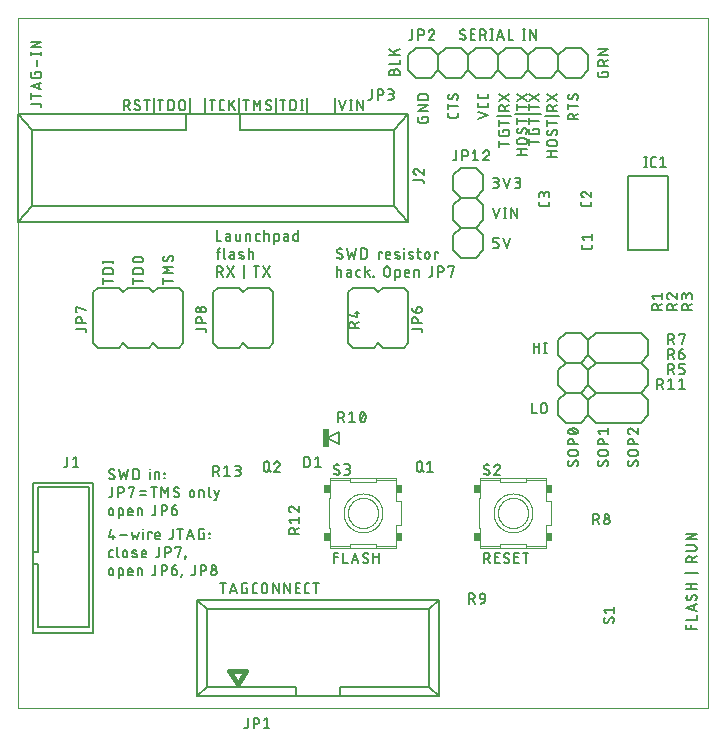
<source format=gto>
G75*
%MOIN*%
%OFA0B0*%
%FSLAX25Y25*%
%IPPOS*%
%LPD*%
%AMOC8*
5,1,8,0,0,1.08239X$1,22.5*
%
%ADD10C,0.00000*%
%ADD11C,0.00600*%
%ADD12C,0.00800*%
%ADD13C,0.01600*%
%ADD14C,0.00400*%
%ADD15R,0.02162X0.02980*%
%ADD16R,0.02104X0.03039*%
%ADD17R,0.02104X0.02980*%
%ADD18R,0.02162X0.02980*%
%ADD19R,0.02400X0.06200*%
%ADD20C,0.00500*%
D10*
X0001500Y0010087D02*
X0001500Y0240087D01*
X0231500Y0240087D01*
X0231500Y0010087D01*
X0001500Y0010087D01*
D11*
X0035067Y0053253D02*
X0035067Y0056653D01*
X0036011Y0056653D01*
X0036011Y0056654D02*
X0036058Y0056652D01*
X0036104Y0056646D01*
X0036150Y0056637D01*
X0036195Y0056623D01*
X0036239Y0056606D01*
X0036281Y0056586D01*
X0036321Y0056562D01*
X0036359Y0056534D01*
X0036395Y0056504D01*
X0036428Y0056471D01*
X0036458Y0056435D01*
X0036486Y0056397D01*
X0036510Y0056357D01*
X0036530Y0056315D01*
X0036547Y0056271D01*
X0036561Y0056226D01*
X0036570Y0056180D01*
X0036576Y0056134D01*
X0036578Y0056087D01*
X0036578Y0054953D01*
X0036576Y0054906D01*
X0036570Y0054860D01*
X0036561Y0054814D01*
X0036547Y0054769D01*
X0036530Y0054725D01*
X0036510Y0054683D01*
X0036486Y0054643D01*
X0036458Y0054605D01*
X0036428Y0054569D01*
X0036395Y0054536D01*
X0036359Y0054506D01*
X0036321Y0054478D01*
X0036281Y0054454D01*
X0036239Y0054434D01*
X0036195Y0054417D01*
X0036150Y0054403D01*
X0036104Y0054394D01*
X0036058Y0054388D01*
X0036011Y0054386D01*
X0036011Y0054387D02*
X0035067Y0054387D01*
X0033311Y0055142D02*
X0033311Y0055898D01*
X0033312Y0055898D02*
X0033310Y0055952D01*
X0033304Y0056006D01*
X0033295Y0056059D01*
X0033281Y0056111D01*
X0033264Y0056162D01*
X0033244Y0056212D01*
X0033220Y0056260D01*
X0033192Y0056307D01*
X0033161Y0056351D01*
X0033127Y0056393D01*
X0033091Y0056433D01*
X0033051Y0056469D01*
X0033009Y0056503D01*
X0032965Y0056534D01*
X0032918Y0056562D01*
X0032870Y0056586D01*
X0032820Y0056606D01*
X0032769Y0056623D01*
X0032717Y0056637D01*
X0032664Y0056646D01*
X0032610Y0056652D01*
X0032556Y0056654D01*
X0032502Y0056652D01*
X0032448Y0056646D01*
X0032395Y0056637D01*
X0032343Y0056623D01*
X0032292Y0056606D01*
X0032242Y0056586D01*
X0032194Y0056562D01*
X0032147Y0056534D01*
X0032103Y0056503D01*
X0032061Y0056469D01*
X0032021Y0056433D01*
X0031985Y0056393D01*
X0031951Y0056351D01*
X0031920Y0056307D01*
X0031892Y0056260D01*
X0031868Y0056212D01*
X0031848Y0056162D01*
X0031831Y0056111D01*
X0031817Y0056059D01*
X0031808Y0056006D01*
X0031802Y0055952D01*
X0031800Y0055898D01*
X0031800Y0055142D01*
X0031802Y0055088D01*
X0031808Y0055034D01*
X0031817Y0054981D01*
X0031831Y0054929D01*
X0031848Y0054878D01*
X0031868Y0054828D01*
X0031892Y0054780D01*
X0031920Y0054733D01*
X0031951Y0054689D01*
X0031985Y0054647D01*
X0032021Y0054607D01*
X0032061Y0054571D01*
X0032103Y0054537D01*
X0032147Y0054506D01*
X0032194Y0054478D01*
X0032242Y0054454D01*
X0032292Y0054434D01*
X0032343Y0054417D01*
X0032395Y0054403D01*
X0032448Y0054394D01*
X0032502Y0054388D01*
X0032556Y0054386D01*
X0032610Y0054388D01*
X0032664Y0054394D01*
X0032717Y0054403D01*
X0032769Y0054417D01*
X0032820Y0054434D01*
X0032870Y0054454D01*
X0032918Y0054478D01*
X0032965Y0054506D01*
X0033009Y0054537D01*
X0033051Y0054571D01*
X0033091Y0054607D01*
X0033127Y0054647D01*
X0033161Y0054689D01*
X0033192Y0054733D01*
X0033220Y0054780D01*
X0033244Y0054828D01*
X0033264Y0054878D01*
X0033281Y0054929D01*
X0033295Y0054981D01*
X0033304Y0055034D01*
X0033310Y0055088D01*
X0033312Y0055142D01*
X0038160Y0054953D02*
X0038160Y0055898D01*
X0038160Y0055520D02*
X0039671Y0055520D01*
X0039671Y0055898D01*
X0039672Y0055898D02*
X0039670Y0055952D01*
X0039664Y0056006D01*
X0039655Y0056059D01*
X0039641Y0056111D01*
X0039624Y0056162D01*
X0039604Y0056212D01*
X0039580Y0056260D01*
X0039552Y0056307D01*
X0039521Y0056351D01*
X0039487Y0056393D01*
X0039451Y0056433D01*
X0039411Y0056469D01*
X0039369Y0056503D01*
X0039325Y0056534D01*
X0039278Y0056562D01*
X0039230Y0056586D01*
X0039180Y0056606D01*
X0039129Y0056623D01*
X0039077Y0056637D01*
X0039024Y0056646D01*
X0038970Y0056652D01*
X0038916Y0056654D01*
X0038862Y0056652D01*
X0038808Y0056646D01*
X0038755Y0056637D01*
X0038703Y0056623D01*
X0038652Y0056606D01*
X0038602Y0056586D01*
X0038554Y0056562D01*
X0038507Y0056534D01*
X0038463Y0056503D01*
X0038421Y0056469D01*
X0038381Y0056433D01*
X0038345Y0056393D01*
X0038311Y0056351D01*
X0038280Y0056307D01*
X0038252Y0056260D01*
X0038228Y0056212D01*
X0038208Y0056162D01*
X0038191Y0056111D01*
X0038177Y0056059D01*
X0038168Y0056006D01*
X0038162Y0055952D01*
X0038160Y0055898D01*
X0038160Y0054953D02*
X0038162Y0054906D01*
X0038168Y0054860D01*
X0038177Y0054814D01*
X0038191Y0054769D01*
X0038208Y0054725D01*
X0038228Y0054683D01*
X0038252Y0054643D01*
X0038280Y0054605D01*
X0038310Y0054569D01*
X0038343Y0054536D01*
X0038379Y0054506D01*
X0038417Y0054478D01*
X0038457Y0054454D01*
X0038499Y0054434D01*
X0038543Y0054417D01*
X0038588Y0054403D01*
X0038634Y0054394D01*
X0038680Y0054388D01*
X0038727Y0054386D01*
X0038727Y0054387D02*
X0039671Y0054387D01*
X0041400Y0054387D02*
X0041400Y0056653D01*
X0042344Y0056653D01*
X0042344Y0056654D02*
X0042391Y0056652D01*
X0042437Y0056646D01*
X0042483Y0056637D01*
X0042528Y0056623D01*
X0042572Y0056606D01*
X0042614Y0056586D01*
X0042654Y0056562D01*
X0042692Y0056534D01*
X0042728Y0056504D01*
X0042761Y0056471D01*
X0042791Y0056435D01*
X0042819Y0056397D01*
X0042843Y0056357D01*
X0042863Y0056315D01*
X0042880Y0056271D01*
X0042894Y0056226D01*
X0042903Y0056180D01*
X0042909Y0056134D01*
X0042911Y0056087D01*
X0042911Y0054387D01*
X0046188Y0054387D02*
X0046565Y0054387D01*
X0046565Y0054386D02*
X0046619Y0054388D01*
X0046673Y0054394D01*
X0046726Y0054403D01*
X0046778Y0054417D01*
X0046829Y0054434D01*
X0046879Y0054454D01*
X0046927Y0054478D01*
X0046974Y0054506D01*
X0047018Y0054537D01*
X0047060Y0054571D01*
X0047100Y0054607D01*
X0047136Y0054647D01*
X0047170Y0054689D01*
X0047201Y0054733D01*
X0047229Y0054780D01*
X0047253Y0054828D01*
X0047273Y0054878D01*
X0047290Y0054929D01*
X0047304Y0054981D01*
X0047313Y0055034D01*
X0047319Y0055088D01*
X0047321Y0055142D01*
X0047321Y0057787D01*
X0049328Y0057787D02*
X0049328Y0054387D01*
X0049328Y0055898D02*
X0050272Y0055898D01*
X0050332Y0055900D01*
X0050393Y0055906D01*
X0050452Y0055915D01*
X0050511Y0055929D01*
X0050569Y0055946D01*
X0050626Y0055967D01*
X0050682Y0055991D01*
X0050735Y0056019D01*
X0050787Y0056051D01*
X0050837Y0056085D01*
X0050884Y0056123D01*
X0050929Y0056164D01*
X0050971Y0056207D01*
X0051010Y0056253D01*
X0051046Y0056302D01*
X0051079Y0056353D01*
X0051109Y0056405D01*
X0051135Y0056460D01*
X0051158Y0056516D01*
X0051177Y0056573D01*
X0051192Y0056632D01*
X0051204Y0056691D01*
X0051212Y0056751D01*
X0051216Y0056812D01*
X0051216Y0056872D01*
X0051212Y0056933D01*
X0051204Y0056993D01*
X0051192Y0057052D01*
X0051177Y0057111D01*
X0051158Y0057168D01*
X0051135Y0057224D01*
X0051109Y0057279D01*
X0051079Y0057331D01*
X0051046Y0057382D01*
X0051010Y0057431D01*
X0050971Y0057477D01*
X0050929Y0057520D01*
X0050884Y0057561D01*
X0050837Y0057599D01*
X0050787Y0057633D01*
X0050735Y0057665D01*
X0050682Y0057693D01*
X0050626Y0057717D01*
X0050569Y0057738D01*
X0050511Y0057755D01*
X0050452Y0057769D01*
X0050393Y0057778D01*
X0050332Y0057784D01*
X0050272Y0057786D01*
X0050272Y0057787D02*
X0049328Y0057787D01*
X0050522Y0060387D02*
X0050522Y0063787D01*
X0051466Y0063787D01*
X0051466Y0063786D02*
X0051526Y0063784D01*
X0051587Y0063778D01*
X0051646Y0063769D01*
X0051705Y0063755D01*
X0051763Y0063738D01*
X0051820Y0063717D01*
X0051876Y0063693D01*
X0051929Y0063665D01*
X0051981Y0063633D01*
X0052031Y0063599D01*
X0052078Y0063561D01*
X0052123Y0063520D01*
X0052165Y0063477D01*
X0052204Y0063431D01*
X0052240Y0063382D01*
X0052273Y0063331D01*
X0052303Y0063279D01*
X0052329Y0063224D01*
X0052352Y0063168D01*
X0052371Y0063111D01*
X0052386Y0063052D01*
X0052398Y0062993D01*
X0052406Y0062933D01*
X0052410Y0062872D01*
X0052410Y0062812D01*
X0052406Y0062751D01*
X0052398Y0062691D01*
X0052386Y0062632D01*
X0052371Y0062573D01*
X0052352Y0062516D01*
X0052329Y0062460D01*
X0052303Y0062405D01*
X0052273Y0062353D01*
X0052240Y0062302D01*
X0052204Y0062253D01*
X0052165Y0062207D01*
X0052123Y0062164D01*
X0052078Y0062123D01*
X0052031Y0062085D01*
X0051981Y0062051D01*
X0051929Y0062019D01*
X0051876Y0061991D01*
X0051820Y0061967D01*
X0051763Y0061946D01*
X0051705Y0061929D01*
X0051646Y0061915D01*
X0051587Y0061906D01*
X0051526Y0061900D01*
X0051466Y0061898D01*
X0050522Y0061898D01*
X0048515Y0061142D02*
X0048515Y0063787D01*
X0048740Y0066387D02*
X0047795Y0066387D01*
X0047795Y0066386D02*
X0047748Y0066388D01*
X0047702Y0066394D01*
X0047656Y0066403D01*
X0047611Y0066417D01*
X0047567Y0066434D01*
X0047525Y0066454D01*
X0047485Y0066478D01*
X0047447Y0066506D01*
X0047411Y0066536D01*
X0047378Y0066569D01*
X0047348Y0066605D01*
X0047320Y0066643D01*
X0047296Y0066683D01*
X0047276Y0066725D01*
X0047259Y0066769D01*
X0047245Y0066814D01*
X0047236Y0066860D01*
X0047230Y0066906D01*
X0047228Y0066953D01*
X0047229Y0066953D02*
X0047229Y0067898D01*
X0047229Y0067520D02*
X0048740Y0067520D01*
X0048740Y0067898D01*
X0048738Y0067952D01*
X0048732Y0068006D01*
X0048723Y0068059D01*
X0048709Y0068111D01*
X0048692Y0068162D01*
X0048672Y0068212D01*
X0048648Y0068260D01*
X0048620Y0068307D01*
X0048589Y0068351D01*
X0048555Y0068393D01*
X0048519Y0068433D01*
X0048479Y0068469D01*
X0048437Y0068503D01*
X0048393Y0068534D01*
X0048346Y0068562D01*
X0048298Y0068586D01*
X0048248Y0068606D01*
X0048197Y0068623D01*
X0048145Y0068637D01*
X0048092Y0068646D01*
X0048038Y0068652D01*
X0047984Y0068654D01*
X0047930Y0068652D01*
X0047876Y0068646D01*
X0047823Y0068637D01*
X0047771Y0068623D01*
X0047720Y0068606D01*
X0047670Y0068586D01*
X0047622Y0068562D01*
X0047575Y0068534D01*
X0047531Y0068503D01*
X0047489Y0068469D01*
X0047449Y0068433D01*
X0047413Y0068393D01*
X0047379Y0068351D01*
X0047348Y0068307D01*
X0047320Y0068260D01*
X0047296Y0068212D01*
X0047276Y0068162D01*
X0047259Y0068111D01*
X0047245Y0068059D01*
X0047236Y0068006D01*
X0047230Y0067952D01*
X0047228Y0067898D01*
X0045992Y0068275D02*
X0045992Y0068653D01*
X0044859Y0068653D01*
X0044859Y0066387D01*
X0043184Y0066387D02*
X0043184Y0068653D01*
X0043279Y0069598D02*
X0043090Y0069598D01*
X0043090Y0069787D01*
X0043279Y0069787D01*
X0043279Y0069598D01*
X0041678Y0068653D02*
X0041111Y0066387D01*
X0040544Y0067898D01*
X0039978Y0066387D01*
X0039411Y0068653D01*
X0037718Y0067709D02*
X0035451Y0067709D01*
X0033689Y0067142D02*
X0031800Y0067142D01*
X0032556Y0069787D01*
X0033122Y0067898D02*
X0033122Y0066387D01*
X0034569Y0063787D02*
X0034569Y0060953D01*
X0034571Y0060906D01*
X0034577Y0060860D01*
X0034586Y0060814D01*
X0034600Y0060769D01*
X0034617Y0060725D01*
X0034637Y0060683D01*
X0034661Y0060643D01*
X0034689Y0060605D01*
X0034719Y0060569D01*
X0034752Y0060536D01*
X0034788Y0060506D01*
X0034826Y0060478D01*
X0034866Y0060454D01*
X0034908Y0060434D01*
X0034952Y0060417D01*
X0034997Y0060403D01*
X0035043Y0060394D01*
X0035089Y0060388D01*
X0035136Y0060386D01*
X0036474Y0061142D02*
X0036474Y0061898D01*
X0036476Y0061952D01*
X0036482Y0062006D01*
X0036491Y0062059D01*
X0036505Y0062111D01*
X0036522Y0062162D01*
X0036542Y0062212D01*
X0036566Y0062260D01*
X0036594Y0062307D01*
X0036625Y0062351D01*
X0036659Y0062393D01*
X0036695Y0062433D01*
X0036735Y0062469D01*
X0036777Y0062503D01*
X0036821Y0062534D01*
X0036868Y0062562D01*
X0036916Y0062586D01*
X0036966Y0062606D01*
X0037017Y0062623D01*
X0037069Y0062637D01*
X0037122Y0062646D01*
X0037176Y0062652D01*
X0037230Y0062654D01*
X0037284Y0062652D01*
X0037338Y0062646D01*
X0037391Y0062637D01*
X0037443Y0062623D01*
X0037494Y0062606D01*
X0037544Y0062586D01*
X0037592Y0062562D01*
X0037639Y0062534D01*
X0037683Y0062503D01*
X0037725Y0062469D01*
X0037765Y0062433D01*
X0037801Y0062393D01*
X0037835Y0062351D01*
X0037866Y0062307D01*
X0037894Y0062260D01*
X0037918Y0062212D01*
X0037938Y0062162D01*
X0037955Y0062111D01*
X0037969Y0062059D01*
X0037978Y0062006D01*
X0037984Y0061952D01*
X0037986Y0061898D01*
X0037985Y0061898D02*
X0037985Y0061142D01*
X0037986Y0061142D02*
X0037984Y0061088D01*
X0037978Y0061034D01*
X0037969Y0060981D01*
X0037955Y0060929D01*
X0037938Y0060878D01*
X0037918Y0060828D01*
X0037894Y0060780D01*
X0037866Y0060733D01*
X0037835Y0060689D01*
X0037801Y0060647D01*
X0037765Y0060607D01*
X0037725Y0060571D01*
X0037683Y0060537D01*
X0037639Y0060506D01*
X0037592Y0060478D01*
X0037544Y0060454D01*
X0037494Y0060434D01*
X0037443Y0060417D01*
X0037391Y0060403D01*
X0037338Y0060394D01*
X0037284Y0060388D01*
X0037230Y0060386D01*
X0037176Y0060388D01*
X0037122Y0060394D01*
X0037069Y0060403D01*
X0037017Y0060417D01*
X0036966Y0060434D01*
X0036916Y0060454D01*
X0036868Y0060478D01*
X0036821Y0060506D01*
X0036777Y0060537D01*
X0036735Y0060571D01*
X0036695Y0060607D01*
X0036659Y0060647D01*
X0036625Y0060689D01*
X0036594Y0060733D01*
X0036566Y0060780D01*
X0036542Y0060828D01*
X0036522Y0060878D01*
X0036505Y0060929D01*
X0036491Y0060981D01*
X0036482Y0061034D01*
X0036476Y0061088D01*
X0036474Y0061142D01*
X0033122Y0060387D02*
X0032367Y0060387D01*
X0032367Y0060386D02*
X0032320Y0060388D01*
X0032274Y0060394D01*
X0032228Y0060403D01*
X0032183Y0060417D01*
X0032139Y0060434D01*
X0032097Y0060454D01*
X0032057Y0060478D01*
X0032019Y0060506D01*
X0031983Y0060536D01*
X0031950Y0060569D01*
X0031920Y0060605D01*
X0031892Y0060643D01*
X0031868Y0060683D01*
X0031848Y0060725D01*
X0031831Y0060769D01*
X0031817Y0060814D01*
X0031808Y0060860D01*
X0031802Y0060906D01*
X0031800Y0060953D01*
X0031800Y0062087D01*
X0031802Y0062134D01*
X0031808Y0062180D01*
X0031817Y0062226D01*
X0031831Y0062271D01*
X0031848Y0062315D01*
X0031868Y0062357D01*
X0031892Y0062397D01*
X0031920Y0062435D01*
X0031950Y0062471D01*
X0031983Y0062504D01*
X0032019Y0062534D01*
X0032057Y0062562D01*
X0032097Y0062586D01*
X0032139Y0062606D01*
X0032183Y0062623D01*
X0032228Y0062637D01*
X0032274Y0062646D01*
X0032320Y0062652D01*
X0032367Y0062654D01*
X0032367Y0062653D02*
X0033122Y0062653D01*
X0039877Y0061709D02*
X0040822Y0061331D01*
X0040862Y0061313D01*
X0040900Y0061291D01*
X0040936Y0061266D01*
X0040970Y0061238D01*
X0041001Y0061207D01*
X0041029Y0061174D01*
X0041054Y0061138D01*
X0041076Y0061100D01*
X0041094Y0061060D01*
X0041109Y0061018D01*
X0041120Y0060976D01*
X0041127Y0060933D01*
X0041130Y0060889D01*
X0041129Y0060845D01*
X0041124Y0060802D01*
X0041116Y0060758D01*
X0041103Y0060716D01*
X0041087Y0060676D01*
X0041067Y0060636D01*
X0041044Y0060599D01*
X0041018Y0060564D01*
X0040989Y0060532D01*
X0040956Y0060502D01*
X0040922Y0060475D01*
X0040885Y0060451D01*
X0040846Y0060431D01*
X0040805Y0060415D01*
X0040763Y0060402D01*
X0040720Y0060393D01*
X0040677Y0060387D01*
X0040633Y0060386D01*
X0040916Y0062464D02*
X0040835Y0062498D01*
X0040753Y0062529D01*
X0040670Y0062557D01*
X0040585Y0062581D01*
X0040500Y0062602D01*
X0040414Y0062619D01*
X0040328Y0062633D01*
X0040241Y0062643D01*
X0040153Y0062650D01*
X0040066Y0062653D01*
X0040066Y0062654D02*
X0040022Y0062653D01*
X0039979Y0062647D01*
X0039936Y0062638D01*
X0039894Y0062625D01*
X0039853Y0062609D01*
X0039814Y0062589D01*
X0039777Y0062565D01*
X0039743Y0062538D01*
X0039710Y0062508D01*
X0039681Y0062476D01*
X0039655Y0062441D01*
X0039632Y0062404D01*
X0039612Y0062364D01*
X0039596Y0062324D01*
X0039583Y0062282D01*
X0039575Y0062239D01*
X0039570Y0062195D01*
X0039569Y0062151D01*
X0039572Y0062107D01*
X0039579Y0062064D01*
X0039590Y0062022D01*
X0039605Y0061980D01*
X0039623Y0061940D01*
X0039645Y0061902D01*
X0039670Y0061866D01*
X0039698Y0061833D01*
X0039729Y0061802D01*
X0039763Y0061774D01*
X0039799Y0061749D01*
X0039837Y0061727D01*
X0039877Y0061709D01*
X0039594Y0060575D02*
X0039695Y0060541D01*
X0039796Y0060510D01*
X0039899Y0060483D01*
X0040002Y0060458D01*
X0040106Y0060438D01*
X0040211Y0060420D01*
X0040316Y0060407D01*
X0040421Y0060396D01*
X0040527Y0060390D01*
X0040633Y0060386D01*
X0042714Y0060953D02*
X0042714Y0061898D01*
X0042714Y0061520D02*
X0044225Y0061520D01*
X0044225Y0061898D01*
X0044223Y0061952D01*
X0044217Y0062006D01*
X0044208Y0062059D01*
X0044194Y0062111D01*
X0044177Y0062162D01*
X0044157Y0062212D01*
X0044133Y0062260D01*
X0044105Y0062307D01*
X0044074Y0062351D01*
X0044040Y0062393D01*
X0044004Y0062433D01*
X0043964Y0062469D01*
X0043922Y0062503D01*
X0043878Y0062534D01*
X0043831Y0062562D01*
X0043783Y0062586D01*
X0043733Y0062606D01*
X0043682Y0062623D01*
X0043630Y0062637D01*
X0043577Y0062646D01*
X0043523Y0062652D01*
X0043469Y0062654D01*
X0043415Y0062652D01*
X0043361Y0062646D01*
X0043308Y0062637D01*
X0043256Y0062623D01*
X0043205Y0062606D01*
X0043155Y0062586D01*
X0043107Y0062562D01*
X0043060Y0062534D01*
X0043016Y0062503D01*
X0042974Y0062469D01*
X0042934Y0062433D01*
X0042898Y0062393D01*
X0042864Y0062351D01*
X0042833Y0062307D01*
X0042805Y0062260D01*
X0042781Y0062212D01*
X0042761Y0062162D01*
X0042744Y0062111D01*
X0042730Y0062059D01*
X0042721Y0062006D01*
X0042715Y0061952D01*
X0042713Y0061898D01*
X0042714Y0060953D02*
X0042716Y0060906D01*
X0042722Y0060860D01*
X0042731Y0060814D01*
X0042745Y0060769D01*
X0042762Y0060725D01*
X0042782Y0060683D01*
X0042806Y0060643D01*
X0042834Y0060605D01*
X0042864Y0060569D01*
X0042897Y0060536D01*
X0042933Y0060506D01*
X0042971Y0060478D01*
X0043011Y0060454D01*
X0043053Y0060434D01*
X0043097Y0060417D01*
X0043142Y0060403D01*
X0043188Y0060394D01*
X0043234Y0060388D01*
X0043281Y0060386D01*
X0043281Y0060387D02*
X0044225Y0060387D01*
X0047382Y0060387D02*
X0047759Y0060387D01*
X0047759Y0060386D02*
X0047813Y0060388D01*
X0047867Y0060394D01*
X0047920Y0060403D01*
X0047972Y0060417D01*
X0048023Y0060434D01*
X0048073Y0060454D01*
X0048121Y0060478D01*
X0048168Y0060506D01*
X0048212Y0060537D01*
X0048254Y0060571D01*
X0048294Y0060607D01*
X0048330Y0060647D01*
X0048364Y0060689D01*
X0048395Y0060733D01*
X0048423Y0060780D01*
X0048447Y0060828D01*
X0048467Y0060878D01*
X0048484Y0060929D01*
X0048498Y0060981D01*
X0048507Y0061034D01*
X0048513Y0061088D01*
X0048515Y0061142D01*
X0051897Y0066387D02*
X0052274Y0066387D01*
X0052274Y0066386D02*
X0052328Y0066388D01*
X0052382Y0066394D01*
X0052435Y0066403D01*
X0052487Y0066417D01*
X0052538Y0066434D01*
X0052588Y0066454D01*
X0052636Y0066478D01*
X0052683Y0066506D01*
X0052727Y0066537D01*
X0052769Y0066571D01*
X0052809Y0066607D01*
X0052845Y0066647D01*
X0052879Y0066689D01*
X0052910Y0066733D01*
X0052938Y0066780D01*
X0052962Y0066828D01*
X0052982Y0066878D01*
X0052999Y0066929D01*
X0053013Y0066981D01*
X0053022Y0067034D01*
X0053028Y0067088D01*
X0053030Y0067142D01*
X0053030Y0069787D01*
X0054600Y0069787D02*
X0056489Y0069787D01*
X0055544Y0069787D02*
X0055544Y0066387D01*
X0057771Y0066387D02*
X0058904Y0069787D01*
X0060038Y0066387D01*
X0059754Y0067237D02*
X0058054Y0067237D01*
X0061680Y0067142D02*
X0061680Y0069031D01*
X0061679Y0069031D02*
X0061681Y0069085D01*
X0061687Y0069139D01*
X0061696Y0069192D01*
X0061710Y0069244D01*
X0061727Y0069295D01*
X0061747Y0069345D01*
X0061771Y0069393D01*
X0061799Y0069440D01*
X0061830Y0069484D01*
X0061864Y0069526D01*
X0061900Y0069566D01*
X0061940Y0069602D01*
X0061982Y0069636D01*
X0062026Y0069667D01*
X0062073Y0069695D01*
X0062121Y0069719D01*
X0062171Y0069739D01*
X0062222Y0069756D01*
X0062274Y0069770D01*
X0062327Y0069779D01*
X0062381Y0069785D01*
X0062435Y0069787D01*
X0063569Y0069787D01*
X0063569Y0068275D02*
X0063569Y0066387D01*
X0062435Y0066387D01*
X0062435Y0066386D02*
X0062381Y0066388D01*
X0062327Y0066394D01*
X0062274Y0066403D01*
X0062222Y0066417D01*
X0062171Y0066434D01*
X0062121Y0066454D01*
X0062073Y0066478D01*
X0062026Y0066506D01*
X0061982Y0066537D01*
X0061940Y0066571D01*
X0061900Y0066607D01*
X0061864Y0066647D01*
X0061830Y0066689D01*
X0061799Y0066733D01*
X0061771Y0066780D01*
X0061747Y0066828D01*
X0061727Y0066878D01*
X0061710Y0066929D01*
X0061696Y0066981D01*
X0061687Y0067034D01*
X0061681Y0067088D01*
X0061679Y0067142D01*
X0063002Y0068275D02*
X0063569Y0068275D01*
X0065290Y0068181D02*
X0065479Y0068181D01*
X0065479Y0068370D01*
X0065290Y0068370D01*
X0065290Y0068181D01*
X0065290Y0066859D02*
X0065479Y0066859D01*
X0065479Y0066670D01*
X0065290Y0066670D01*
X0065290Y0066859D01*
X0063352Y0057787D02*
X0062408Y0057787D01*
X0062408Y0054387D01*
X0062408Y0055898D02*
X0063352Y0055898D01*
X0063412Y0055900D01*
X0063473Y0055906D01*
X0063532Y0055915D01*
X0063591Y0055929D01*
X0063649Y0055946D01*
X0063706Y0055967D01*
X0063762Y0055991D01*
X0063815Y0056019D01*
X0063867Y0056051D01*
X0063917Y0056085D01*
X0063964Y0056123D01*
X0064009Y0056164D01*
X0064051Y0056207D01*
X0064090Y0056253D01*
X0064126Y0056302D01*
X0064159Y0056353D01*
X0064189Y0056405D01*
X0064215Y0056460D01*
X0064238Y0056516D01*
X0064257Y0056573D01*
X0064272Y0056632D01*
X0064284Y0056691D01*
X0064292Y0056751D01*
X0064296Y0056812D01*
X0064296Y0056872D01*
X0064292Y0056933D01*
X0064284Y0056993D01*
X0064272Y0057052D01*
X0064257Y0057111D01*
X0064238Y0057168D01*
X0064215Y0057224D01*
X0064189Y0057279D01*
X0064159Y0057331D01*
X0064126Y0057382D01*
X0064090Y0057431D01*
X0064051Y0057477D01*
X0064009Y0057520D01*
X0063964Y0057561D01*
X0063917Y0057599D01*
X0063867Y0057633D01*
X0063815Y0057665D01*
X0063762Y0057693D01*
X0063706Y0057717D01*
X0063649Y0057738D01*
X0063591Y0057755D01*
X0063532Y0057769D01*
X0063473Y0057778D01*
X0063412Y0057784D01*
X0063352Y0057786D01*
X0065999Y0057031D02*
X0066001Y0056977D01*
X0066007Y0056923D01*
X0066016Y0056870D01*
X0066030Y0056818D01*
X0066047Y0056767D01*
X0066067Y0056717D01*
X0066091Y0056669D01*
X0066119Y0056622D01*
X0066150Y0056578D01*
X0066184Y0056536D01*
X0066220Y0056496D01*
X0066260Y0056460D01*
X0066302Y0056426D01*
X0066346Y0056395D01*
X0066393Y0056367D01*
X0066441Y0056343D01*
X0066491Y0056323D01*
X0066542Y0056306D01*
X0066594Y0056292D01*
X0066647Y0056283D01*
X0066701Y0056277D01*
X0066755Y0056275D01*
X0066809Y0056277D01*
X0066863Y0056283D01*
X0066916Y0056292D01*
X0066968Y0056306D01*
X0067019Y0056323D01*
X0067069Y0056343D01*
X0067117Y0056367D01*
X0067164Y0056395D01*
X0067208Y0056426D01*
X0067250Y0056460D01*
X0067290Y0056496D01*
X0067326Y0056536D01*
X0067360Y0056578D01*
X0067391Y0056622D01*
X0067419Y0056669D01*
X0067443Y0056717D01*
X0067463Y0056767D01*
X0067480Y0056818D01*
X0067494Y0056870D01*
X0067503Y0056923D01*
X0067509Y0056977D01*
X0067511Y0057031D01*
X0067509Y0057085D01*
X0067503Y0057139D01*
X0067494Y0057192D01*
X0067480Y0057244D01*
X0067463Y0057295D01*
X0067443Y0057345D01*
X0067419Y0057393D01*
X0067391Y0057440D01*
X0067360Y0057484D01*
X0067326Y0057526D01*
X0067290Y0057566D01*
X0067250Y0057602D01*
X0067208Y0057636D01*
X0067164Y0057667D01*
X0067117Y0057695D01*
X0067069Y0057719D01*
X0067019Y0057739D01*
X0066968Y0057756D01*
X0066916Y0057770D01*
X0066863Y0057779D01*
X0066809Y0057785D01*
X0066755Y0057787D01*
X0066701Y0057785D01*
X0066647Y0057779D01*
X0066594Y0057770D01*
X0066542Y0057756D01*
X0066491Y0057739D01*
X0066441Y0057719D01*
X0066393Y0057695D01*
X0066346Y0057667D01*
X0066302Y0057636D01*
X0066260Y0057602D01*
X0066220Y0057566D01*
X0066184Y0057526D01*
X0066150Y0057484D01*
X0066119Y0057440D01*
X0066091Y0057393D01*
X0066067Y0057345D01*
X0066047Y0057295D01*
X0066030Y0057244D01*
X0066016Y0057192D01*
X0066007Y0057139D01*
X0066001Y0057085D01*
X0065999Y0057031D01*
X0065811Y0055331D02*
X0065813Y0055271D01*
X0065819Y0055210D01*
X0065828Y0055151D01*
X0065842Y0055092D01*
X0065859Y0055034D01*
X0065880Y0054977D01*
X0065904Y0054921D01*
X0065932Y0054868D01*
X0065964Y0054816D01*
X0065998Y0054766D01*
X0066036Y0054719D01*
X0066077Y0054674D01*
X0066120Y0054632D01*
X0066166Y0054593D01*
X0066215Y0054557D01*
X0066266Y0054524D01*
X0066318Y0054494D01*
X0066373Y0054468D01*
X0066429Y0054445D01*
X0066486Y0054426D01*
X0066545Y0054411D01*
X0066604Y0054399D01*
X0066664Y0054391D01*
X0066725Y0054387D01*
X0066785Y0054387D01*
X0066846Y0054391D01*
X0066906Y0054399D01*
X0066965Y0054411D01*
X0067024Y0054426D01*
X0067081Y0054445D01*
X0067137Y0054468D01*
X0067192Y0054494D01*
X0067244Y0054524D01*
X0067295Y0054557D01*
X0067344Y0054593D01*
X0067390Y0054632D01*
X0067433Y0054674D01*
X0067474Y0054719D01*
X0067512Y0054766D01*
X0067546Y0054816D01*
X0067578Y0054868D01*
X0067606Y0054921D01*
X0067630Y0054977D01*
X0067651Y0055034D01*
X0067668Y0055092D01*
X0067682Y0055151D01*
X0067691Y0055210D01*
X0067697Y0055271D01*
X0067699Y0055331D01*
X0067697Y0055391D01*
X0067691Y0055452D01*
X0067682Y0055511D01*
X0067668Y0055570D01*
X0067651Y0055628D01*
X0067630Y0055685D01*
X0067606Y0055741D01*
X0067578Y0055794D01*
X0067546Y0055846D01*
X0067512Y0055896D01*
X0067474Y0055943D01*
X0067433Y0055988D01*
X0067390Y0056030D01*
X0067344Y0056069D01*
X0067295Y0056105D01*
X0067244Y0056138D01*
X0067192Y0056168D01*
X0067137Y0056194D01*
X0067081Y0056217D01*
X0067024Y0056236D01*
X0066965Y0056251D01*
X0066906Y0056263D01*
X0066846Y0056271D01*
X0066785Y0056275D01*
X0066725Y0056275D01*
X0066664Y0056271D01*
X0066604Y0056263D01*
X0066545Y0056251D01*
X0066486Y0056236D01*
X0066429Y0056217D01*
X0066373Y0056194D01*
X0066318Y0056168D01*
X0066266Y0056138D01*
X0066215Y0056105D01*
X0066166Y0056069D01*
X0066120Y0056030D01*
X0066077Y0055988D01*
X0066036Y0055943D01*
X0065998Y0055896D01*
X0065964Y0055846D01*
X0065932Y0055794D01*
X0065904Y0055741D01*
X0065880Y0055685D01*
X0065859Y0055628D01*
X0065842Y0055570D01*
X0065828Y0055511D01*
X0065819Y0055452D01*
X0065813Y0055391D01*
X0065811Y0055331D01*
X0068926Y0051700D02*
X0070815Y0051700D01*
X0069870Y0051700D02*
X0069870Y0048300D01*
X0072097Y0048300D02*
X0073230Y0051700D01*
X0074364Y0048300D01*
X0074080Y0049150D02*
X0072380Y0049150D01*
X0076006Y0049056D02*
X0076006Y0050944D01*
X0076008Y0050998D01*
X0076014Y0051052D01*
X0076023Y0051105D01*
X0076037Y0051157D01*
X0076054Y0051208D01*
X0076074Y0051258D01*
X0076098Y0051306D01*
X0076126Y0051353D01*
X0076157Y0051397D01*
X0076191Y0051439D01*
X0076227Y0051479D01*
X0076267Y0051515D01*
X0076309Y0051549D01*
X0076353Y0051580D01*
X0076400Y0051608D01*
X0076448Y0051632D01*
X0076498Y0051652D01*
X0076549Y0051669D01*
X0076601Y0051683D01*
X0076654Y0051692D01*
X0076708Y0051698D01*
X0076762Y0051700D01*
X0076761Y0051700D02*
X0077895Y0051700D01*
X0077895Y0050189D02*
X0077895Y0048300D01*
X0076761Y0048300D01*
X0076707Y0048302D01*
X0076653Y0048308D01*
X0076600Y0048317D01*
X0076548Y0048331D01*
X0076497Y0048348D01*
X0076447Y0048368D01*
X0076399Y0048392D01*
X0076352Y0048420D01*
X0076308Y0048451D01*
X0076266Y0048485D01*
X0076226Y0048521D01*
X0076190Y0048561D01*
X0076156Y0048603D01*
X0076125Y0048647D01*
X0076097Y0048694D01*
X0076073Y0048742D01*
X0076053Y0048792D01*
X0076036Y0048843D01*
X0076022Y0048895D01*
X0076013Y0048948D01*
X0076007Y0049002D01*
X0076005Y0049056D01*
X0077328Y0050189D02*
X0077895Y0050189D01*
X0079711Y0050944D02*
X0079711Y0049056D01*
X0079710Y0049056D02*
X0079712Y0049002D01*
X0079718Y0048948D01*
X0079727Y0048895D01*
X0079741Y0048843D01*
X0079758Y0048792D01*
X0079778Y0048742D01*
X0079802Y0048694D01*
X0079830Y0048647D01*
X0079861Y0048603D01*
X0079895Y0048561D01*
X0079931Y0048521D01*
X0079971Y0048485D01*
X0080013Y0048451D01*
X0080057Y0048420D01*
X0080104Y0048392D01*
X0080152Y0048368D01*
X0080202Y0048348D01*
X0080253Y0048331D01*
X0080305Y0048317D01*
X0080358Y0048308D01*
X0080412Y0048302D01*
X0080466Y0048300D01*
X0081222Y0048300D01*
X0082726Y0049244D02*
X0082726Y0050756D01*
X0082728Y0050816D01*
X0082734Y0050877D01*
X0082743Y0050936D01*
X0082757Y0050995D01*
X0082774Y0051053D01*
X0082795Y0051110D01*
X0082819Y0051166D01*
X0082847Y0051219D01*
X0082879Y0051271D01*
X0082913Y0051321D01*
X0082951Y0051368D01*
X0082992Y0051413D01*
X0083035Y0051455D01*
X0083081Y0051494D01*
X0083130Y0051530D01*
X0083181Y0051563D01*
X0083233Y0051593D01*
X0083288Y0051619D01*
X0083344Y0051642D01*
X0083401Y0051661D01*
X0083460Y0051676D01*
X0083519Y0051688D01*
X0083579Y0051696D01*
X0083640Y0051700D01*
X0083700Y0051700D01*
X0083761Y0051696D01*
X0083821Y0051688D01*
X0083880Y0051676D01*
X0083939Y0051661D01*
X0083996Y0051642D01*
X0084052Y0051619D01*
X0084107Y0051593D01*
X0084159Y0051563D01*
X0084210Y0051530D01*
X0084259Y0051494D01*
X0084305Y0051455D01*
X0084348Y0051413D01*
X0084389Y0051368D01*
X0084427Y0051321D01*
X0084461Y0051271D01*
X0084493Y0051219D01*
X0084521Y0051166D01*
X0084545Y0051110D01*
X0084566Y0051053D01*
X0084583Y0050995D01*
X0084597Y0050936D01*
X0084606Y0050877D01*
X0084612Y0050816D01*
X0084614Y0050756D01*
X0084615Y0050756D02*
X0084615Y0049244D01*
X0084614Y0049244D02*
X0084612Y0049184D01*
X0084606Y0049123D01*
X0084597Y0049064D01*
X0084583Y0049005D01*
X0084566Y0048947D01*
X0084545Y0048890D01*
X0084521Y0048834D01*
X0084493Y0048781D01*
X0084461Y0048729D01*
X0084427Y0048679D01*
X0084389Y0048632D01*
X0084348Y0048587D01*
X0084305Y0048545D01*
X0084259Y0048506D01*
X0084210Y0048470D01*
X0084159Y0048437D01*
X0084107Y0048407D01*
X0084052Y0048381D01*
X0083996Y0048358D01*
X0083939Y0048339D01*
X0083880Y0048324D01*
X0083821Y0048312D01*
X0083761Y0048304D01*
X0083700Y0048300D01*
X0083640Y0048300D01*
X0083579Y0048304D01*
X0083519Y0048312D01*
X0083460Y0048324D01*
X0083401Y0048339D01*
X0083344Y0048358D01*
X0083288Y0048381D01*
X0083233Y0048407D01*
X0083181Y0048437D01*
X0083130Y0048470D01*
X0083081Y0048506D01*
X0083035Y0048545D01*
X0082992Y0048587D01*
X0082951Y0048632D01*
X0082913Y0048679D01*
X0082879Y0048729D01*
X0082847Y0048781D01*
X0082819Y0048834D01*
X0082795Y0048890D01*
X0082774Y0048947D01*
X0082757Y0049005D01*
X0082743Y0049064D01*
X0082734Y0049123D01*
X0082728Y0049184D01*
X0082726Y0049244D01*
X0080466Y0051700D02*
X0080412Y0051698D01*
X0080358Y0051692D01*
X0080305Y0051683D01*
X0080253Y0051669D01*
X0080202Y0051652D01*
X0080152Y0051632D01*
X0080104Y0051608D01*
X0080057Y0051580D01*
X0080013Y0051549D01*
X0079971Y0051515D01*
X0079931Y0051479D01*
X0079895Y0051439D01*
X0079861Y0051397D01*
X0079830Y0051353D01*
X0079802Y0051306D01*
X0079778Y0051258D01*
X0079758Y0051208D01*
X0079741Y0051157D01*
X0079727Y0051105D01*
X0079718Y0051052D01*
X0079712Y0050998D01*
X0079710Y0050944D01*
X0080466Y0051700D02*
X0081222Y0051700D01*
X0086446Y0051700D02*
X0088335Y0048300D01*
X0088335Y0051700D01*
X0086446Y0051700D02*
X0086446Y0048300D01*
X0090286Y0048300D02*
X0090286Y0051700D01*
X0092175Y0048300D01*
X0092175Y0051700D01*
X0094136Y0051700D02*
X0094136Y0048300D01*
X0095647Y0048300D01*
X0097111Y0049056D02*
X0097111Y0050944D01*
X0097110Y0050944D02*
X0097112Y0050998D01*
X0097118Y0051052D01*
X0097127Y0051105D01*
X0097141Y0051157D01*
X0097158Y0051208D01*
X0097178Y0051258D01*
X0097202Y0051306D01*
X0097230Y0051353D01*
X0097261Y0051397D01*
X0097295Y0051439D01*
X0097331Y0051479D01*
X0097371Y0051515D01*
X0097413Y0051549D01*
X0097457Y0051580D01*
X0097504Y0051608D01*
X0097552Y0051632D01*
X0097602Y0051652D01*
X0097653Y0051669D01*
X0097705Y0051683D01*
X0097758Y0051692D01*
X0097812Y0051698D01*
X0097866Y0051700D01*
X0098622Y0051700D01*
X0099886Y0051700D02*
X0101775Y0051700D01*
X0100830Y0051700D02*
X0100830Y0048300D01*
X0098622Y0048300D02*
X0097866Y0048300D01*
X0097812Y0048302D01*
X0097758Y0048308D01*
X0097705Y0048317D01*
X0097653Y0048331D01*
X0097602Y0048348D01*
X0097552Y0048368D01*
X0097504Y0048392D01*
X0097457Y0048420D01*
X0097413Y0048451D01*
X0097371Y0048485D01*
X0097331Y0048521D01*
X0097295Y0048561D01*
X0097261Y0048603D01*
X0097230Y0048647D01*
X0097202Y0048694D01*
X0097178Y0048742D01*
X0097158Y0048792D01*
X0097141Y0048843D01*
X0097127Y0048895D01*
X0097118Y0048948D01*
X0097112Y0049002D01*
X0097110Y0049056D01*
X0095269Y0050189D02*
X0094136Y0050189D01*
X0094136Y0051700D02*
X0095647Y0051700D01*
X0106800Y0058387D02*
X0106800Y0061787D01*
X0108311Y0061787D01*
X0108311Y0060275D02*
X0106800Y0060275D01*
X0109920Y0061787D02*
X0109920Y0058387D01*
X0111431Y0058387D01*
X0112721Y0058387D02*
X0113854Y0061787D01*
X0114988Y0058387D01*
X0114704Y0059237D02*
X0113004Y0059237D01*
X0116862Y0060370D02*
X0117901Y0059803D01*
X0117523Y0058387D02*
X0117444Y0058389D01*
X0117366Y0058395D01*
X0117288Y0058404D01*
X0117210Y0058418D01*
X0117133Y0058435D01*
X0117057Y0058456D01*
X0116983Y0058481D01*
X0116909Y0058510D01*
X0116837Y0058542D01*
X0116767Y0058577D01*
X0116699Y0058616D01*
X0116632Y0058659D01*
X0116568Y0058704D01*
X0116506Y0058753D01*
X0116447Y0058805D01*
X0116390Y0058859D01*
X0117900Y0059803D02*
X0117945Y0059774D01*
X0117988Y0059743D01*
X0118028Y0059708D01*
X0118066Y0059671D01*
X0118101Y0059632D01*
X0118134Y0059590D01*
X0118163Y0059545D01*
X0118190Y0059499D01*
X0118213Y0059451D01*
X0118233Y0059402D01*
X0118249Y0059352D01*
X0118262Y0059300D01*
X0118271Y0059248D01*
X0118276Y0059195D01*
X0118278Y0059142D01*
X0118279Y0059142D02*
X0118277Y0059088D01*
X0118271Y0059034D01*
X0118262Y0058981D01*
X0118248Y0058929D01*
X0118231Y0058878D01*
X0118211Y0058828D01*
X0118187Y0058780D01*
X0118159Y0058733D01*
X0118128Y0058689D01*
X0118094Y0058647D01*
X0118058Y0058607D01*
X0118018Y0058571D01*
X0117976Y0058537D01*
X0117932Y0058506D01*
X0117885Y0058478D01*
X0117837Y0058454D01*
X0117787Y0058434D01*
X0117736Y0058417D01*
X0117684Y0058403D01*
X0117631Y0058394D01*
X0117577Y0058388D01*
X0117523Y0058386D01*
X0118090Y0061504D02*
X0118033Y0061544D01*
X0117974Y0061582D01*
X0117913Y0061617D01*
X0117851Y0061649D01*
X0117787Y0061677D01*
X0117721Y0061703D01*
X0117655Y0061725D01*
X0117587Y0061744D01*
X0117519Y0061759D01*
X0117450Y0061771D01*
X0117380Y0061780D01*
X0117310Y0061785D01*
X0117240Y0061787D01*
X0117186Y0061785D01*
X0117132Y0061779D01*
X0117079Y0061770D01*
X0117027Y0061756D01*
X0116976Y0061739D01*
X0116926Y0061719D01*
X0116878Y0061695D01*
X0116831Y0061667D01*
X0116787Y0061636D01*
X0116745Y0061602D01*
X0116705Y0061566D01*
X0116669Y0061526D01*
X0116635Y0061484D01*
X0116604Y0061440D01*
X0116576Y0061393D01*
X0116552Y0061345D01*
X0116532Y0061295D01*
X0116515Y0061244D01*
X0116501Y0061192D01*
X0116492Y0061139D01*
X0116486Y0061085D01*
X0116484Y0061031D01*
X0116485Y0061031D02*
X0116487Y0060978D01*
X0116492Y0060925D01*
X0116501Y0060873D01*
X0116514Y0060821D01*
X0116530Y0060771D01*
X0116550Y0060722D01*
X0116573Y0060674D01*
X0116600Y0060628D01*
X0116629Y0060583D01*
X0116662Y0060541D01*
X0116697Y0060502D01*
X0116735Y0060465D01*
X0116775Y0060430D01*
X0116818Y0060399D01*
X0116863Y0060370D01*
X0119990Y0060275D02*
X0121879Y0060275D01*
X0121879Y0061787D02*
X0121879Y0058387D01*
X0119990Y0058387D02*
X0119990Y0061787D01*
X0111224Y0087887D02*
X0110280Y0087887D01*
X0111224Y0087887D02*
X0111284Y0087889D01*
X0111345Y0087895D01*
X0111404Y0087904D01*
X0111463Y0087918D01*
X0111521Y0087935D01*
X0111578Y0087956D01*
X0111634Y0087980D01*
X0111687Y0088008D01*
X0111739Y0088040D01*
X0111789Y0088074D01*
X0111836Y0088112D01*
X0111881Y0088153D01*
X0111923Y0088196D01*
X0111962Y0088242D01*
X0111998Y0088291D01*
X0112031Y0088342D01*
X0112061Y0088394D01*
X0112087Y0088449D01*
X0112110Y0088505D01*
X0112129Y0088562D01*
X0112144Y0088621D01*
X0112156Y0088680D01*
X0112164Y0088740D01*
X0112168Y0088801D01*
X0112168Y0088861D01*
X0112164Y0088922D01*
X0112156Y0088982D01*
X0112144Y0089041D01*
X0112129Y0089100D01*
X0112110Y0089157D01*
X0112087Y0089213D01*
X0112061Y0089268D01*
X0112031Y0089320D01*
X0111998Y0089371D01*
X0111962Y0089420D01*
X0111923Y0089466D01*
X0111881Y0089509D01*
X0111836Y0089550D01*
X0111789Y0089588D01*
X0111739Y0089622D01*
X0111687Y0089654D01*
X0111634Y0089682D01*
X0111578Y0089706D01*
X0111521Y0089727D01*
X0111463Y0089744D01*
X0111404Y0089758D01*
X0111345Y0089767D01*
X0111284Y0089773D01*
X0111224Y0089775D01*
X0111413Y0089775D02*
X0110658Y0089775D01*
X0111413Y0089775D02*
X0111467Y0089777D01*
X0111521Y0089783D01*
X0111574Y0089792D01*
X0111626Y0089806D01*
X0111677Y0089823D01*
X0111727Y0089843D01*
X0111775Y0089867D01*
X0111822Y0089895D01*
X0111866Y0089926D01*
X0111908Y0089960D01*
X0111948Y0089996D01*
X0111984Y0090036D01*
X0112018Y0090078D01*
X0112049Y0090122D01*
X0112077Y0090169D01*
X0112101Y0090217D01*
X0112121Y0090267D01*
X0112138Y0090318D01*
X0112152Y0090370D01*
X0112161Y0090423D01*
X0112167Y0090477D01*
X0112169Y0090531D01*
X0112167Y0090585D01*
X0112161Y0090639D01*
X0112152Y0090692D01*
X0112138Y0090744D01*
X0112121Y0090795D01*
X0112101Y0090845D01*
X0112077Y0090893D01*
X0112049Y0090940D01*
X0112018Y0090984D01*
X0111984Y0091026D01*
X0111948Y0091066D01*
X0111908Y0091102D01*
X0111866Y0091136D01*
X0111822Y0091167D01*
X0111775Y0091195D01*
X0111727Y0091219D01*
X0111677Y0091239D01*
X0111626Y0091256D01*
X0111574Y0091270D01*
X0111521Y0091279D01*
X0111467Y0091285D01*
X0111413Y0091287D01*
X0110280Y0091287D01*
X0107273Y0089870D02*
X0107228Y0089899D01*
X0107185Y0089930D01*
X0107145Y0089965D01*
X0107107Y0090002D01*
X0107072Y0090041D01*
X0107039Y0090083D01*
X0107010Y0090128D01*
X0106983Y0090174D01*
X0106960Y0090222D01*
X0106940Y0090271D01*
X0106924Y0090321D01*
X0106911Y0090373D01*
X0106902Y0090425D01*
X0106897Y0090478D01*
X0106895Y0090531D01*
X0106894Y0090531D02*
X0106896Y0090585D01*
X0106902Y0090639D01*
X0106911Y0090692D01*
X0106925Y0090744D01*
X0106942Y0090795D01*
X0106962Y0090845D01*
X0106986Y0090893D01*
X0107014Y0090940D01*
X0107045Y0090984D01*
X0107079Y0091026D01*
X0107115Y0091066D01*
X0107155Y0091102D01*
X0107197Y0091136D01*
X0107241Y0091167D01*
X0107288Y0091195D01*
X0107336Y0091219D01*
X0107386Y0091239D01*
X0107437Y0091256D01*
X0107489Y0091270D01*
X0107542Y0091279D01*
X0107596Y0091285D01*
X0107650Y0091287D01*
X0107720Y0091285D01*
X0107790Y0091280D01*
X0107860Y0091271D01*
X0107929Y0091259D01*
X0107997Y0091244D01*
X0108065Y0091225D01*
X0108131Y0091203D01*
X0108197Y0091177D01*
X0108261Y0091149D01*
X0108323Y0091117D01*
X0108384Y0091082D01*
X0108443Y0091044D01*
X0108500Y0091004D01*
X0106800Y0088359D02*
X0106857Y0088305D01*
X0106916Y0088253D01*
X0106978Y0088204D01*
X0107042Y0088159D01*
X0107109Y0088116D01*
X0107177Y0088077D01*
X0107247Y0088042D01*
X0107319Y0088010D01*
X0107393Y0087981D01*
X0107467Y0087956D01*
X0107543Y0087935D01*
X0107620Y0087918D01*
X0107698Y0087904D01*
X0107776Y0087895D01*
X0107854Y0087889D01*
X0107933Y0087887D01*
X0107933Y0087886D02*
X0107987Y0087888D01*
X0108041Y0087894D01*
X0108094Y0087903D01*
X0108146Y0087917D01*
X0108197Y0087934D01*
X0108247Y0087954D01*
X0108295Y0087978D01*
X0108342Y0088006D01*
X0108386Y0088037D01*
X0108428Y0088071D01*
X0108468Y0088107D01*
X0108504Y0088147D01*
X0108538Y0088189D01*
X0108569Y0088233D01*
X0108597Y0088280D01*
X0108621Y0088328D01*
X0108641Y0088378D01*
X0108658Y0088429D01*
X0108672Y0088481D01*
X0108681Y0088534D01*
X0108687Y0088588D01*
X0108689Y0088642D01*
X0108311Y0089303D02*
X0107272Y0089870D01*
X0108311Y0089303D02*
X0108356Y0089274D01*
X0108399Y0089243D01*
X0108439Y0089208D01*
X0108477Y0089171D01*
X0108512Y0089132D01*
X0108545Y0089090D01*
X0108574Y0089045D01*
X0108601Y0088999D01*
X0108624Y0088951D01*
X0108644Y0088902D01*
X0108660Y0088852D01*
X0108673Y0088800D01*
X0108682Y0088748D01*
X0108687Y0088695D01*
X0108689Y0088642D01*
X0102409Y0090387D02*
X0100520Y0090387D01*
X0101464Y0090387D02*
X0101464Y0093787D01*
X0100520Y0093031D01*
X0098689Y0092842D02*
X0098689Y0091331D01*
X0098688Y0091331D02*
X0098686Y0091272D01*
X0098681Y0091213D01*
X0098671Y0091154D01*
X0098658Y0091096D01*
X0098642Y0091039D01*
X0098622Y0090983D01*
X0098598Y0090929D01*
X0098571Y0090876D01*
X0098541Y0090825D01*
X0098508Y0090776D01*
X0098471Y0090729D01*
X0098432Y0090685D01*
X0098390Y0090643D01*
X0098346Y0090604D01*
X0098299Y0090567D01*
X0098250Y0090534D01*
X0098199Y0090504D01*
X0098146Y0090477D01*
X0098092Y0090453D01*
X0098036Y0090433D01*
X0097979Y0090417D01*
X0097921Y0090404D01*
X0097862Y0090394D01*
X0097803Y0090389D01*
X0097744Y0090387D01*
X0096800Y0090387D01*
X0096800Y0093787D01*
X0097744Y0093787D01*
X0097744Y0093786D02*
X0097803Y0093784D01*
X0097862Y0093779D01*
X0097921Y0093769D01*
X0097979Y0093756D01*
X0098036Y0093740D01*
X0098092Y0093720D01*
X0098146Y0093696D01*
X0098199Y0093669D01*
X0098250Y0093639D01*
X0098299Y0093606D01*
X0098346Y0093569D01*
X0098390Y0093530D01*
X0098432Y0093488D01*
X0098471Y0093444D01*
X0098508Y0093397D01*
X0098541Y0093348D01*
X0098571Y0093297D01*
X0098598Y0093244D01*
X0098622Y0093190D01*
X0098642Y0093134D01*
X0098658Y0093077D01*
X0098671Y0093019D01*
X0098681Y0092960D01*
X0098686Y0092901D01*
X0098688Y0092842D01*
X0088700Y0088887D02*
X0086811Y0088887D01*
X0088417Y0090775D01*
X0087850Y0092287D02*
X0087785Y0092285D01*
X0087720Y0092279D01*
X0087655Y0092269D01*
X0087591Y0092256D01*
X0087528Y0092238D01*
X0087466Y0092217D01*
X0087406Y0092192D01*
X0087347Y0092164D01*
X0087290Y0092132D01*
X0087234Y0092097D01*
X0087182Y0092059D01*
X0087131Y0092017D01*
X0087083Y0091972D01*
X0087038Y0091925D01*
X0086996Y0091875D01*
X0086957Y0091823D01*
X0086921Y0091768D01*
X0086888Y0091712D01*
X0086859Y0091653D01*
X0086833Y0091593D01*
X0086811Y0091531D01*
X0088417Y0090776D02*
X0088457Y0090816D01*
X0088494Y0090859D01*
X0088529Y0090904D01*
X0088560Y0090952D01*
X0088589Y0091001D01*
X0088615Y0091051D01*
X0088637Y0091104D01*
X0088656Y0091157D01*
X0088672Y0091212D01*
X0088684Y0091267D01*
X0088693Y0091324D01*
X0088698Y0091380D01*
X0088700Y0091437D01*
X0088698Y0091493D01*
X0088693Y0091548D01*
X0088684Y0091603D01*
X0088671Y0091657D01*
X0088655Y0091710D01*
X0088635Y0091762D01*
X0088612Y0091813D01*
X0088586Y0091862D01*
X0088557Y0091909D01*
X0088524Y0091954D01*
X0088489Y0091997D01*
X0088451Y0092038D01*
X0088410Y0092076D01*
X0088367Y0092111D01*
X0088322Y0092144D01*
X0088275Y0092173D01*
X0088226Y0092199D01*
X0088175Y0092222D01*
X0088123Y0092242D01*
X0088070Y0092258D01*
X0088016Y0092271D01*
X0087961Y0092280D01*
X0087906Y0092285D01*
X0087850Y0092287D01*
X0085282Y0091342D02*
X0085282Y0089831D01*
X0084904Y0089642D02*
X0085660Y0088887D01*
X0085282Y0089831D02*
X0085280Y0089771D01*
X0085274Y0089710D01*
X0085265Y0089651D01*
X0085251Y0089592D01*
X0085234Y0089534D01*
X0085213Y0089477D01*
X0085189Y0089421D01*
X0085161Y0089368D01*
X0085129Y0089316D01*
X0085095Y0089266D01*
X0085057Y0089219D01*
X0085016Y0089174D01*
X0084973Y0089132D01*
X0084927Y0089093D01*
X0084878Y0089057D01*
X0084827Y0089024D01*
X0084775Y0088994D01*
X0084720Y0088968D01*
X0084664Y0088945D01*
X0084607Y0088926D01*
X0084548Y0088911D01*
X0084489Y0088899D01*
X0084429Y0088891D01*
X0084368Y0088887D01*
X0084308Y0088887D01*
X0084247Y0088891D01*
X0084187Y0088899D01*
X0084128Y0088911D01*
X0084069Y0088926D01*
X0084012Y0088945D01*
X0083956Y0088968D01*
X0083901Y0088994D01*
X0083849Y0089024D01*
X0083798Y0089057D01*
X0083749Y0089093D01*
X0083703Y0089132D01*
X0083660Y0089174D01*
X0083619Y0089219D01*
X0083581Y0089266D01*
X0083547Y0089316D01*
X0083515Y0089368D01*
X0083487Y0089421D01*
X0083463Y0089477D01*
X0083442Y0089534D01*
X0083425Y0089592D01*
X0083411Y0089651D01*
X0083402Y0089710D01*
X0083396Y0089771D01*
X0083394Y0089831D01*
X0083393Y0089831D02*
X0083393Y0091342D01*
X0083394Y0091342D02*
X0083396Y0091402D01*
X0083402Y0091463D01*
X0083411Y0091522D01*
X0083425Y0091581D01*
X0083442Y0091639D01*
X0083463Y0091696D01*
X0083487Y0091752D01*
X0083515Y0091805D01*
X0083547Y0091857D01*
X0083581Y0091907D01*
X0083619Y0091954D01*
X0083660Y0091999D01*
X0083703Y0092041D01*
X0083749Y0092080D01*
X0083798Y0092116D01*
X0083849Y0092149D01*
X0083901Y0092179D01*
X0083956Y0092205D01*
X0084012Y0092228D01*
X0084069Y0092247D01*
X0084128Y0092262D01*
X0084187Y0092274D01*
X0084247Y0092282D01*
X0084308Y0092286D01*
X0084368Y0092286D01*
X0084429Y0092282D01*
X0084489Y0092274D01*
X0084548Y0092262D01*
X0084607Y0092247D01*
X0084664Y0092228D01*
X0084720Y0092205D01*
X0084775Y0092179D01*
X0084827Y0092149D01*
X0084878Y0092116D01*
X0084927Y0092080D01*
X0084973Y0092041D01*
X0085016Y0091999D01*
X0085057Y0091954D01*
X0085095Y0091907D01*
X0085129Y0091857D01*
X0085161Y0091805D01*
X0085189Y0091752D01*
X0085213Y0091696D01*
X0085234Y0091639D01*
X0085251Y0091581D01*
X0085265Y0091522D01*
X0085274Y0091463D01*
X0085280Y0091402D01*
X0085282Y0091342D01*
X0074944Y0090787D02*
X0073811Y0090787D01*
X0074944Y0090787D02*
X0074998Y0090785D01*
X0075052Y0090779D01*
X0075105Y0090770D01*
X0075157Y0090756D01*
X0075208Y0090739D01*
X0075258Y0090719D01*
X0075306Y0090695D01*
X0075353Y0090667D01*
X0075397Y0090636D01*
X0075439Y0090602D01*
X0075479Y0090566D01*
X0075515Y0090526D01*
X0075549Y0090484D01*
X0075580Y0090440D01*
X0075608Y0090393D01*
X0075632Y0090345D01*
X0075652Y0090295D01*
X0075669Y0090244D01*
X0075683Y0090192D01*
X0075692Y0090139D01*
X0075698Y0090085D01*
X0075700Y0090031D01*
X0075698Y0089977D01*
X0075692Y0089923D01*
X0075683Y0089870D01*
X0075669Y0089818D01*
X0075652Y0089767D01*
X0075632Y0089717D01*
X0075608Y0089669D01*
X0075580Y0089622D01*
X0075549Y0089578D01*
X0075515Y0089536D01*
X0075479Y0089496D01*
X0075439Y0089460D01*
X0075397Y0089426D01*
X0075353Y0089395D01*
X0075306Y0089367D01*
X0075258Y0089343D01*
X0075208Y0089323D01*
X0075157Y0089306D01*
X0075105Y0089292D01*
X0075052Y0089283D01*
X0074998Y0089277D01*
X0074944Y0089275D01*
X0074189Y0089275D01*
X0074756Y0089275D02*
X0074816Y0089273D01*
X0074877Y0089267D01*
X0074936Y0089258D01*
X0074995Y0089244D01*
X0075053Y0089227D01*
X0075110Y0089206D01*
X0075166Y0089182D01*
X0075219Y0089154D01*
X0075271Y0089122D01*
X0075321Y0089088D01*
X0075368Y0089050D01*
X0075413Y0089009D01*
X0075455Y0088966D01*
X0075494Y0088920D01*
X0075530Y0088871D01*
X0075563Y0088820D01*
X0075593Y0088768D01*
X0075619Y0088713D01*
X0075642Y0088657D01*
X0075661Y0088600D01*
X0075676Y0088541D01*
X0075688Y0088482D01*
X0075696Y0088422D01*
X0075700Y0088361D01*
X0075700Y0088301D01*
X0075696Y0088240D01*
X0075688Y0088180D01*
X0075676Y0088121D01*
X0075661Y0088062D01*
X0075642Y0088005D01*
X0075619Y0087949D01*
X0075593Y0087894D01*
X0075563Y0087842D01*
X0075530Y0087791D01*
X0075494Y0087742D01*
X0075455Y0087696D01*
X0075413Y0087653D01*
X0075368Y0087612D01*
X0075321Y0087574D01*
X0075271Y0087540D01*
X0075219Y0087508D01*
X0075166Y0087480D01*
X0075110Y0087456D01*
X0075053Y0087435D01*
X0074995Y0087418D01*
X0074936Y0087404D01*
X0074877Y0087395D01*
X0074816Y0087389D01*
X0074756Y0087387D01*
X0073811Y0087387D01*
X0072100Y0087387D02*
X0070211Y0087387D01*
X0071156Y0087387D02*
X0071156Y0090787D01*
X0070211Y0090031D01*
X0067589Y0090786D02*
X0067649Y0090784D01*
X0067710Y0090778D01*
X0067769Y0090769D01*
X0067828Y0090755D01*
X0067886Y0090738D01*
X0067943Y0090717D01*
X0067999Y0090693D01*
X0068052Y0090665D01*
X0068104Y0090633D01*
X0068154Y0090599D01*
X0068201Y0090561D01*
X0068246Y0090520D01*
X0068288Y0090477D01*
X0068327Y0090431D01*
X0068363Y0090382D01*
X0068396Y0090331D01*
X0068426Y0090279D01*
X0068452Y0090224D01*
X0068475Y0090168D01*
X0068494Y0090111D01*
X0068509Y0090052D01*
X0068521Y0089993D01*
X0068529Y0089933D01*
X0068533Y0089872D01*
X0068533Y0089812D01*
X0068529Y0089751D01*
X0068521Y0089691D01*
X0068509Y0089632D01*
X0068494Y0089573D01*
X0068475Y0089516D01*
X0068452Y0089460D01*
X0068426Y0089405D01*
X0068396Y0089353D01*
X0068363Y0089302D01*
X0068327Y0089253D01*
X0068288Y0089207D01*
X0068246Y0089164D01*
X0068201Y0089123D01*
X0068154Y0089085D01*
X0068104Y0089051D01*
X0068052Y0089019D01*
X0067999Y0088991D01*
X0067943Y0088967D01*
X0067886Y0088946D01*
X0067828Y0088929D01*
X0067769Y0088915D01*
X0067710Y0088906D01*
X0067649Y0088900D01*
X0067589Y0088898D01*
X0066644Y0088898D01*
X0067778Y0088898D02*
X0068533Y0087387D01*
X0066644Y0087387D02*
X0066644Y0090787D01*
X0067589Y0090787D01*
X0065187Y0083787D02*
X0065187Y0080953D01*
X0065189Y0080906D01*
X0065195Y0080860D01*
X0065204Y0080814D01*
X0065218Y0080769D01*
X0065235Y0080725D01*
X0065255Y0080683D01*
X0065279Y0080643D01*
X0065307Y0080605D01*
X0065337Y0080569D01*
X0065370Y0080536D01*
X0065406Y0080506D01*
X0065444Y0080478D01*
X0065484Y0080454D01*
X0065526Y0080434D01*
X0065570Y0080417D01*
X0065615Y0080403D01*
X0065661Y0080394D01*
X0065707Y0080388D01*
X0065754Y0080386D01*
X0066972Y0079253D02*
X0067350Y0079253D01*
X0068483Y0082653D01*
X0066972Y0082653D02*
X0067728Y0080387D01*
X0063443Y0080387D02*
X0063443Y0082087D01*
X0063444Y0082087D02*
X0063442Y0082134D01*
X0063436Y0082180D01*
X0063427Y0082226D01*
X0063413Y0082271D01*
X0063396Y0082315D01*
X0063376Y0082357D01*
X0063352Y0082397D01*
X0063324Y0082435D01*
X0063294Y0082471D01*
X0063261Y0082504D01*
X0063225Y0082534D01*
X0063187Y0082562D01*
X0063147Y0082586D01*
X0063105Y0082606D01*
X0063061Y0082623D01*
X0063016Y0082637D01*
X0062970Y0082646D01*
X0062924Y0082652D01*
X0062877Y0082654D01*
X0062877Y0082653D02*
X0061932Y0082653D01*
X0061932Y0080387D01*
X0060203Y0081142D02*
X0060203Y0081898D01*
X0060204Y0081898D02*
X0060202Y0081952D01*
X0060196Y0082006D01*
X0060187Y0082059D01*
X0060173Y0082111D01*
X0060156Y0082162D01*
X0060136Y0082212D01*
X0060112Y0082260D01*
X0060084Y0082307D01*
X0060053Y0082351D01*
X0060019Y0082393D01*
X0059983Y0082433D01*
X0059943Y0082469D01*
X0059901Y0082503D01*
X0059857Y0082534D01*
X0059810Y0082562D01*
X0059762Y0082586D01*
X0059712Y0082606D01*
X0059661Y0082623D01*
X0059609Y0082637D01*
X0059556Y0082646D01*
X0059502Y0082652D01*
X0059448Y0082654D01*
X0059394Y0082652D01*
X0059340Y0082646D01*
X0059287Y0082637D01*
X0059235Y0082623D01*
X0059184Y0082606D01*
X0059134Y0082586D01*
X0059086Y0082562D01*
X0059039Y0082534D01*
X0058995Y0082503D01*
X0058953Y0082469D01*
X0058913Y0082433D01*
X0058877Y0082393D01*
X0058843Y0082351D01*
X0058812Y0082307D01*
X0058784Y0082260D01*
X0058760Y0082212D01*
X0058740Y0082162D01*
X0058723Y0082111D01*
X0058709Y0082059D01*
X0058700Y0082006D01*
X0058694Y0081952D01*
X0058692Y0081898D01*
X0058692Y0081142D01*
X0058694Y0081088D01*
X0058700Y0081034D01*
X0058709Y0080981D01*
X0058723Y0080929D01*
X0058740Y0080878D01*
X0058760Y0080828D01*
X0058784Y0080780D01*
X0058812Y0080733D01*
X0058843Y0080689D01*
X0058877Y0080647D01*
X0058913Y0080607D01*
X0058953Y0080571D01*
X0058995Y0080537D01*
X0059039Y0080506D01*
X0059086Y0080478D01*
X0059134Y0080454D01*
X0059184Y0080434D01*
X0059235Y0080417D01*
X0059287Y0080403D01*
X0059340Y0080394D01*
X0059394Y0080388D01*
X0059448Y0080386D01*
X0059502Y0080388D01*
X0059556Y0080394D01*
X0059609Y0080403D01*
X0059661Y0080417D01*
X0059712Y0080434D01*
X0059762Y0080454D01*
X0059810Y0080478D01*
X0059857Y0080506D01*
X0059901Y0080537D01*
X0059943Y0080571D01*
X0059983Y0080607D01*
X0060019Y0080647D01*
X0060053Y0080689D01*
X0060084Y0080733D01*
X0060112Y0080780D01*
X0060136Y0080828D01*
X0060156Y0080878D01*
X0060173Y0080929D01*
X0060187Y0080981D01*
X0060196Y0081034D01*
X0060202Y0081088D01*
X0060204Y0081142D01*
X0054854Y0081803D02*
X0053816Y0082370D01*
X0054193Y0083787D02*
X0054263Y0083785D01*
X0054333Y0083780D01*
X0054403Y0083771D01*
X0054472Y0083759D01*
X0054540Y0083744D01*
X0054608Y0083725D01*
X0054674Y0083703D01*
X0054740Y0083677D01*
X0054804Y0083649D01*
X0054866Y0083617D01*
X0054927Y0083582D01*
X0054986Y0083544D01*
X0055043Y0083504D01*
X0053816Y0082370D02*
X0053771Y0082399D01*
X0053728Y0082430D01*
X0053688Y0082465D01*
X0053650Y0082502D01*
X0053615Y0082541D01*
X0053582Y0082583D01*
X0053553Y0082628D01*
X0053526Y0082674D01*
X0053503Y0082722D01*
X0053483Y0082771D01*
X0053467Y0082821D01*
X0053454Y0082873D01*
X0053445Y0082925D01*
X0053440Y0082978D01*
X0053438Y0083031D01*
X0053437Y0083031D02*
X0053439Y0083085D01*
X0053445Y0083139D01*
X0053454Y0083192D01*
X0053468Y0083244D01*
X0053485Y0083295D01*
X0053505Y0083345D01*
X0053529Y0083393D01*
X0053557Y0083440D01*
X0053588Y0083484D01*
X0053622Y0083526D01*
X0053658Y0083566D01*
X0053698Y0083602D01*
X0053740Y0083636D01*
X0053784Y0083667D01*
X0053831Y0083695D01*
X0053879Y0083719D01*
X0053929Y0083739D01*
X0053980Y0083756D01*
X0054032Y0083770D01*
X0054085Y0083779D01*
X0054139Y0083785D01*
X0054193Y0083787D01*
X0053344Y0080859D02*
X0053401Y0080805D01*
X0053460Y0080753D01*
X0053522Y0080704D01*
X0053586Y0080659D01*
X0053653Y0080616D01*
X0053721Y0080577D01*
X0053791Y0080542D01*
X0053863Y0080510D01*
X0053937Y0080481D01*
X0054011Y0080456D01*
X0054087Y0080435D01*
X0054164Y0080418D01*
X0054242Y0080404D01*
X0054320Y0080395D01*
X0054398Y0080389D01*
X0054477Y0080387D01*
X0054477Y0080386D02*
X0054531Y0080388D01*
X0054585Y0080394D01*
X0054638Y0080403D01*
X0054690Y0080417D01*
X0054741Y0080434D01*
X0054791Y0080454D01*
X0054839Y0080478D01*
X0054886Y0080506D01*
X0054930Y0080537D01*
X0054972Y0080571D01*
X0055012Y0080607D01*
X0055048Y0080647D01*
X0055082Y0080689D01*
X0055113Y0080733D01*
X0055141Y0080780D01*
X0055165Y0080828D01*
X0055185Y0080878D01*
X0055202Y0080929D01*
X0055216Y0080981D01*
X0055225Y0081034D01*
X0055231Y0081088D01*
X0055233Y0081142D01*
X0055232Y0081142D02*
X0055230Y0081195D01*
X0055225Y0081248D01*
X0055216Y0081300D01*
X0055203Y0081352D01*
X0055187Y0081402D01*
X0055167Y0081451D01*
X0055144Y0081499D01*
X0055117Y0081545D01*
X0055088Y0081590D01*
X0055055Y0081632D01*
X0055020Y0081671D01*
X0054982Y0081708D01*
X0054942Y0081743D01*
X0054899Y0081774D01*
X0054854Y0081803D01*
X0051581Y0080387D02*
X0051581Y0083787D01*
X0050448Y0081898D01*
X0049314Y0083787D01*
X0049314Y0080387D01*
X0046728Y0080387D02*
X0046728Y0083787D01*
X0047672Y0083787D02*
X0045783Y0083787D01*
X0044261Y0082275D02*
X0041994Y0082275D01*
X0041994Y0081142D02*
X0044261Y0081142D01*
X0042344Y0076653D02*
X0041400Y0076653D01*
X0041400Y0074387D01*
X0042911Y0074387D02*
X0042911Y0076087D01*
X0042909Y0076134D01*
X0042903Y0076180D01*
X0042894Y0076226D01*
X0042880Y0076271D01*
X0042863Y0076315D01*
X0042843Y0076357D01*
X0042819Y0076397D01*
X0042791Y0076435D01*
X0042761Y0076471D01*
X0042728Y0076504D01*
X0042692Y0076534D01*
X0042654Y0076562D01*
X0042614Y0076586D01*
X0042572Y0076606D01*
X0042528Y0076623D01*
X0042483Y0076637D01*
X0042437Y0076646D01*
X0042391Y0076652D01*
X0042344Y0076654D01*
X0039671Y0075898D02*
X0039671Y0075520D01*
X0038160Y0075520D01*
X0038160Y0075898D02*
X0038160Y0074953D01*
X0038162Y0074906D01*
X0038168Y0074860D01*
X0038177Y0074814D01*
X0038191Y0074769D01*
X0038208Y0074725D01*
X0038228Y0074683D01*
X0038252Y0074643D01*
X0038280Y0074605D01*
X0038310Y0074569D01*
X0038343Y0074536D01*
X0038379Y0074506D01*
X0038417Y0074478D01*
X0038457Y0074454D01*
X0038499Y0074434D01*
X0038543Y0074417D01*
X0038588Y0074403D01*
X0038634Y0074394D01*
X0038680Y0074388D01*
X0038727Y0074386D01*
X0038727Y0074387D02*
X0039671Y0074387D01*
X0039672Y0075898D02*
X0039670Y0075952D01*
X0039664Y0076006D01*
X0039655Y0076059D01*
X0039641Y0076111D01*
X0039624Y0076162D01*
X0039604Y0076212D01*
X0039580Y0076260D01*
X0039552Y0076307D01*
X0039521Y0076351D01*
X0039487Y0076393D01*
X0039451Y0076433D01*
X0039411Y0076469D01*
X0039369Y0076503D01*
X0039325Y0076534D01*
X0039278Y0076562D01*
X0039230Y0076586D01*
X0039180Y0076606D01*
X0039129Y0076623D01*
X0039077Y0076637D01*
X0039024Y0076646D01*
X0038970Y0076652D01*
X0038916Y0076654D01*
X0038862Y0076652D01*
X0038808Y0076646D01*
X0038755Y0076637D01*
X0038703Y0076623D01*
X0038652Y0076606D01*
X0038602Y0076586D01*
X0038554Y0076562D01*
X0038507Y0076534D01*
X0038463Y0076503D01*
X0038421Y0076469D01*
X0038381Y0076433D01*
X0038345Y0076393D01*
X0038311Y0076351D01*
X0038280Y0076307D01*
X0038252Y0076260D01*
X0038228Y0076212D01*
X0038208Y0076162D01*
X0038191Y0076111D01*
X0038177Y0076059D01*
X0038168Y0076006D01*
X0038162Y0075952D01*
X0038160Y0075898D01*
X0036578Y0076087D02*
X0036578Y0074953D01*
X0036576Y0074906D01*
X0036570Y0074860D01*
X0036561Y0074814D01*
X0036547Y0074769D01*
X0036530Y0074725D01*
X0036510Y0074683D01*
X0036486Y0074643D01*
X0036458Y0074605D01*
X0036428Y0074569D01*
X0036395Y0074536D01*
X0036359Y0074506D01*
X0036321Y0074478D01*
X0036281Y0074454D01*
X0036239Y0074434D01*
X0036195Y0074417D01*
X0036150Y0074403D01*
X0036104Y0074394D01*
X0036058Y0074388D01*
X0036011Y0074386D01*
X0036011Y0074387D02*
X0035067Y0074387D01*
X0035067Y0073253D02*
X0035067Y0076653D01*
X0036011Y0076653D01*
X0036011Y0076654D02*
X0036058Y0076652D01*
X0036104Y0076646D01*
X0036150Y0076637D01*
X0036195Y0076623D01*
X0036239Y0076606D01*
X0036281Y0076586D01*
X0036321Y0076562D01*
X0036359Y0076534D01*
X0036395Y0076504D01*
X0036428Y0076471D01*
X0036458Y0076435D01*
X0036486Y0076397D01*
X0036510Y0076357D01*
X0036530Y0076315D01*
X0036547Y0076271D01*
X0036561Y0076226D01*
X0036570Y0076180D01*
X0036576Y0076134D01*
X0036578Y0076087D01*
X0033311Y0075898D02*
X0033311Y0075142D01*
X0033312Y0075142D02*
X0033310Y0075088D01*
X0033304Y0075034D01*
X0033295Y0074981D01*
X0033281Y0074929D01*
X0033264Y0074878D01*
X0033244Y0074828D01*
X0033220Y0074780D01*
X0033192Y0074733D01*
X0033161Y0074689D01*
X0033127Y0074647D01*
X0033091Y0074607D01*
X0033051Y0074571D01*
X0033009Y0074537D01*
X0032965Y0074506D01*
X0032918Y0074478D01*
X0032870Y0074454D01*
X0032820Y0074434D01*
X0032769Y0074417D01*
X0032717Y0074403D01*
X0032664Y0074394D01*
X0032610Y0074388D01*
X0032556Y0074386D01*
X0032502Y0074388D01*
X0032448Y0074394D01*
X0032395Y0074403D01*
X0032343Y0074417D01*
X0032292Y0074434D01*
X0032242Y0074454D01*
X0032194Y0074478D01*
X0032147Y0074506D01*
X0032103Y0074537D01*
X0032061Y0074571D01*
X0032021Y0074607D01*
X0031985Y0074647D01*
X0031951Y0074689D01*
X0031920Y0074733D01*
X0031892Y0074780D01*
X0031868Y0074828D01*
X0031848Y0074878D01*
X0031831Y0074929D01*
X0031817Y0074981D01*
X0031808Y0075034D01*
X0031802Y0075088D01*
X0031800Y0075142D01*
X0031800Y0075898D01*
X0031802Y0075952D01*
X0031808Y0076006D01*
X0031817Y0076059D01*
X0031831Y0076111D01*
X0031848Y0076162D01*
X0031868Y0076212D01*
X0031892Y0076260D01*
X0031920Y0076307D01*
X0031951Y0076351D01*
X0031985Y0076393D01*
X0032021Y0076433D01*
X0032061Y0076469D01*
X0032103Y0076503D01*
X0032147Y0076534D01*
X0032194Y0076562D01*
X0032242Y0076586D01*
X0032292Y0076606D01*
X0032343Y0076623D01*
X0032395Y0076637D01*
X0032448Y0076646D01*
X0032502Y0076652D01*
X0032556Y0076654D01*
X0032610Y0076652D01*
X0032664Y0076646D01*
X0032717Y0076637D01*
X0032769Y0076623D01*
X0032820Y0076606D01*
X0032870Y0076586D01*
X0032918Y0076562D01*
X0032965Y0076534D01*
X0033009Y0076503D01*
X0033051Y0076469D01*
X0033091Y0076433D01*
X0033127Y0076393D01*
X0033161Y0076351D01*
X0033192Y0076307D01*
X0033220Y0076260D01*
X0033244Y0076212D01*
X0033264Y0076162D01*
X0033281Y0076111D01*
X0033295Y0076059D01*
X0033304Y0076006D01*
X0033310Y0075952D01*
X0033312Y0075898D01*
X0032178Y0080387D02*
X0031800Y0080387D01*
X0032178Y0080386D02*
X0032232Y0080388D01*
X0032286Y0080394D01*
X0032339Y0080403D01*
X0032391Y0080417D01*
X0032442Y0080434D01*
X0032492Y0080454D01*
X0032540Y0080478D01*
X0032587Y0080506D01*
X0032631Y0080537D01*
X0032673Y0080571D01*
X0032713Y0080607D01*
X0032749Y0080647D01*
X0032783Y0080689D01*
X0032814Y0080733D01*
X0032842Y0080780D01*
X0032866Y0080828D01*
X0032886Y0080878D01*
X0032903Y0080929D01*
X0032917Y0080981D01*
X0032926Y0081034D01*
X0032932Y0081088D01*
X0032934Y0081142D01*
X0032933Y0081142D02*
X0032933Y0083787D01*
X0034940Y0083787D02*
X0035884Y0083787D01*
X0034940Y0083787D02*
X0034940Y0080387D01*
X0034940Y0081898D02*
X0035884Y0081898D01*
X0035944Y0081900D01*
X0036005Y0081906D01*
X0036064Y0081915D01*
X0036123Y0081929D01*
X0036181Y0081946D01*
X0036238Y0081967D01*
X0036294Y0081991D01*
X0036347Y0082019D01*
X0036399Y0082051D01*
X0036449Y0082085D01*
X0036496Y0082123D01*
X0036541Y0082164D01*
X0036583Y0082207D01*
X0036622Y0082253D01*
X0036658Y0082302D01*
X0036691Y0082353D01*
X0036721Y0082405D01*
X0036747Y0082460D01*
X0036770Y0082516D01*
X0036789Y0082573D01*
X0036804Y0082632D01*
X0036816Y0082691D01*
X0036824Y0082751D01*
X0036828Y0082812D01*
X0036828Y0082872D01*
X0036824Y0082933D01*
X0036816Y0082993D01*
X0036804Y0083052D01*
X0036789Y0083111D01*
X0036770Y0083168D01*
X0036747Y0083224D01*
X0036721Y0083279D01*
X0036691Y0083331D01*
X0036658Y0083382D01*
X0036622Y0083431D01*
X0036583Y0083477D01*
X0036541Y0083520D01*
X0036496Y0083561D01*
X0036449Y0083599D01*
X0036399Y0083633D01*
X0036347Y0083665D01*
X0036294Y0083693D01*
X0036238Y0083717D01*
X0036181Y0083738D01*
X0036123Y0083755D01*
X0036064Y0083769D01*
X0036005Y0083778D01*
X0035944Y0083784D01*
X0035884Y0083786D01*
X0038343Y0083787D02*
X0038343Y0083409D01*
X0038343Y0083787D02*
X0040232Y0083787D01*
X0039288Y0080387D01*
X0039960Y0086387D02*
X0040904Y0086387D01*
X0039960Y0086387D02*
X0039960Y0089787D01*
X0040904Y0089787D01*
X0040904Y0089786D02*
X0040963Y0089784D01*
X0041022Y0089779D01*
X0041081Y0089769D01*
X0041139Y0089756D01*
X0041196Y0089740D01*
X0041252Y0089720D01*
X0041306Y0089696D01*
X0041359Y0089669D01*
X0041410Y0089639D01*
X0041459Y0089606D01*
X0041506Y0089569D01*
X0041550Y0089530D01*
X0041592Y0089488D01*
X0041631Y0089444D01*
X0041668Y0089397D01*
X0041701Y0089348D01*
X0041731Y0089297D01*
X0041758Y0089244D01*
X0041782Y0089190D01*
X0041802Y0089134D01*
X0041818Y0089077D01*
X0041831Y0089019D01*
X0041841Y0088960D01*
X0041846Y0088901D01*
X0041848Y0088842D01*
X0041849Y0088842D02*
X0041849Y0087331D01*
X0041848Y0087331D02*
X0041846Y0087272D01*
X0041841Y0087213D01*
X0041831Y0087154D01*
X0041818Y0087096D01*
X0041802Y0087039D01*
X0041782Y0086983D01*
X0041758Y0086929D01*
X0041731Y0086876D01*
X0041701Y0086825D01*
X0041668Y0086776D01*
X0041631Y0086729D01*
X0041592Y0086685D01*
X0041550Y0086643D01*
X0041506Y0086604D01*
X0041459Y0086567D01*
X0041410Y0086534D01*
X0041359Y0086504D01*
X0041306Y0086477D01*
X0041252Y0086453D01*
X0041196Y0086433D01*
X0041139Y0086417D01*
X0041081Y0086404D01*
X0041022Y0086394D01*
X0040963Y0086389D01*
X0040904Y0086387D01*
X0037460Y0086387D02*
X0038216Y0089787D01*
X0036704Y0088653D02*
X0037460Y0086387D01*
X0035949Y0086387D02*
X0035193Y0089787D01*
X0036704Y0088653D02*
X0035949Y0086387D01*
X0033311Y0087803D02*
X0032272Y0088370D01*
X0032650Y0089787D02*
X0032720Y0089785D01*
X0032790Y0089780D01*
X0032860Y0089771D01*
X0032929Y0089759D01*
X0032997Y0089744D01*
X0033065Y0089725D01*
X0033131Y0089703D01*
X0033197Y0089677D01*
X0033261Y0089649D01*
X0033323Y0089617D01*
X0033384Y0089582D01*
X0033443Y0089544D01*
X0033500Y0089504D01*
X0032273Y0088370D02*
X0032228Y0088399D01*
X0032185Y0088430D01*
X0032145Y0088465D01*
X0032107Y0088502D01*
X0032072Y0088541D01*
X0032039Y0088583D01*
X0032010Y0088628D01*
X0031983Y0088674D01*
X0031960Y0088722D01*
X0031940Y0088771D01*
X0031924Y0088821D01*
X0031911Y0088873D01*
X0031902Y0088925D01*
X0031897Y0088978D01*
X0031895Y0089031D01*
X0031894Y0089031D02*
X0031896Y0089085D01*
X0031902Y0089139D01*
X0031911Y0089192D01*
X0031925Y0089244D01*
X0031942Y0089295D01*
X0031962Y0089345D01*
X0031986Y0089393D01*
X0032014Y0089440D01*
X0032045Y0089484D01*
X0032079Y0089526D01*
X0032115Y0089566D01*
X0032155Y0089602D01*
X0032197Y0089636D01*
X0032241Y0089667D01*
X0032288Y0089695D01*
X0032336Y0089719D01*
X0032386Y0089739D01*
X0032437Y0089756D01*
X0032489Y0089770D01*
X0032542Y0089779D01*
X0032596Y0089785D01*
X0032650Y0089787D01*
X0031800Y0086859D02*
X0031857Y0086805D01*
X0031916Y0086753D01*
X0031978Y0086704D01*
X0032042Y0086659D01*
X0032109Y0086616D01*
X0032177Y0086577D01*
X0032247Y0086542D01*
X0032319Y0086510D01*
X0032393Y0086481D01*
X0032467Y0086456D01*
X0032543Y0086435D01*
X0032620Y0086418D01*
X0032698Y0086404D01*
X0032776Y0086395D01*
X0032854Y0086389D01*
X0032933Y0086387D01*
X0032933Y0086386D02*
X0032987Y0086388D01*
X0033041Y0086394D01*
X0033094Y0086403D01*
X0033146Y0086417D01*
X0033197Y0086434D01*
X0033247Y0086454D01*
X0033295Y0086478D01*
X0033342Y0086506D01*
X0033386Y0086537D01*
X0033428Y0086571D01*
X0033468Y0086607D01*
X0033504Y0086647D01*
X0033538Y0086689D01*
X0033569Y0086733D01*
X0033597Y0086780D01*
X0033621Y0086828D01*
X0033641Y0086878D01*
X0033658Y0086929D01*
X0033672Y0086981D01*
X0033681Y0087034D01*
X0033687Y0087088D01*
X0033689Y0087142D01*
X0033687Y0087195D01*
X0033682Y0087248D01*
X0033673Y0087300D01*
X0033660Y0087352D01*
X0033644Y0087402D01*
X0033624Y0087451D01*
X0033601Y0087499D01*
X0033574Y0087545D01*
X0033545Y0087590D01*
X0033512Y0087632D01*
X0033477Y0087671D01*
X0033439Y0087708D01*
X0033399Y0087743D01*
X0033356Y0087774D01*
X0033311Y0087803D01*
X0021632Y0090387D02*
X0019743Y0090387D01*
X0020688Y0090387D02*
X0020688Y0093787D01*
X0019743Y0093031D01*
X0017933Y0093787D02*
X0017933Y0091142D01*
X0017934Y0091142D02*
X0017932Y0091088D01*
X0017926Y0091034D01*
X0017917Y0090981D01*
X0017903Y0090929D01*
X0017886Y0090878D01*
X0017866Y0090828D01*
X0017842Y0090780D01*
X0017814Y0090733D01*
X0017783Y0090689D01*
X0017749Y0090647D01*
X0017713Y0090607D01*
X0017673Y0090571D01*
X0017631Y0090537D01*
X0017587Y0090506D01*
X0017540Y0090478D01*
X0017492Y0090454D01*
X0017442Y0090434D01*
X0017391Y0090417D01*
X0017339Y0090403D01*
X0017286Y0090394D01*
X0017232Y0090388D01*
X0017178Y0090386D01*
X0017178Y0090387D02*
X0016800Y0090387D01*
X0045370Y0089787D02*
X0045559Y0089787D01*
X0045559Y0089598D01*
X0045370Y0089598D01*
X0045370Y0089787D01*
X0045464Y0088653D02*
X0045464Y0086387D01*
X0047109Y0086387D02*
X0047109Y0088653D01*
X0048053Y0088653D01*
X0048053Y0088654D02*
X0048100Y0088652D01*
X0048146Y0088646D01*
X0048192Y0088637D01*
X0048237Y0088623D01*
X0048281Y0088606D01*
X0048323Y0088586D01*
X0048363Y0088562D01*
X0048401Y0088534D01*
X0048437Y0088504D01*
X0048470Y0088471D01*
X0048500Y0088435D01*
X0048528Y0088397D01*
X0048552Y0088357D01*
X0048572Y0088315D01*
X0048589Y0088271D01*
X0048603Y0088226D01*
X0048612Y0088180D01*
X0048618Y0088134D01*
X0048620Y0088087D01*
X0048620Y0086387D01*
X0050290Y0086670D02*
X0050479Y0086670D01*
X0050479Y0086859D01*
X0050290Y0086859D01*
X0050290Y0086670D01*
X0050290Y0088181D02*
X0050479Y0088181D01*
X0050479Y0088370D01*
X0050290Y0088370D01*
X0050290Y0088181D01*
X0050272Y0077787D02*
X0049328Y0077787D01*
X0049328Y0074387D01*
X0049328Y0075898D02*
X0050272Y0075898D01*
X0050332Y0075900D01*
X0050393Y0075906D01*
X0050452Y0075915D01*
X0050511Y0075929D01*
X0050569Y0075946D01*
X0050626Y0075967D01*
X0050682Y0075991D01*
X0050735Y0076019D01*
X0050787Y0076051D01*
X0050837Y0076085D01*
X0050884Y0076123D01*
X0050929Y0076164D01*
X0050971Y0076207D01*
X0051010Y0076253D01*
X0051046Y0076302D01*
X0051079Y0076353D01*
X0051109Y0076405D01*
X0051135Y0076460D01*
X0051158Y0076516D01*
X0051177Y0076573D01*
X0051192Y0076632D01*
X0051204Y0076691D01*
X0051212Y0076751D01*
X0051216Y0076812D01*
X0051216Y0076872D01*
X0051212Y0076933D01*
X0051204Y0076993D01*
X0051192Y0077052D01*
X0051177Y0077111D01*
X0051158Y0077168D01*
X0051135Y0077224D01*
X0051109Y0077279D01*
X0051079Y0077331D01*
X0051046Y0077382D01*
X0051010Y0077431D01*
X0050971Y0077477D01*
X0050929Y0077520D01*
X0050884Y0077561D01*
X0050837Y0077599D01*
X0050787Y0077633D01*
X0050735Y0077665D01*
X0050682Y0077693D01*
X0050626Y0077717D01*
X0050569Y0077738D01*
X0050511Y0077755D01*
X0050452Y0077769D01*
X0050393Y0077778D01*
X0050332Y0077784D01*
X0050272Y0077786D01*
X0052731Y0076275D02*
X0052731Y0075331D01*
X0052733Y0075271D01*
X0052739Y0075210D01*
X0052748Y0075151D01*
X0052762Y0075092D01*
X0052779Y0075034D01*
X0052800Y0074977D01*
X0052824Y0074921D01*
X0052852Y0074868D01*
X0052884Y0074816D01*
X0052918Y0074766D01*
X0052956Y0074719D01*
X0052997Y0074674D01*
X0053040Y0074632D01*
X0053086Y0074593D01*
X0053135Y0074557D01*
X0053186Y0074524D01*
X0053238Y0074494D01*
X0053293Y0074468D01*
X0053349Y0074445D01*
X0053406Y0074426D01*
X0053465Y0074411D01*
X0053524Y0074399D01*
X0053584Y0074391D01*
X0053645Y0074387D01*
X0053705Y0074387D01*
X0053766Y0074391D01*
X0053826Y0074399D01*
X0053885Y0074411D01*
X0053944Y0074426D01*
X0054001Y0074445D01*
X0054057Y0074468D01*
X0054112Y0074494D01*
X0054164Y0074524D01*
X0054215Y0074557D01*
X0054264Y0074593D01*
X0054310Y0074632D01*
X0054353Y0074674D01*
X0054394Y0074719D01*
X0054432Y0074766D01*
X0054466Y0074816D01*
X0054498Y0074868D01*
X0054526Y0074921D01*
X0054550Y0074977D01*
X0054571Y0075034D01*
X0054588Y0075092D01*
X0054602Y0075151D01*
X0054611Y0075210D01*
X0054617Y0075271D01*
X0054619Y0075331D01*
X0054620Y0075331D02*
X0054620Y0075520D01*
X0054618Y0075574D01*
X0054612Y0075628D01*
X0054603Y0075681D01*
X0054589Y0075733D01*
X0054572Y0075784D01*
X0054552Y0075834D01*
X0054528Y0075882D01*
X0054500Y0075929D01*
X0054469Y0075973D01*
X0054435Y0076015D01*
X0054399Y0076055D01*
X0054359Y0076091D01*
X0054317Y0076125D01*
X0054273Y0076156D01*
X0054226Y0076184D01*
X0054178Y0076208D01*
X0054128Y0076228D01*
X0054077Y0076245D01*
X0054025Y0076259D01*
X0053972Y0076268D01*
X0053918Y0076274D01*
X0053864Y0076276D01*
X0053864Y0076275D02*
X0052731Y0076275D01*
X0052733Y0076352D01*
X0052739Y0076428D01*
X0052748Y0076504D01*
X0052762Y0076579D01*
X0052779Y0076654D01*
X0052800Y0076727D01*
X0052825Y0076800D01*
X0052853Y0076871D01*
X0052885Y0076940D01*
X0052921Y0077008D01*
X0052960Y0077074D01*
X0053002Y0077138D01*
X0053047Y0077200D01*
X0053096Y0077259D01*
X0053147Y0077316D01*
X0053201Y0077370D01*
X0053258Y0077421D01*
X0053317Y0077470D01*
X0053379Y0077515D01*
X0053443Y0077557D01*
X0053509Y0077596D01*
X0053577Y0077632D01*
X0053646Y0077664D01*
X0053717Y0077692D01*
X0053790Y0077717D01*
X0053863Y0077738D01*
X0053938Y0077755D01*
X0054013Y0077769D01*
X0054089Y0077778D01*
X0054165Y0077784D01*
X0054242Y0077786D01*
X0047321Y0077787D02*
X0047321Y0075142D01*
X0047319Y0075088D01*
X0047313Y0075034D01*
X0047304Y0074981D01*
X0047290Y0074929D01*
X0047273Y0074878D01*
X0047253Y0074828D01*
X0047229Y0074780D01*
X0047201Y0074733D01*
X0047170Y0074689D01*
X0047136Y0074647D01*
X0047100Y0074607D01*
X0047060Y0074571D01*
X0047018Y0074537D01*
X0046974Y0074506D01*
X0046927Y0074478D01*
X0046879Y0074454D01*
X0046829Y0074434D01*
X0046778Y0074417D01*
X0046726Y0074403D01*
X0046673Y0074394D01*
X0046619Y0074388D01*
X0046565Y0074386D01*
X0046565Y0074387D02*
X0046188Y0074387D01*
X0053925Y0063787D02*
X0055814Y0063787D01*
X0054869Y0060387D01*
X0057275Y0060387D02*
X0057275Y0060575D01*
X0057464Y0060575D01*
X0057464Y0060387D01*
X0057181Y0059631D01*
X0057275Y0060387D02*
X0057464Y0060387D01*
X0060401Y0057787D02*
X0060401Y0055142D01*
X0060399Y0055088D01*
X0060393Y0055034D01*
X0060384Y0054981D01*
X0060370Y0054929D01*
X0060353Y0054878D01*
X0060333Y0054828D01*
X0060309Y0054780D01*
X0060281Y0054733D01*
X0060250Y0054689D01*
X0060216Y0054647D01*
X0060180Y0054607D01*
X0060140Y0054571D01*
X0060098Y0054537D01*
X0060054Y0054506D01*
X0060007Y0054478D01*
X0059959Y0054454D01*
X0059909Y0054434D01*
X0059858Y0054417D01*
X0059806Y0054403D01*
X0059753Y0054394D01*
X0059699Y0054388D01*
X0059645Y0054386D01*
X0059645Y0054387D02*
X0059268Y0054387D01*
X0056270Y0054387D02*
X0055987Y0053631D01*
X0056081Y0054387D02*
X0056081Y0054575D01*
X0056270Y0054575D01*
X0056270Y0054387D01*
X0056081Y0054387D01*
X0054620Y0055331D02*
X0054620Y0055520D01*
X0054618Y0055574D01*
X0054612Y0055628D01*
X0054603Y0055681D01*
X0054589Y0055733D01*
X0054572Y0055784D01*
X0054552Y0055834D01*
X0054528Y0055882D01*
X0054500Y0055929D01*
X0054469Y0055973D01*
X0054435Y0056015D01*
X0054399Y0056055D01*
X0054359Y0056091D01*
X0054317Y0056125D01*
X0054273Y0056156D01*
X0054226Y0056184D01*
X0054178Y0056208D01*
X0054128Y0056228D01*
X0054077Y0056245D01*
X0054025Y0056259D01*
X0053972Y0056268D01*
X0053918Y0056274D01*
X0053864Y0056276D01*
X0053864Y0056275D02*
X0052731Y0056275D01*
X0052731Y0055331D01*
X0052733Y0055271D01*
X0052739Y0055210D01*
X0052748Y0055151D01*
X0052762Y0055092D01*
X0052779Y0055034D01*
X0052800Y0054977D01*
X0052824Y0054921D01*
X0052852Y0054868D01*
X0052884Y0054816D01*
X0052918Y0054766D01*
X0052956Y0054719D01*
X0052997Y0054674D01*
X0053040Y0054632D01*
X0053086Y0054593D01*
X0053135Y0054557D01*
X0053186Y0054524D01*
X0053238Y0054494D01*
X0053293Y0054468D01*
X0053349Y0054445D01*
X0053406Y0054426D01*
X0053465Y0054411D01*
X0053524Y0054399D01*
X0053584Y0054391D01*
X0053645Y0054387D01*
X0053705Y0054387D01*
X0053766Y0054391D01*
X0053826Y0054399D01*
X0053885Y0054411D01*
X0053944Y0054426D01*
X0054001Y0054445D01*
X0054057Y0054468D01*
X0054112Y0054494D01*
X0054164Y0054524D01*
X0054215Y0054557D01*
X0054264Y0054593D01*
X0054310Y0054632D01*
X0054353Y0054674D01*
X0054394Y0054719D01*
X0054432Y0054766D01*
X0054466Y0054816D01*
X0054498Y0054868D01*
X0054526Y0054921D01*
X0054550Y0054977D01*
X0054571Y0055034D01*
X0054588Y0055092D01*
X0054602Y0055151D01*
X0054611Y0055210D01*
X0054617Y0055271D01*
X0054619Y0055331D01*
X0052731Y0056275D02*
X0052733Y0056352D01*
X0052739Y0056428D01*
X0052748Y0056504D01*
X0052762Y0056579D01*
X0052779Y0056654D01*
X0052800Y0056727D01*
X0052825Y0056800D01*
X0052853Y0056871D01*
X0052885Y0056940D01*
X0052921Y0057008D01*
X0052960Y0057074D01*
X0053002Y0057138D01*
X0053047Y0057200D01*
X0053096Y0057259D01*
X0053147Y0057316D01*
X0053201Y0057370D01*
X0053258Y0057421D01*
X0053317Y0057470D01*
X0053379Y0057515D01*
X0053443Y0057557D01*
X0053509Y0057596D01*
X0053577Y0057632D01*
X0053646Y0057664D01*
X0053717Y0057692D01*
X0053790Y0057717D01*
X0053863Y0057738D01*
X0053938Y0057755D01*
X0054013Y0057769D01*
X0054089Y0057778D01*
X0054165Y0057784D01*
X0054242Y0057786D01*
X0053925Y0063409D02*
X0053925Y0063787D01*
X0091800Y0068231D02*
X0091800Y0069176D01*
X0091802Y0069236D01*
X0091808Y0069297D01*
X0091817Y0069356D01*
X0091831Y0069415D01*
X0091848Y0069473D01*
X0091869Y0069530D01*
X0091893Y0069586D01*
X0091921Y0069639D01*
X0091953Y0069691D01*
X0091987Y0069741D01*
X0092025Y0069788D01*
X0092066Y0069833D01*
X0092109Y0069875D01*
X0092155Y0069914D01*
X0092204Y0069950D01*
X0092255Y0069983D01*
X0092307Y0070013D01*
X0092362Y0070039D01*
X0092418Y0070062D01*
X0092475Y0070081D01*
X0092534Y0070096D01*
X0092593Y0070108D01*
X0092653Y0070116D01*
X0092714Y0070120D01*
X0092774Y0070120D01*
X0092835Y0070116D01*
X0092895Y0070108D01*
X0092954Y0070096D01*
X0093013Y0070081D01*
X0093070Y0070062D01*
X0093126Y0070039D01*
X0093181Y0070013D01*
X0093233Y0069983D01*
X0093284Y0069950D01*
X0093333Y0069914D01*
X0093379Y0069875D01*
X0093422Y0069833D01*
X0093463Y0069788D01*
X0093501Y0069741D01*
X0093535Y0069691D01*
X0093567Y0069639D01*
X0093595Y0069586D01*
X0093619Y0069530D01*
X0093640Y0069473D01*
X0093657Y0069415D01*
X0093671Y0069356D01*
X0093680Y0069297D01*
X0093686Y0069236D01*
X0093688Y0069176D01*
X0093689Y0069176D02*
X0093689Y0068231D01*
X0093689Y0069364D02*
X0095200Y0070120D01*
X0095200Y0071798D02*
X0095200Y0073687D01*
X0095200Y0072742D02*
X0091800Y0072742D01*
X0092556Y0071798D01*
X0095200Y0075398D02*
X0095200Y0077287D01*
X0095200Y0075398D02*
X0093311Y0077003D01*
X0091800Y0076437D02*
X0091802Y0076372D01*
X0091808Y0076307D01*
X0091818Y0076242D01*
X0091831Y0076178D01*
X0091849Y0076115D01*
X0091870Y0076053D01*
X0091895Y0075993D01*
X0091923Y0075934D01*
X0091955Y0075877D01*
X0091990Y0075821D01*
X0092028Y0075769D01*
X0092070Y0075718D01*
X0092115Y0075670D01*
X0092162Y0075625D01*
X0092212Y0075583D01*
X0092264Y0075544D01*
X0092319Y0075508D01*
X0092375Y0075475D01*
X0092434Y0075446D01*
X0092494Y0075420D01*
X0092556Y0075398D01*
X0093311Y0077004D02*
X0093271Y0077044D01*
X0093228Y0077081D01*
X0093183Y0077116D01*
X0093135Y0077147D01*
X0093086Y0077176D01*
X0093036Y0077202D01*
X0092983Y0077224D01*
X0092930Y0077243D01*
X0092875Y0077259D01*
X0092820Y0077271D01*
X0092763Y0077280D01*
X0092707Y0077285D01*
X0092650Y0077287D01*
X0092594Y0077285D01*
X0092539Y0077280D01*
X0092484Y0077271D01*
X0092430Y0077258D01*
X0092377Y0077242D01*
X0092325Y0077222D01*
X0092274Y0077199D01*
X0092225Y0077173D01*
X0092178Y0077144D01*
X0092133Y0077111D01*
X0092090Y0077076D01*
X0092049Y0077038D01*
X0092011Y0076997D01*
X0091976Y0076954D01*
X0091943Y0076909D01*
X0091914Y0076862D01*
X0091888Y0076813D01*
X0091865Y0076762D01*
X0091845Y0076710D01*
X0091829Y0076657D01*
X0091816Y0076603D01*
X0091807Y0076548D01*
X0091802Y0076493D01*
X0091800Y0076437D01*
X0091800Y0068231D02*
X0095200Y0068231D01*
X0108300Y0105387D02*
X0108300Y0108787D01*
X0109244Y0108787D01*
X0109244Y0108786D02*
X0109304Y0108784D01*
X0109365Y0108778D01*
X0109424Y0108769D01*
X0109483Y0108755D01*
X0109541Y0108738D01*
X0109598Y0108717D01*
X0109654Y0108693D01*
X0109707Y0108665D01*
X0109759Y0108633D01*
X0109809Y0108599D01*
X0109856Y0108561D01*
X0109901Y0108520D01*
X0109943Y0108477D01*
X0109982Y0108431D01*
X0110018Y0108382D01*
X0110051Y0108331D01*
X0110081Y0108279D01*
X0110107Y0108224D01*
X0110130Y0108168D01*
X0110149Y0108111D01*
X0110164Y0108052D01*
X0110176Y0107993D01*
X0110184Y0107933D01*
X0110188Y0107872D01*
X0110188Y0107812D01*
X0110184Y0107751D01*
X0110176Y0107691D01*
X0110164Y0107632D01*
X0110149Y0107573D01*
X0110130Y0107516D01*
X0110107Y0107460D01*
X0110081Y0107405D01*
X0110051Y0107353D01*
X0110018Y0107302D01*
X0109982Y0107253D01*
X0109943Y0107207D01*
X0109901Y0107164D01*
X0109856Y0107123D01*
X0109809Y0107085D01*
X0109759Y0107051D01*
X0109707Y0107019D01*
X0109654Y0106991D01*
X0109598Y0106967D01*
X0109541Y0106946D01*
X0109483Y0106929D01*
X0109424Y0106915D01*
X0109365Y0106906D01*
X0109304Y0106900D01*
X0109244Y0106898D01*
X0108300Y0106898D01*
X0109433Y0106898D02*
X0110189Y0105387D01*
X0111867Y0105387D02*
X0113756Y0105387D01*
X0112811Y0105387D02*
X0112811Y0108787D01*
X0111867Y0108031D01*
X0117356Y0107087D02*
X0117354Y0106989D01*
X0117349Y0106892D01*
X0117341Y0106794D01*
X0117329Y0106697D01*
X0117313Y0106601D01*
X0117295Y0106505D01*
X0117273Y0106409D01*
X0117248Y0106315D01*
X0117219Y0106221D01*
X0117187Y0106129D01*
X0117152Y0106038D01*
X0117114Y0105948D01*
X0117073Y0105859D01*
X0117072Y0105858D02*
X0117054Y0105811D01*
X0117032Y0105765D01*
X0117007Y0105720D01*
X0116979Y0105678D01*
X0116948Y0105637D01*
X0116914Y0105599D01*
X0116877Y0105564D01*
X0116838Y0105531D01*
X0116796Y0105502D01*
X0116753Y0105475D01*
X0116707Y0105452D01*
X0116660Y0105432D01*
X0116612Y0105416D01*
X0116563Y0105403D01*
X0116513Y0105393D01*
X0116462Y0105388D01*
X0116411Y0105386D01*
X0116411Y0105387D02*
X0116360Y0105389D01*
X0116309Y0105394D01*
X0116259Y0105404D01*
X0116210Y0105417D01*
X0116162Y0105433D01*
X0116115Y0105453D01*
X0116069Y0105476D01*
X0116026Y0105503D01*
X0115984Y0105532D01*
X0115945Y0105565D01*
X0115908Y0105600D01*
X0115874Y0105638D01*
X0115843Y0105679D01*
X0115815Y0105721D01*
X0115790Y0105766D01*
X0115768Y0105812D01*
X0115750Y0105859D01*
X0115656Y0106142D02*
X0117167Y0108031D01*
X0117072Y0108315D02*
X0117054Y0108362D01*
X0117032Y0108408D01*
X0117007Y0108453D01*
X0116979Y0108495D01*
X0116948Y0108536D01*
X0116914Y0108574D01*
X0116877Y0108609D01*
X0116838Y0108642D01*
X0116796Y0108671D01*
X0116753Y0108698D01*
X0116707Y0108721D01*
X0116660Y0108741D01*
X0116612Y0108757D01*
X0116563Y0108770D01*
X0116513Y0108780D01*
X0116462Y0108785D01*
X0116411Y0108787D01*
X0116360Y0108785D01*
X0116309Y0108780D01*
X0116259Y0108770D01*
X0116210Y0108757D01*
X0116162Y0108741D01*
X0116115Y0108721D01*
X0116069Y0108698D01*
X0116026Y0108671D01*
X0115984Y0108642D01*
X0115945Y0108609D01*
X0115908Y0108574D01*
X0115874Y0108536D01*
X0115843Y0108495D01*
X0115815Y0108453D01*
X0115790Y0108408D01*
X0115768Y0108362D01*
X0115750Y0108315D01*
X0117073Y0108315D02*
X0117114Y0108226D01*
X0117152Y0108136D01*
X0117187Y0108045D01*
X0117219Y0107953D01*
X0117248Y0107859D01*
X0117273Y0107765D01*
X0117295Y0107669D01*
X0117313Y0107573D01*
X0117329Y0107477D01*
X0117341Y0107380D01*
X0117349Y0107282D01*
X0117354Y0107185D01*
X0117356Y0107087D01*
X0115466Y0107087D02*
X0115468Y0107185D01*
X0115473Y0107282D01*
X0115481Y0107380D01*
X0115493Y0107477D01*
X0115509Y0107573D01*
X0115527Y0107669D01*
X0115549Y0107765D01*
X0115574Y0107859D01*
X0115603Y0107953D01*
X0115635Y0108045D01*
X0115670Y0108136D01*
X0115708Y0108226D01*
X0115749Y0108315D01*
X0115467Y0107087D02*
X0115469Y0106989D01*
X0115474Y0106892D01*
X0115482Y0106794D01*
X0115494Y0106697D01*
X0115510Y0106601D01*
X0115528Y0106505D01*
X0115550Y0106409D01*
X0115575Y0106315D01*
X0115604Y0106221D01*
X0115636Y0106129D01*
X0115671Y0106038D01*
X0115709Y0105948D01*
X0115750Y0105859D01*
X0134393Y0091342D02*
X0134393Y0089831D01*
X0134394Y0089831D02*
X0134396Y0089771D01*
X0134402Y0089710D01*
X0134411Y0089651D01*
X0134425Y0089592D01*
X0134442Y0089534D01*
X0134463Y0089477D01*
X0134487Y0089421D01*
X0134515Y0089368D01*
X0134547Y0089316D01*
X0134581Y0089266D01*
X0134619Y0089219D01*
X0134660Y0089174D01*
X0134703Y0089132D01*
X0134749Y0089093D01*
X0134798Y0089057D01*
X0134849Y0089024D01*
X0134901Y0088994D01*
X0134956Y0088968D01*
X0135012Y0088945D01*
X0135069Y0088926D01*
X0135128Y0088911D01*
X0135187Y0088899D01*
X0135247Y0088891D01*
X0135308Y0088887D01*
X0135368Y0088887D01*
X0135429Y0088891D01*
X0135489Y0088899D01*
X0135548Y0088911D01*
X0135607Y0088926D01*
X0135664Y0088945D01*
X0135720Y0088968D01*
X0135775Y0088994D01*
X0135827Y0089024D01*
X0135878Y0089057D01*
X0135927Y0089093D01*
X0135973Y0089132D01*
X0136016Y0089174D01*
X0136057Y0089219D01*
X0136095Y0089266D01*
X0136129Y0089316D01*
X0136161Y0089368D01*
X0136189Y0089421D01*
X0136213Y0089477D01*
X0136234Y0089534D01*
X0136251Y0089592D01*
X0136265Y0089651D01*
X0136274Y0089710D01*
X0136280Y0089771D01*
X0136282Y0089831D01*
X0136282Y0091342D01*
X0136280Y0091402D01*
X0136274Y0091463D01*
X0136265Y0091522D01*
X0136251Y0091581D01*
X0136234Y0091639D01*
X0136213Y0091696D01*
X0136189Y0091752D01*
X0136161Y0091805D01*
X0136129Y0091857D01*
X0136095Y0091907D01*
X0136057Y0091954D01*
X0136016Y0091999D01*
X0135973Y0092041D01*
X0135927Y0092080D01*
X0135878Y0092116D01*
X0135827Y0092149D01*
X0135775Y0092179D01*
X0135720Y0092205D01*
X0135664Y0092228D01*
X0135607Y0092247D01*
X0135548Y0092262D01*
X0135489Y0092274D01*
X0135429Y0092282D01*
X0135368Y0092286D01*
X0135308Y0092286D01*
X0135247Y0092282D01*
X0135187Y0092274D01*
X0135128Y0092262D01*
X0135069Y0092247D01*
X0135012Y0092228D01*
X0134956Y0092205D01*
X0134901Y0092179D01*
X0134849Y0092149D01*
X0134798Y0092116D01*
X0134749Y0092080D01*
X0134703Y0092041D01*
X0134660Y0091999D01*
X0134619Y0091954D01*
X0134581Y0091907D01*
X0134547Y0091857D01*
X0134515Y0091805D01*
X0134487Y0091752D01*
X0134463Y0091696D01*
X0134442Y0091639D01*
X0134425Y0091581D01*
X0134411Y0091522D01*
X0134402Y0091463D01*
X0134396Y0091402D01*
X0134394Y0091342D01*
X0135904Y0089642D02*
X0136660Y0088887D01*
X0137811Y0088887D02*
X0139700Y0088887D01*
X0138756Y0088887D02*
X0138756Y0092287D01*
X0137811Y0091531D01*
X0157272Y0089870D02*
X0158311Y0089303D01*
X0157933Y0087887D02*
X0157854Y0087889D01*
X0157776Y0087895D01*
X0157698Y0087904D01*
X0157620Y0087918D01*
X0157543Y0087935D01*
X0157467Y0087956D01*
X0157393Y0087981D01*
X0157319Y0088010D01*
X0157247Y0088042D01*
X0157177Y0088077D01*
X0157109Y0088116D01*
X0157042Y0088159D01*
X0156978Y0088204D01*
X0156916Y0088253D01*
X0156857Y0088305D01*
X0156800Y0088359D01*
X0158311Y0089303D02*
X0158356Y0089274D01*
X0158399Y0089243D01*
X0158439Y0089208D01*
X0158477Y0089171D01*
X0158512Y0089132D01*
X0158545Y0089090D01*
X0158574Y0089045D01*
X0158601Y0088999D01*
X0158624Y0088951D01*
X0158644Y0088902D01*
X0158660Y0088852D01*
X0158673Y0088800D01*
X0158682Y0088748D01*
X0158687Y0088695D01*
X0158689Y0088642D01*
X0158687Y0088588D01*
X0158681Y0088534D01*
X0158672Y0088481D01*
X0158658Y0088429D01*
X0158641Y0088378D01*
X0158621Y0088328D01*
X0158597Y0088280D01*
X0158569Y0088233D01*
X0158538Y0088189D01*
X0158504Y0088147D01*
X0158468Y0088107D01*
X0158428Y0088071D01*
X0158386Y0088037D01*
X0158342Y0088006D01*
X0158295Y0087978D01*
X0158247Y0087954D01*
X0158197Y0087934D01*
X0158146Y0087917D01*
X0158094Y0087903D01*
X0158041Y0087894D01*
X0157987Y0087888D01*
X0157933Y0087886D01*
X0158500Y0091004D02*
X0158443Y0091044D01*
X0158384Y0091082D01*
X0158323Y0091117D01*
X0158261Y0091149D01*
X0158197Y0091177D01*
X0158131Y0091203D01*
X0158065Y0091225D01*
X0157997Y0091244D01*
X0157929Y0091259D01*
X0157860Y0091271D01*
X0157790Y0091280D01*
X0157720Y0091285D01*
X0157650Y0091287D01*
X0157596Y0091285D01*
X0157542Y0091279D01*
X0157489Y0091270D01*
X0157437Y0091256D01*
X0157386Y0091239D01*
X0157336Y0091219D01*
X0157288Y0091195D01*
X0157241Y0091167D01*
X0157197Y0091136D01*
X0157155Y0091102D01*
X0157115Y0091066D01*
X0157079Y0091026D01*
X0157045Y0090984D01*
X0157014Y0090940D01*
X0156986Y0090893D01*
X0156962Y0090845D01*
X0156942Y0090795D01*
X0156925Y0090744D01*
X0156911Y0090692D01*
X0156902Y0090639D01*
X0156896Y0090585D01*
X0156894Y0090531D01*
X0156895Y0090531D02*
X0156897Y0090478D01*
X0156902Y0090425D01*
X0156911Y0090373D01*
X0156924Y0090321D01*
X0156940Y0090271D01*
X0156960Y0090222D01*
X0156983Y0090174D01*
X0157010Y0090128D01*
X0157039Y0090083D01*
X0157072Y0090041D01*
X0157107Y0090002D01*
X0157145Y0089965D01*
X0157185Y0089930D01*
X0157228Y0089899D01*
X0157273Y0089870D01*
X0160280Y0087887D02*
X0162169Y0087887D01*
X0160280Y0087887D02*
X0161886Y0089775D01*
X0161319Y0091287D02*
X0161254Y0091285D01*
X0161189Y0091279D01*
X0161124Y0091269D01*
X0161060Y0091256D01*
X0160997Y0091238D01*
X0160935Y0091217D01*
X0160875Y0091192D01*
X0160816Y0091164D01*
X0160759Y0091132D01*
X0160703Y0091097D01*
X0160651Y0091059D01*
X0160600Y0091017D01*
X0160552Y0090972D01*
X0160507Y0090925D01*
X0160465Y0090875D01*
X0160426Y0090823D01*
X0160390Y0090768D01*
X0160357Y0090712D01*
X0160328Y0090653D01*
X0160302Y0090593D01*
X0160280Y0090531D01*
X0161886Y0089776D02*
X0161926Y0089816D01*
X0161963Y0089859D01*
X0161998Y0089904D01*
X0162029Y0089952D01*
X0162058Y0090001D01*
X0162084Y0090051D01*
X0162106Y0090104D01*
X0162125Y0090157D01*
X0162141Y0090212D01*
X0162153Y0090267D01*
X0162162Y0090324D01*
X0162167Y0090380D01*
X0162169Y0090437D01*
X0162167Y0090493D01*
X0162162Y0090548D01*
X0162153Y0090603D01*
X0162140Y0090657D01*
X0162124Y0090710D01*
X0162104Y0090762D01*
X0162081Y0090813D01*
X0162055Y0090862D01*
X0162026Y0090909D01*
X0161993Y0090954D01*
X0161958Y0090997D01*
X0161920Y0091038D01*
X0161879Y0091076D01*
X0161836Y0091111D01*
X0161791Y0091144D01*
X0161744Y0091173D01*
X0161695Y0091199D01*
X0161644Y0091222D01*
X0161592Y0091242D01*
X0161539Y0091258D01*
X0161485Y0091271D01*
X0161430Y0091280D01*
X0161375Y0091285D01*
X0161319Y0091287D01*
X0172821Y0108387D02*
X0174332Y0108387D01*
X0172821Y0108387D02*
X0172821Y0111787D01*
X0175811Y0110842D02*
X0175811Y0109331D01*
X0175812Y0109331D02*
X0175814Y0109271D01*
X0175820Y0109210D01*
X0175829Y0109151D01*
X0175843Y0109092D01*
X0175860Y0109034D01*
X0175881Y0108977D01*
X0175905Y0108921D01*
X0175933Y0108868D01*
X0175965Y0108816D01*
X0175999Y0108766D01*
X0176037Y0108719D01*
X0176078Y0108674D01*
X0176121Y0108632D01*
X0176167Y0108593D01*
X0176216Y0108557D01*
X0176267Y0108524D01*
X0176319Y0108494D01*
X0176374Y0108468D01*
X0176430Y0108445D01*
X0176487Y0108426D01*
X0176546Y0108411D01*
X0176605Y0108399D01*
X0176665Y0108391D01*
X0176726Y0108387D01*
X0176786Y0108387D01*
X0176847Y0108391D01*
X0176907Y0108399D01*
X0176966Y0108411D01*
X0177025Y0108426D01*
X0177082Y0108445D01*
X0177138Y0108468D01*
X0177193Y0108494D01*
X0177245Y0108524D01*
X0177296Y0108557D01*
X0177345Y0108593D01*
X0177391Y0108632D01*
X0177434Y0108674D01*
X0177475Y0108719D01*
X0177513Y0108766D01*
X0177547Y0108816D01*
X0177579Y0108868D01*
X0177607Y0108921D01*
X0177631Y0108977D01*
X0177652Y0109034D01*
X0177669Y0109092D01*
X0177683Y0109151D01*
X0177692Y0109210D01*
X0177698Y0109271D01*
X0177700Y0109331D01*
X0177700Y0110842D01*
X0177698Y0110902D01*
X0177692Y0110963D01*
X0177683Y0111022D01*
X0177669Y0111081D01*
X0177652Y0111139D01*
X0177631Y0111196D01*
X0177607Y0111252D01*
X0177579Y0111305D01*
X0177547Y0111357D01*
X0177513Y0111407D01*
X0177475Y0111454D01*
X0177434Y0111499D01*
X0177391Y0111541D01*
X0177345Y0111580D01*
X0177296Y0111616D01*
X0177245Y0111649D01*
X0177193Y0111679D01*
X0177138Y0111705D01*
X0177082Y0111728D01*
X0177025Y0111747D01*
X0176966Y0111762D01*
X0176907Y0111774D01*
X0176847Y0111782D01*
X0176786Y0111786D01*
X0176726Y0111786D01*
X0176665Y0111782D01*
X0176605Y0111774D01*
X0176546Y0111762D01*
X0176487Y0111747D01*
X0176430Y0111728D01*
X0176374Y0111705D01*
X0176319Y0111679D01*
X0176267Y0111649D01*
X0176216Y0111616D01*
X0176167Y0111580D01*
X0176121Y0111541D01*
X0176078Y0111499D01*
X0176037Y0111454D01*
X0175999Y0111407D01*
X0175965Y0111357D01*
X0175933Y0111305D01*
X0175905Y0111252D01*
X0175881Y0111196D01*
X0175860Y0111139D01*
X0175843Y0111081D01*
X0175829Y0111022D01*
X0175820Y0110963D01*
X0175814Y0110902D01*
X0175812Y0110842D01*
X0181500Y0112587D02*
X0181500Y0107587D01*
X0184000Y0105087D01*
X0189000Y0105087D01*
X0191500Y0107587D01*
X0191500Y0112587D01*
X0189000Y0115087D01*
X0184000Y0115087D01*
X0181500Y0112587D01*
X0184000Y0115087D02*
X0181500Y0117587D01*
X0181500Y0122587D01*
X0184000Y0125087D01*
X0181500Y0127587D01*
X0181500Y0132587D01*
X0184000Y0135087D01*
X0189000Y0135087D01*
X0191500Y0132587D01*
X0191500Y0127587D01*
X0189000Y0125087D01*
X0191500Y0122587D01*
X0191500Y0117587D01*
X0189000Y0115087D01*
X0191500Y0117587D02*
X0191500Y0122587D01*
X0194000Y0125087D01*
X0209000Y0125087D01*
X0211500Y0122587D01*
X0211500Y0117587D01*
X0209000Y0115087D01*
X0211500Y0112587D01*
X0211500Y0107587D01*
X0209000Y0105087D01*
X0194000Y0105087D01*
X0191500Y0107587D01*
X0191500Y0112587D01*
X0194000Y0115087D01*
X0209000Y0115087D01*
X0214644Y0116387D02*
X0214644Y0119787D01*
X0215589Y0119787D01*
X0215589Y0119786D02*
X0215649Y0119784D01*
X0215710Y0119778D01*
X0215769Y0119769D01*
X0215828Y0119755D01*
X0215886Y0119738D01*
X0215943Y0119717D01*
X0215999Y0119693D01*
X0216052Y0119665D01*
X0216104Y0119633D01*
X0216154Y0119599D01*
X0216201Y0119561D01*
X0216246Y0119520D01*
X0216288Y0119477D01*
X0216327Y0119431D01*
X0216363Y0119382D01*
X0216396Y0119331D01*
X0216426Y0119279D01*
X0216452Y0119224D01*
X0216475Y0119168D01*
X0216494Y0119111D01*
X0216509Y0119052D01*
X0216521Y0118993D01*
X0216529Y0118933D01*
X0216533Y0118872D01*
X0216533Y0118812D01*
X0216529Y0118751D01*
X0216521Y0118691D01*
X0216509Y0118632D01*
X0216494Y0118573D01*
X0216475Y0118516D01*
X0216452Y0118460D01*
X0216426Y0118405D01*
X0216396Y0118353D01*
X0216363Y0118302D01*
X0216327Y0118253D01*
X0216288Y0118207D01*
X0216246Y0118164D01*
X0216201Y0118123D01*
X0216154Y0118085D01*
X0216104Y0118051D01*
X0216052Y0118019D01*
X0215999Y0117991D01*
X0215943Y0117967D01*
X0215886Y0117946D01*
X0215828Y0117929D01*
X0215769Y0117915D01*
X0215710Y0117906D01*
X0215649Y0117900D01*
X0215589Y0117898D01*
X0214644Y0117898D01*
X0215778Y0117898D02*
X0216533Y0116387D01*
X0218211Y0116387D02*
X0220100Y0116387D01*
X0219156Y0116387D02*
X0219156Y0119787D01*
X0218211Y0119031D01*
X0218244Y0121387D02*
X0218244Y0124787D01*
X0219189Y0124787D01*
X0219189Y0124786D02*
X0219249Y0124784D01*
X0219310Y0124778D01*
X0219369Y0124769D01*
X0219428Y0124755D01*
X0219486Y0124738D01*
X0219543Y0124717D01*
X0219599Y0124693D01*
X0219652Y0124665D01*
X0219704Y0124633D01*
X0219754Y0124599D01*
X0219801Y0124561D01*
X0219846Y0124520D01*
X0219888Y0124477D01*
X0219927Y0124431D01*
X0219963Y0124382D01*
X0219996Y0124331D01*
X0220026Y0124279D01*
X0220052Y0124224D01*
X0220075Y0124168D01*
X0220094Y0124111D01*
X0220109Y0124052D01*
X0220121Y0123993D01*
X0220129Y0123933D01*
X0220133Y0123872D01*
X0220133Y0123812D01*
X0220129Y0123751D01*
X0220121Y0123691D01*
X0220109Y0123632D01*
X0220094Y0123573D01*
X0220075Y0123516D01*
X0220052Y0123460D01*
X0220026Y0123405D01*
X0219996Y0123353D01*
X0219963Y0123302D01*
X0219927Y0123253D01*
X0219888Y0123207D01*
X0219846Y0123164D01*
X0219801Y0123123D01*
X0219754Y0123085D01*
X0219704Y0123051D01*
X0219652Y0123019D01*
X0219599Y0122991D01*
X0219543Y0122967D01*
X0219486Y0122946D01*
X0219428Y0122929D01*
X0219369Y0122915D01*
X0219310Y0122906D01*
X0219249Y0122900D01*
X0219189Y0122898D01*
X0218244Y0122898D01*
X0219378Y0122898D02*
X0220133Y0121387D01*
X0221811Y0121387D02*
X0222944Y0121387D01*
X0222944Y0121386D02*
X0222998Y0121388D01*
X0223052Y0121394D01*
X0223105Y0121403D01*
X0223157Y0121417D01*
X0223208Y0121434D01*
X0223258Y0121454D01*
X0223306Y0121478D01*
X0223353Y0121506D01*
X0223397Y0121537D01*
X0223439Y0121571D01*
X0223479Y0121607D01*
X0223515Y0121647D01*
X0223549Y0121689D01*
X0223580Y0121733D01*
X0223608Y0121780D01*
X0223632Y0121828D01*
X0223652Y0121878D01*
X0223669Y0121929D01*
X0223683Y0121981D01*
X0223692Y0122034D01*
X0223698Y0122088D01*
X0223700Y0122142D01*
X0223700Y0122520D01*
X0223698Y0122574D01*
X0223692Y0122628D01*
X0223683Y0122681D01*
X0223669Y0122733D01*
X0223652Y0122784D01*
X0223632Y0122834D01*
X0223608Y0122882D01*
X0223580Y0122929D01*
X0223549Y0122973D01*
X0223515Y0123015D01*
X0223479Y0123055D01*
X0223439Y0123091D01*
X0223397Y0123125D01*
X0223353Y0123156D01*
X0223306Y0123184D01*
X0223258Y0123208D01*
X0223208Y0123228D01*
X0223157Y0123245D01*
X0223105Y0123259D01*
X0223052Y0123268D01*
X0222998Y0123274D01*
X0222944Y0123276D01*
X0222944Y0123275D02*
X0221811Y0123275D01*
X0221811Y0124787D01*
X0223700Y0124787D01*
X0223700Y0127331D02*
X0223700Y0127520D01*
X0223698Y0127574D01*
X0223692Y0127628D01*
X0223683Y0127681D01*
X0223669Y0127733D01*
X0223652Y0127784D01*
X0223632Y0127834D01*
X0223608Y0127882D01*
X0223580Y0127929D01*
X0223549Y0127973D01*
X0223515Y0128015D01*
X0223479Y0128055D01*
X0223439Y0128091D01*
X0223397Y0128125D01*
X0223353Y0128156D01*
X0223306Y0128184D01*
X0223258Y0128208D01*
X0223208Y0128228D01*
X0223157Y0128245D01*
X0223105Y0128259D01*
X0223052Y0128268D01*
X0222998Y0128274D01*
X0222944Y0128276D01*
X0222944Y0128275D02*
X0221811Y0128275D01*
X0221811Y0127331D01*
X0221812Y0127331D02*
X0221814Y0127271D01*
X0221820Y0127210D01*
X0221829Y0127151D01*
X0221843Y0127092D01*
X0221860Y0127034D01*
X0221881Y0126977D01*
X0221905Y0126921D01*
X0221933Y0126868D01*
X0221965Y0126816D01*
X0221999Y0126766D01*
X0222037Y0126719D01*
X0222078Y0126674D01*
X0222121Y0126632D01*
X0222167Y0126593D01*
X0222216Y0126557D01*
X0222267Y0126524D01*
X0222319Y0126494D01*
X0222374Y0126468D01*
X0222430Y0126445D01*
X0222487Y0126426D01*
X0222546Y0126411D01*
X0222605Y0126399D01*
X0222665Y0126391D01*
X0222726Y0126387D01*
X0222786Y0126387D01*
X0222847Y0126391D01*
X0222907Y0126399D01*
X0222966Y0126411D01*
X0223025Y0126426D01*
X0223082Y0126445D01*
X0223138Y0126468D01*
X0223193Y0126494D01*
X0223245Y0126524D01*
X0223296Y0126557D01*
X0223345Y0126593D01*
X0223391Y0126632D01*
X0223434Y0126674D01*
X0223475Y0126719D01*
X0223513Y0126766D01*
X0223547Y0126816D01*
X0223579Y0126868D01*
X0223607Y0126921D01*
X0223631Y0126977D01*
X0223652Y0127034D01*
X0223669Y0127092D01*
X0223683Y0127151D01*
X0223692Y0127210D01*
X0223698Y0127271D01*
X0223700Y0127331D01*
X0221811Y0128275D02*
X0221813Y0128352D01*
X0221819Y0128428D01*
X0221828Y0128504D01*
X0221842Y0128579D01*
X0221859Y0128654D01*
X0221880Y0128727D01*
X0221905Y0128800D01*
X0221933Y0128871D01*
X0221965Y0128940D01*
X0222001Y0129008D01*
X0222040Y0129074D01*
X0222082Y0129138D01*
X0222127Y0129200D01*
X0222176Y0129259D01*
X0222227Y0129316D01*
X0222281Y0129370D01*
X0222338Y0129421D01*
X0222397Y0129470D01*
X0222459Y0129515D01*
X0222523Y0129557D01*
X0222589Y0129596D01*
X0222657Y0129632D01*
X0222726Y0129664D01*
X0222797Y0129692D01*
X0222870Y0129717D01*
X0222943Y0129738D01*
X0223018Y0129755D01*
X0223093Y0129769D01*
X0223169Y0129778D01*
X0223245Y0129784D01*
X0223322Y0129786D01*
X0222756Y0131387D02*
X0223700Y0134787D01*
X0221811Y0134787D01*
X0221811Y0134409D01*
X0219189Y0134787D02*
X0218244Y0134787D01*
X0218244Y0131387D01*
X0218244Y0132898D02*
X0219189Y0132898D01*
X0219378Y0132898D02*
X0220133Y0131387D01*
X0219189Y0129787D02*
X0218244Y0129787D01*
X0218244Y0126387D01*
X0218244Y0127898D02*
X0219189Y0127898D01*
X0219378Y0127898D02*
X0220133Y0126387D01*
X0219189Y0127898D02*
X0219249Y0127900D01*
X0219310Y0127906D01*
X0219369Y0127915D01*
X0219428Y0127929D01*
X0219486Y0127946D01*
X0219543Y0127967D01*
X0219599Y0127991D01*
X0219652Y0128019D01*
X0219704Y0128051D01*
X0219754Y0128085D01*
X0219801Y0128123D01*
X0219846Y0128164D01*
X0219888Y0128207D01*
X0219927Y0128253D01*
X0219963Y0128302D01*
X0219996Y0128353D01*
X0220026Y0128405D01*
X0220052Y0128460D01*
X0220075Y0128516D01*
X0220094Y0128573D01*
X0220109Y0128632D01*
X0220121Y0128691D01*
X0220129Y0128751D01*
X0220133Y0128812D01*
X0220133Y0128872D01*
X0220129Y0128933D01*
X0220121Y0128993D01*
X0220109Y0129052D01*
X0220094Y0129111D01*
X0220075Y0129168D01*
X0220052Y0129224D01*
X0220026Y0129279D01*
X0219996Y0129331D01*
X0219963Y0129382D01*
X0219927Y0129431D01*
X0219888Y0129477D01*
X0219846Y0129520D01*
X0219801Y0129561D01*
X0219754Y0129599D01*
X0219704Y0129633D01*
X0219652Y0129665D01*
X0219599Y0129693D01*
X0219543Y0129717D01*
X0219486Y0129738D01*
X0219428Y0129755D01*
X0219369Y0129769D01*
X0219310Y0129778D01*
X0219249Y0129784D01*
X0219189Y0129786D01*
X0219189Y0132898D02*
X0219249Y0132900D01*
X0219310Y0132906D01*
X0219369Y0132915D01*
X0219428Y0132929D01*
X0219486Y0132946D01*
X0219543Y0132967D01*
X0219599Y0132991D01*
X0219652Y0133019D01*
X0219704Y0133051D01*
X0219754Y0133085D01*
X0219801Y0133123D01*
X0219846Y0133164D01*
X0219888Y0133207D01*
X0219927Y0133253D01*
X0219963Y0133302D01*
X0219996Y0133353D01*
X0220026Y0133405D01*
X0220052Y0133460D01*
X0220075Y0133516D01*
X0220094Y0133573D01*
X0220109Y0133632D01*
X0220121Y0133691D01*
X0220129Y0133751D01*
X0220133Y0133812D01*
X0220133Y0133872D01*
X0220129Y0133933D01*
X0220121Y0133993D01*
X0220109Y0134052D01*
X0220094Y0134111D01*
X0220075Y0134168D01*
X0220052Y0134224D01*
X0220026Y0134279D01*
X0219996Y0134331D01*
X0219963Y0134382D01*
X0219927Y0134431D01*
X0219888Y0134477D01*
X0219846Y0134520D01*
X0219801Y0134561D01*
X0219754Y0134599D01*
X0219704Y0134633D01*
X0219652Y0134665D01*
X0219599Y0134693D01*
X0219543Y0134717D01*
X0219486Y0134738D01*
X0219428Y0134755D01*
X0219369Y0134769D01*
X0219310Y0134778D01*
X0219249Y0134784D01*
X0219189Y0134786D01*
X0211500Y0132587D02*
X0211500Y0127587D01*
X0209000Y0125087D01*
X0211500Y0132587D02*
X0209000Y0135087D01*
X0194000Y0135087D01*
X0191500Y0132587D01*
X0191500Y0127587D01*
X0194000Y0125087D01*
X0189000Y0125087D02*
X0184000Y0125087D01*
X0177700Y0128387D02*
X0176944Y0128387D01*
X0177322Y0128387D02*
X0177322Y0131787D01*
X0176944Y0131787D02*
X0177700Y0131787D01*
X0175267Y0131787D02*
X0175267Y0128387D01*
X0175267Y0130275D02*
X0173378Y0130275D01*
X0173378Y0131787D02*
X0173378Y0128387D01*
X0191500Y0117587D02*
X0194000Y0115087D01*
X0187728Y0101681D02*
X0187639Y0101640D01*
X0187549Y0101602D01*
X0187458Y0101567D01*
X0187366Y0101535D01*
X0187272Y0101506D01*
X0187178Y0101481D01*
X0187082Y0101459D01*
X0186986Y0101441D01*
X0186890Y0101425D01*
X0186793Y0101413D01*
X0186695Y0101405D01*
X0186598Y0101400D01*
X0186500Y0101398D01*
X0186500Y0103287D02*
X0186402Y0103285D01*
X0186305Y0103280D01*
X0186207Y0103272D01*
X0186110Y0103260D01*
X0186014Y0103244D01*
X0185918Y0103226D01*
X0185822Y0103204D01*
X0185728Y0103179D01*
X0185634Y0103150D01*
X0185542Y0103118D01*
X0185451Y0103083D01*
X0185361Y0103045D01*
X0185272Y0103004D01*
X0185556Y0103098D02*
X0187444Y0101587D01*
X0188200Y0102342D02*
X0188198Y0102393D01*
X0188193Y0102444D01*
X0188183Y0102494D01*
X0188170Y0102543D01*
X0188154Y0102591D01*
X0188134Y0102638D01*
X0188111Y0102684D01*
X0188084Y0102727D01*
X0188055Y0102769D01*
X0188022Y0102808D01*
X0187987Y0102845D01*
X0187949Y0102879D01*
X0187908Y0102910D01*
X0187866Y0102938D01*
X0187821Y0102963D01*
X0187775Y0102985D01*
X0187728Y0103003D01*
X0188200Y0102342D02*
X0188198Y0102291D01*
X0188193Y0102240D01*
X0188183Y0102190D01*
X0188170Y0102141D01*
X0188154Y0102093D01*
X0188134Y0102046D01*
X0188111Y0102000D01*
X0188084Y0101957D01*
X0188055Y0101915D01*
X0188022Y0101876D01*
X0187987Y0101839D01*
X0187949Y0101805D01*
X0187908Y0101774D01*
X0187866Y0101746D01*
X0187821Y0101721D01*
X0187775Y0101699D01*
X0187728Y0101681D01*
X0187728Y0103004D02*
X0187639Y0103045D01*
X0187549Y0103083D01*
X0187458Y0103118D01*
X0187366Y0103150D01*
X0187272Y0103179D01*
X0187178Y0103204D01*
X0187082Y0103226D01*
X0186986Y0103244D01*
X0186890Y0103260D01*
X0186793Y0103272D01*
X0186695Y0103280D01*
X0186598Y0103285D01*
X0186500Y0103287D01*
X0186500Y0101398D02*
X0186402Y0101400D01*
X0186305Y0101405D01*
X0186207Y0101413D01*
X0186110Y0101425D01*
X0186014Y0101441D01*
X0185918Y0101459D01*
X0185822Y0101481D01*
X0185728Y0101506D01*
X0185634Y0101535D01*
X0185542Y0101567D01*
X0185451Y0101602D01*
X0185361Y0101640D01*
X0185272Y0101681D01*
X0184800Y0102342D02*
X0184802Y0102393D01*
X0184807Y0102444D01*
X0184817Y0102494D01*
X0184830Y0102543D01*
X0184846Y0102591D01*
X0184866Y0102638D01*
X0184889Y0102684D01*
X0184916Y0102727D01*
X0184945Y0102769D01*
X0184978Y0102808D01*
X0185013Y0102845D01*
X0185051Y0102879D01*
X0185092Y0102910D01*
X0185134Y0102938D01*
X0185179Y0102963D01*
X0185225Y0102985D01*
X0185272Y0103003D01*
X0184800Y0102342D02*
X0184802Y0102291D01*
X0184807Y0102240D01*
X0184817Y0102190D01*
X0184830Y0102141D01*
X0184846Y0102093D01*
X0184866Y0102046D01*
X0184889Y0102000D01*
X0184916Y0101957D01*
X0184945Y0101915D01*
X0184978Y0101876D01*
X0185013Y0101839D01*
X0185051Y0101805D01*
X0185092Y0101774D01*
X0185134Y0101746D01*
X0185179Y0101721D01*
X0185225Y0101699D01*
X0185272Y0101681D01*
X0184800Y0098939D02*
X0184800Y0097994D01*
X0188200Y0097994D01*
X0186689Y0097994D02*
X0186689Y0098939D01*
X0186688Y0098939D02*
X0186686Y0098999D01*
X0186680Y0099060D01*
X0186671Y0099119D01*
X0186657Y0099178D01*
X0186640Y0099236D01*
X0186619Y0099293D01*
X0186595Y0099349D01*
X0186567Y0099402D01*
X0186535Y0099454D01*
X0186501Y0099504D01*
X0186463Y0099551D01*
X0186422Y0099596D01*
X0186379Y0099638D01*
X0186333Y0099677D01*
X0186284Y0099713D01*
X0186233Y0099746D01*
X0186181Y0099776D01*
X0186126Y0099802D01*
X0186070Y0099825D01*
X0186013Y0099844D01*
X0185954Y0099859D01*
X0185895Y0099871D01*
X0185835Y0099879D01*
X0185774Y0099883D01*
X0185714Y0099883D01*
X0185653Y0099879D01*
X0185593Y0099871D01*
X0185534Y0099859D01*
X0185475Y0099844D01*
X0185418Y0099825D01*
X0185362Y0099802D01*
X0185307Y0099776D01*
X0185255Y0099746D01*
X0185204Y0099713D01*
X0185155Y0099677D01*
X0185109Y0099638D01*
X0185066Y0099596D01*
X0185025Y0099551D01*
X0184987Y0099504D01*
X0184953Y0099454D01*
X0184921Y0099402D01*
X0184893Y0099349D01*
X0184869Y0099293D01*
X0184848Y0099236D01*
X0184831Y0099178D01*
X0184817Y0099119D01*
X0184808Y0099060D01*
X0184802Y0098999D01*
X0184800Y0098939D01*
X0185744Y0096087D02*
X0187256Y0096087D01*
X0187256Y0096086D02*
X0187316Y0096084D01*
X0187377Y0096078D01*
X0187436Y0096069D01*
X0187495Y0096055D01*
X0187553Y0096038D01*
X0187610Y0096017D01*
X0187666Y0095993D01*
X0187719Y0095965D01*
X0187771Y0095933D01*
X0187821Y0095899D01*
X0187868Y0095861D01*
X0187913Y0095820D01*
X0187955Y0095777D01*
X0187994Y0095731D01*
X0188030Y0095682D01*
X0188063Y0095631D01*
X0188093Y0095579D01*
X0188119Y0095524D01*
X0188142Y0095468D01*
X0188161Y0095411D01*
X0188176Y0095352D01*
X0188188Y0095293D01*
X0188196Y0095233D01*
X0188200Y0095172D01*
X0188200Y0095112D01*
X0188196Y0095051D01*
X0188188Y0094991D01*
X0188176Y0094932D01*
X0188161Y0094873D01*
X0188142Y0094816D01*
X0188119Y0094760D01*
X0188093Y0094705D01*
X0188063Y0094653D01*
X0188030Y0094602D01*
X0187994Y0094553D01*
X0187955Y0094507D01*
X0187913Y0094464D01*
X0187868Y0094423D01*
X0187821Y0094385D01*
X0187771Y0094351D01*
X0187719Y0094319D01*
X0187666Y0094291D01*
X0187610Y0094267D01*
X0187553Y0094246D01*
X0187495Y0094229D01*
X0187436Y0094215D01*
X0187377Y0094206D01*
X0187316Y0094200D01*
X0187256Y0094198D01*
X0185744Y0094198D01*
X0185684Y0094200D01*
X0185623Y0094206D01*
X0185564Y0094215D01*
X0185505Y0094229D01*
X0185447Y0094246D01*
X0185390Y0094267D01*
X0185334Y0094291D01*
X0185281Y0094319D01*
X0185229Y0094351D01*
X0185179Y0094385D01*
X0185132Y0094423D01*
X0185087Y0094464D01*
X0185045Y0094507D01*
X0185006Y0094553D01*
X0184970Y0094602D01*
X0184937Y0094653D01*
X0184907Y0094705D01*
X0184881Y0094760D01*
X0184858Y0094816D01*
X0184839Y0094873D01*
X0184824Y0094932D01*
X0184812Y0094991D01*
X0184804Y0095051D01*
X0184800Y0095112D01*
X0184800Y0095172D01*
X0184804Y0095233D01*
X0184812Y0095293D01*
X0184824Y0095352D01*
X0184839Y0095411D01*
X0184858Y0095468D01*
X0184881Y0095524D01*
X0184907Y0095579D01*
X0184937Y0095631D01*
X0184970Y0095682D01*
X0185006Y0095731D01*
X0185045Y0095777D01*
X0185087Y0095820D01*
X0185132Y0095861D01*
X0185179Y0095899D01*
X0185229Y0095933D01*
X0185281Y0095965D01*
X0185334Y0095993D01*
X0185390Y0096017D01*
X0185447Y0096038D01*
X0185505Y0096055D01*
X0185564Y0096069D01*
X0185623Y0096078D01*
X0185684Y0096084D01*
X0185744Y0096086D01*
X0186783Y0092229D02*
X0186217Y0091190D01*
X0184800Y0091568D02*
X0184802Y0091638D01*
X0184807Y0091708D01*
X0184816Y0091778D01*
X0184828Y0091847D01*
X0184843Y0091915D01*
X0184862Y0091983D01*
X0184884Y0092049D01*
X0184910Y0092115D01*
X0184938Y0092179D01*
X0184970Y0092241D01*
X0185005Y0092302D01*
X0185043Y0092361D01*
X0185083Y0092418D01*
X0186217Y0091191D02*
X0186188Y0091146D01*
X0186157Y0091103D01*
X0186122Y0091063D01*
X0186085Y0091025D01*
X0186046Y0090990D01*
X0186004Y0090957D01*
X0185959Y0090928D01*
X0185913Y0090901D01*
X0185865Y0090878D01*
X0185816Y0090858D01*
X0185766Y0090842D01*
X0185714Y0090829D01*
X0185662Y0090820D01*
X0185609Y0090815D01*
X0185556Y0090813D01*
X0185556Y0090812D02*
X0185502Y0090814D01*
X0185448Y0090820D01*
X0185395Y0090829D01*
X0185343Y0090843D01*
X0185292Y0090860D01*
X0185242Y0090880D01*
X0185194Y0090904D01*
X0185147Y0090932D01*
X0185103Y0090963D01*
X0185061Y0090997D01*
X0185021Y0091033D01*
X0184985Y0091073D01*
X0184951Y0091115D01*
X0184920Y0091159D01*
X0184892Y0091206D01*
X0184868Y0091254D01*
X0184848Y0091304D01*
X0184831Y0091355D01*
X0184817Y0091407D01*
X0184808Y0091460D01*
X0184802Y0091514D01*
X0184800Y0091568D01*
X0187728Y0090718D02*
X0187782Y0090775D01*
X0187834Y0090834D01*
X0187883Y0090896D01*
X0187928Y0090960D01*
X0187971Y0091027D01*
X0188010Y0091095D01*
X0188045Y0091165D01*
X0188077Y0091237D01*
X0188106Y0091311D01*
X0188131Y0091385D01*
X0188152Y0091461D01*
X0188169Y0091538D01*
X0188183Y0091616D01*
X0188192Y0091694D01*
X0188198Y0091772D01*
X0188200Y0091851D01*
X0188198Y0091905D01*
X0188192Y0091959D01*
X0188183Y0092012D01*
X0188169Y0092064D01*
X0188152Y0092115D01*
X0188132Y0092165D01*
X0188108Y0092213D01*
X0188080Y0092260D01*
X0188049Y0092304D01*
X0188015Y0092346D01*
X0187979Y0092386D01*
X0187939Y0092422D01*
X0187897Y0092456D01*
X0187853Y0092487D01*
X0187806Y0092515D01*
X0187758Y0092539D01*
X0187708Y0092559D01*
X0187657Y0092576D01*
X0187605Y0092590D01*
X0187552Y0092599D01*
X0187498Y0092605D01*
X0187444Y0092607D01*
X0187444Y0092606D02*
X0187391Y0092604D01*
X0187338Y0092599D01*
X0187286Y0092590D01*
X0187234Y0092577D01*
X0187184Y0092561D01*
X0187135Y0092541D01*
X0187087Y0092518D01*
X0187041Y0092491D01*
X0186997Y0092462D01*
X0186954Y0092429D01*
X0186915Y0092394D01*
X0186878Y0092356D01*
X0186843Y0092316D01*
X0186812Y0092273D01*
X0186783Y0092228D01*
X0195556Y0090813D02*
X0195609Y0090815D01*
X0195662Y0090820D01*
X0195714Y0090829D01*
X0195766Y0090842D01*
X0195816Y0090858D01*
X0195865Y0090878D01*
X0195913Y0090901D01*
X0195959Y0090928D01*
X0196004Y0090957D01*
X0196046Y0090990D01*
X0196085Y0091025D01*
X0196122Y0091063D01*
X0196157Y0091103D01*
X0196188Y0091146D01*
X0196217Y0091191D01*
X0196217Y0091190D02*
X0196783Y0092229D01*
X0198200Y0091851D02*
X0198198Y0091772D01*
X0198192Y0091694D01*
X0198183Y0091616D01*
X0198169Y0091538D01*
X0198152Y0091461D01*
X0198131Y0091385D01*
X0198106Y0091311D01*
X0198077Y0091237D01*
X0198045Y0091165D01*
X0198010Y0091095D01*
X0197971Y0091027D01*
X0197928Y0090960D01*
X0197883Y0090896D01*
X0197834Y0090834D01*
X0197782Y0090775D01*
X0197728Y0090718D01*
X0196783Y0092228D02*
X0196812Y0092273D01*
X0196843Y0092316D01*
X0196878Y0092356D01*
X0196915Y0092394D01*
X0196954Y0092429D01*
X0196997Y0092462D01*
X0197041Y0092491D01*
X0197087Y0092518D01*
X0197135Y0092541D01*
X0197184Y0092561D01*
X0197234Y0092577D01*
X0197286Y0092590D01*
X0197338Y0092599D01*
X0197391Y0092604D01*
X0197444Y0092606D01*
X0197444Y0092607D02*
X0197498Y0092605D01*
X0197552Y0092599D01*
X0197605Y0092590D01*
X0197657Y0092576D01*
X0197708Y0092559D01*
X0197758Y0092539D01*
X0197806Y0092515D01*
X0197853Y0092487D01*
X0197897Y0092456D01*
X0197939Y0092422D01*
X0197979Y0092386D01*
X0198015Y0092346D01*
X0198049Y0092304D01*
X0198080Y0092260D01*
X0198108Y0092213D01*
X0198132Y0092165D01*
X0198152Y0092115D01*
X0198169Y0092064D01*
X0198183Y0092012D01*
X0198192Y0091959D01*
X0198198Y0091905D01*
X0198200Y0091851D01*
X0195083Y0092418D02*
X0195043Y0092361D01*
X0195005Y0092302D01*
X0194970Y0092241D01*
X0194938Y0092179D01*
X0194910Y0092115D01*
X0194884Y0092049D01*
X0194862Y0091983D01*
X0194843Y0091915D01*
X0194828Y0091847D01*
X0194816Y0091778D01*
X0194807Y0091708D01*
X0194802Y0091638D01*
X0194800Y0091568D01*
X0194802Y0091514D01*
X0194808Y0091460D01*
X0194817Y0091407D01*
X0194831Y0091355D01*
X0194848Y0091304D01*
X0194868Y0091254D01*
X0194892Y0091206D01*
X0194920Y0091159D01*
X0194951Y0091115D01*
X0194985Y0091073D01*
X0195021Y0091033D01*
X0195061Y0090997D01*
X0195103Y0090963D01*
X0195147Y0090932D01*
X0195194Y0090904D01*
X0195242Y0090880D01*
X0195292Y0090860D01*
X0195343Y0090843D01*
X0195395Y0090829D01*
X0195448Y0090820D01*
X0195502Y0090814D01*
X0195556Y0090812D01*
X0195744Y0094198D02*
X0197256Y0094198D01*
X0197316Y0094200D01*
X0197377Y0094206D01*
X0197436Y0094215D01*
X0197495Y0094229D01*
X0197553Y0094246D01*
X0197610Y0094267D01*
X0197666Y0094291D01*
X0197719Y0094319D01*
X0197771Y0094351D01*
X0197821Y0094385D01*
X0197868Y0094423D01*
X0197913Y0094464D01*
X0197955Y0094507D01*
X0197994Y0094553D01*
X0198030Y0094602D01*
X0198063Y0094653D01*
X0198093Y0094705D01*
X0198119Y0094760D01*
X0198142Y0094816D01*
X0198161Y0094873D01*
X0198176Y0094932D01*
X0198188Y0094991D01*
X0198196Y0095051D01*
X0198200Y0095112D01*
X0198200Y0095172D01*
X0198196Y0095233D01*
X0198188Y0095293D01*
X0198176Y0095352D01*
X0198161Y0095411D01*
X0198142Y0095468D01*
X0198119Y0095524D01*
X0198093Y0095579D01*
X0198063Y0095631D01*
X0198030Y0095682D01*
X0197994Y0095731D01*
X0197955Y0095777D01*
X0197913Y0095820D01*
X0197868Y0095861D01*
X0197821Y0095899D01*
X0197771Y0095933D01*
X0197719Y0095965D01*
X0197666Y0095993D01*
X0197610Y0096017D01*
X0197553Y0096038D01*
X0197495Y0096055D01*
X0197436Y0096069D01*
X0197377Y0096078D01*
X0197316Y0096084D01*
X0197256Y0096086D01*
X0197256Y0096087D02*
X0195744Y0096087D01*
X0195744Y0096086D02*
X0195684Y0096084D01*
X0195623Y0096078D01*
X0195564Y0096069D01*
X0195505Y0096055D01*
X0195447Y0096038D01*
X0195390Y0096017D01*
X0195334Y0095993D01*
X0195281Y0095965D01*
X0195229Y0095933D01*
X0195179Y0095899D01*
X0195132Y0095861D01*
X0195087Y0095820D01*
X0195045Y0095777D01*
X0195006Y0095731D01*
X0194970Y0095682D01*
X0194937Y0095631D01*
X0194907Y0095579D01*
X0194881Y0095524D01*
X0194858Y0095468D01*
X0194839Y0095411D01*
X0194824Y0095352D01*
X0194812Y0095293D01*
X0194804Y0095233D01*
X0194800Y0095172D01*
X0194800Y0095112D01*
X0194804Y0095051D01*
X0194812Y0094991D01*
X0194824Y0094932D01*
X0194839Y0094873D01*
X0194858Y0094816D01*
X0194881Y0094760D01*
X0194907Y0094705D01*
X0194937Y0094653D01*
X0194970Y0094602D01*
X0195006Y0094553D01*
X0195045Y0094507D01*
X0195087Y0094464D01*
X0195132Y0094423D01*
X0195179Y0094385D01*
X0195229Y0094351D01*
X0195281Y0094319D01*
X0195334Y0094291D01*
X0195390Y0094267D01*
X0195447Y0094246D01*
X0195505Y0094229D01*
X0195564Y0094215D01*
X0195623Y0094206D01*
X0195684Y0094200D01*
X0195744Y0094198D01*
X0194800Y0097994D02*
X0194800Y0098939D01*
X0194802Y0098999D01*
X0194808Y0099060D01*
X0194817Y0099119D01*
X0194831Y0099178D01*
X0194848Y0099236D01*
X0194869Y0099293D01*
X0194893Y0099349D01*
X0194921Y0099402D01*
X0194953Y0099454D01*
X0194987Y0099504D01*
X0195025Y0099551D01*
X0195066Y0099596D01*
X0195109Y0099638D01*
X0195155Y0099677D01*
X0195204Y0099713D01*
X0195255Y0099746D01*
X0195307Y0099776D01*
X0195362Y0099802D01*
X0195418Y0099825D01*
X0195475Y0099844D01*
X0195534Y0099859D01*
X0195593Y0099871D01*
X0195653Y0099879D01*
X0195714Y0099883D01*
X0195774Y0099883D01*
X0195835Y0099879D01*
X0195895Y0099871D01*
X0195954Y0099859D01*
X0196013Y0099844D01*
X0196070Y0099825D01*
X0196126Y0099802D01*
X0196181Y0099776D01*
X0196233Y0099746D01*
X0196284Y0099713D01*
X0196333Y0099677D01*
X0196379Y0099638D01*
X0196422Y0099596D01*
X0196463Y0099551D01*
X0196501Y0099504D01*
X0196535Y0099454D01*
X0196567Y0099402D01*
X0196595Y0099349D01*
X0196619Y0099293D01*
X0196640Y0099236D01*
X0196657Y0099178D01*
X0196671Y0099119D01*
X0196680Y0099060D01*
X0196686Y0098999D01*
X0196688Y0098939D01*
X0196689Y0098939D02*
X0196689Y0097994D01*
X0198200Y0097994D02*
X0194800Y0097994D01*
X0195556Y0101398D02*
X0194800Y0102342D01*
X0198200Y0102342D01*
X0198200Y0101398D02*
X0198200Y0103287D01*
X0204800Y0098939D02*
X0204800Y0097994D01*
X0208200Y0097994D01*
X0206689Y0097994D02*
X0206689Y0098939D01*
X0206688Y0098939D02*
X0206686Y0098999D01*
X0206680Y0099060D01*
X0206671Y0099119D01*
X0206657Y0099178D01*
X0206640Y0099236D01*
X0206619Y0099293D01*
X0206595Y0099349D01*
X0206567Y0099402D01*
X0206535Y0099454D01*
X0206501Y0099504D01*
X0206463Y0099551D01*
X0206422Y0099596D01*
X0206379Y0099638D01*
X0206333Y0099677D01*
X0206284Y0099713D01*
X0206233Y0099746D01*
X0206181Y0099776D01*
X0206126Y0099802D01*
X0206070Y0099825D01*
X0206013Y0099844D01*
X0205954Y0099859D01*
X0205895Y0099871D01*
X0205835Y0099879D01*
X0205774Y0099883D01*
X0205714Y0099883D01*
X0205653Y0099879D01*
X0205593Y0099871D01*
X0205534Y0099859D01*
X0205475Y0099844D01*
X0205418Y0099825D01*
X0205362Y0099802D01*
X0205307Y0099776D01*
X0205255Y0099746D01*
X0205204Y0099713D01*
X0205155Y0099677D01*
X0205109Y0099638D01*
X0205066Y0099596D01*
X0205025Y0099551D01*
X0204987Y0099504D01*
X0204953Y0099454D01*
X0204921Y0099402D01*
X0204893Y0099349D01*
X0204869Y0099293D01*
X0204848Y0099236D01*
X0204831Y0099178D01*
X0204817Y0099119D01*
X0204808Y0099060D01*
X0204802Y0098999D01*
X0204800Y0098939D01*
X0205744Y0096087D02*
X0207256Y0096087D01*
X0207256Y0096086D02*
X0207316Y0096084D01*
X0207377Y0096078D01*
X0207436Y0096069D01*
X0207495Y0096055D01*
X0207553Y0096038D01*
X0207610Y0096017D01*
X0207666Y0095993D01*
X0207719Y0095965D01*
X0207771Y0095933D01*
X0207821Y0095899D01*
X0207868Y0095861D01*
X0207913Y0095820D01*
X0207955Y0095777D01*
X0207994Y0095731D01*
X0208030Y0095682D01*
X0208063Y0095631D01*
X0208093Y0095579D01*
X0208119Y0095524D01*
X0208142Y0095468D01*
X0208161Y0095411D01*
X0208176Y0095352D01*
X0208188Y0095293D01*
X0208196Y0095233D01*
X0208200Y0095172D01*
X0208200Y0095112D01*
X0208196Y0095051D01*
X0208188Y0094991D01*
X0208176Y0094932D01*
X0208161Y0094873D01*
X0208142Y0094816D01*
X0208119Y0094760D01*
X0208093Y0094705D01*
X0208063Y0094653D01*
X0208030Y0094602D01*
X0207994Y0094553D01*
X0207955Y0094507D01*
X0207913Y0094464D01*
X0207868Y0094423D01*
X0207821Y0094385D01*
X0207771Y0094351D01*
X0207719Y0094319D01*
X0207666Y0094291D01*
X0207610Y0094267D01*
X0207553Y0094246D01*
X0207495Y0094229D01*
X0207436Y0094215D01*
X0207377Y0094206D01*
X0207316Y0094200D01*
X0207256Y0094198D01*
X0205744Y0094198D01*
X0205684Y0094200D01*
X0205623Y0094206D01*
X0205564Y0094215D01*
X0205505Y0094229D01*
X0205447Y0094246D01*
X0205390Y0094267D01*
X0205334Y0094291D01*
X0205281Y0094319D01*
X0205229Y0094351D01*
X0205179Y0094385D01*
X0205132Y0094423D01*
X0205087Y0094464D01*
X0205045Y0094507D01*
X0205006Y0094553D01*
X0204970Y0094602D01*
X0204937Y0094653D01*
X0204907Y0094705D01*
X0204881Y0094760D01*
X0204858Y0094816D01*
X0204839Y0094873D01*
X0204824Y0094932D01*
X0204812Y0094991D01*
X0204804Y0095051D01*
X0204800Y0095112D01*
X0204800Y0095172D01*
X0204804Y0095233D01*
X0204812Y0095293D01*
X0204824Y0095352D01*
X0204839Y0095411D01*
X0204858Y0095468D01*
X0204881Y0095524D01*
X0204907Y0095579D01*
X0204937Y0095631D01*
X0204970Y0095682D01*
X0205006Y0095731D01*
X0205045Y0095777D01*
X0205087Y0095820D01*
X0205132Y0095861D01*
X0205179Y0095899D01*
X0205229Y0095933D01*
X0205281Y0095965D01*
X0205334Y0095993D01*
X0205390Y0096017D01*
X0205447Y0096038D01*
X0205505Y0096055D01*
X0205564Y0096069D01*
X0205623Y0096078D01*
X0205684Y0096084D01*
X0205744Y0096086D01*
X0206783Y0092229D02*
X0206217Y0091190D01*
X0204800Y0091568D02*
X0204802Y0091638D01*
X0204807Y0091708D01*
X0204816Y0091778D01*
X0204828Y0091847D01*
X0204843Y0091915D01*
X0204862Y0091983D01*
X0204884Y0092049D01*
X0204910Y0092115D01*
X0204938Y0092179D01*
X0204970Y0092241D01*
X0205005Y0092302D01*
X0205043Y0092361D01*
X0205083Y0092418D01*
X0206217Y0091191D02*
X0206188Y0091146D01*
X0206157Y0091103D01*
X0206122Y0091063D01*
X0206085Y0091025D01*
X0206046Y0090990D01*
X0206004Y0090957D01*
X0205959Y0090928D01*
X0205913Y0090901D01*
X0205865Y0090878D01*
X0205816Y0090858D01*
X0205766Y0090842D01*
X0205714Y0090829D01*
X0205662Y0090820D01*
X0205609Y0090815D01*
X0205556Y0090813D01*
X0205556Y0090812D02*
X0205502Y0090814D01*
X0205448Y0090820D01*
X0205395Y0090829D01*
X0205343Y0090843D01*
X0205292Y0090860D01*
X0205242Y0090880D01*
X0205194Y0090904D01*
X0205147Y0090932D01*
X0205103Y0090963D01*
X0205061Y0090997D01*
X0205021Y0091033D01*
X0204985Y0091073D01*
X0204951Y0091115D01*
X0204920Y0091159D01*
X0204892Y0091206D01*
X0204868Y0091254D01*
X0204848Y0091304D01*
X0204831Y0091355D01*
X0204817Y0091407D01*
X0204808Y0091460D01*
X0204802Y0091514D01*
X0204800Y0091568D01*
X0207728Y0090718D02*
X0207782Y0090775D01*
X0207834Y0090834D01*
X0207883Y0090896D01*
X0207928Y0090960D01*
X0207971Y0091027D01*
X0208010Y0091095D01*
X0208045Y0091165D01*
X0208077Y0091237D01*
X0208106Y0091311D01*
X0208131Y0091385D01*
X0208152Y0091461D01*
X0208169Y0091538D01*
X0208183Y0091616D01*
X0208192Y0091694D01*
X0208198Y0091772D01*
X0208200Y0091851D01*
X0208198Y0091905D01*
X0208192Y0091959D01*
X0208183Y0092012D01*
X0208169Y0092064D01*
X0208152Y0092115D01*
X0208132Y0092165D01*
X0208108Y0092213D01*
X0208080Y0092260D01*
X0208049Y0092304D01*
X0208015Y0092346D01*
X0207979Y0092386D01*
X0207939Y0092422D01*
X0207897Y0092456D01*
X0207853Y0092487D01*
X0207806Y0092515D01*
X0207758Y0092539D01*
X0207708Y0092559D01*
X0207657Y0092576D01*
X0207605Y0092590D01*
X0207552Y0092599D01*
X0207498Y0092605D01*
X0207444Y0092607D01*
X0207444Y0092606D02*
X0207391Y0092604D01*
X0207338Y0092599D01*
X0207286Y0092590D01*
X0207234Y0092577D01*
X0207184Y0092561D01*
X0207135Y0092541D01*
X0207087Y0092518D01*
X0207041Y0092491D01*
X0206997Y0092462D01*
X0206954Y0092429D01*
X0206915Y0092394D01*
X0206878Y0092356D01*
X0206843Y0092316D01*
X0206812Y0092273D01*
X0206783Y0092228D01*
X0208200Y0101398D02*
X0206311Y0103003D01*
X0204800Y0102437D02*
X0204802Y0102372D01*
X0204808Y0102307D01*
X0204818Y0102242D01*
X0204831Y0102178D01*
X0204849Y0102115D01*
X0204870Y0102053D01*
X0204895Y0101993D01*
X0204923Y0101934D01*
X0204955Y0101877D01*
X0204990Y0101821D01*
X0205028Y0101769D01*
X0205070Y0101718D01*
X0205115Y0101670D01*
X0205162Y0101625D01*
X0205212Y0101583D01*
X0205264Y0101544D01*
X0205319Y0101508D01*
X0205375Y0101475D01*
X0205434Y0101446D01*
X0205494Y0101420D01*
X0205556Y0101398D01*
X0206311Y0103004D02*
X0206271Y0103044D01*
X0206228Y0103081D01*
X0206183Y0103116D01*
X0206135Y0103147D01*
X0206086Y0103176D01*
X0206036Y0103202D01*
X0205983Y0103224D01*
X0205930Y0103243D01*
X0205875Y0103259D01*
X0205820Y0103271D01*
X0205763Y0103280D01*
X0205707Y0103285D01*
X0205650Y0103287D01*
X0205594Y0103285D01*
X0205539Y0103280D01*
X0205484Y0103271D01*
X0205430Y0103258D01*
X0205377Y0103242D01*
X0205325Y0103222D01*
X0205274Y0103199D01*
X0205225Y0103173D01*
X0205178Y0103144D01*
X0205133Y0103111D01*
X0205090Y0103076D01*
X0205049Y0103038D01*
X0205011Y0102997D01*
X0204976Y0102954D01*
X0204943Y0102909D01*
X0204914Y0102862D01*
X0204888Y0102813D01*
X0204865Y0102762D01*
X0204845Y0102710D01*
X0204829Y0102657D01*
X0204816Y0102603D01*
X0204807Y0102548D01*
X0204802Y0102493D01*
X0204800Y0102437D01*
X0208200Y0103287D02*
X0208200Y0101398D01*
X0221811Y0116387D02*
X0223700Y0116387D01*
X0222756Y0116387D02*
X0222756Y0119787D01*
X0221811Y0119031D01*
X0221200Y0142887D02*
X0217800Y0142887D01*
X0217800Y0143831D01*
X0217802Y0143891D01*
X0217808Y0143952D01*
X0217817Y0144011D01*
X0217831Y0144070D01*
X0217848Y0144128D01*
X0217869Y0144185D01*
X0217893Y0144241D01*
X0217921Y0144294D01*
X0217953Y0144346D01*
X0217987Y0144396D01*
X0218025Y0144443D01*
X0218066Y0144488D01*
X0218109Y0144530D01*
X0218155Y0144569D01*
X0218204Y0144605D01*
X0218255Y0144638D01*
X0218307Y0144668D01*
X0218362Y0144694D01*
X0218418Y0144717D01*
X0218475Y0144736D01*
X0218534Y0144751D01*
X0218593Y0144763D01*
X0218653Y0144771D01*
X0218714Y0144775D01*
X0218774Y0144775D01*
X0218835Y0144771D01*
X0218895Y0144763D01*
X0218954Y0144751D01*
X0219013Y0144736D01*
X0219070Y0144717D01*
X0219126Y0144694D01*
X0219181Y0144668D01*
X0219233Y0144638D01*
X0219284Y0144605D01*
X0219333Y0144569D01*
X0219379Y0144530D01*
X0219422Y0144488D01*
X0219463Y0144443D01*
X0219501Y0144396D01*
X0219535Y0144346D01*
X0219567Y0144294D01*
X0219595Y0144241D01*
X0219619Y0144185D01*
X0219640Y0144128D01*
X0219657Y0144070D01*
X0219671Y0144011D01*
X0219680Y0143952D01*
X0219686Y0143891D01*
X0219688Y0143831D01*
X0219689Y0143831D02*
X0219689Y0142887D01*
X0219689Y0144020D02*
X0221200Y0144775D01*
X0221200Y0146453D02*
X0221200Y0148342D01*
X0222800Y0147587D02*
X0222800Y0146453D01*
X0222800Y0147587D02*
X0222802Y0147641D01*
X0222808Y0147695D01*
X0222817Y0147748D01*
X0222831Y0147800D01*
X0222848Y0147851D01*
X0222868Y0147901D01*
X0222892Y0147949D01*
X0222920Y0147996D01*
X0222951Y0148040D01*
X0222985Y0148082D01*
X0223021Y0148122D01*
X0223061Y0148158D01*
X0223103Y0148192D01*
X0223147Y0148223D01*
X0223194Y0148251D01*
X0223242Y0148275D01*
X0223292Y0148295D01*
X0223343Y0148312D01*
X0223395Y0148326D01*
X0223448Y0148335D01*
X0223502Y0148341D01*
X0223556Y0148343D01*
X0223610Y0148341D01*
X0223664Y0148335D01*
X0223717Y0148326D01*
X0223769Y0148312D01*
X0223820Y0148295D01*
X0223870Y0148275D01*
X0223918Y0148251D01*
X0223965Y0148223D01*
X0224009Y0148192D01*
X0224051Y0148158D01*
X0224091Y0148122D01*
X0224127Y0148082D01*
X0224161Y0148040D01*
X0224192Y0147996D01*
X0224220Y0147949D01*
X0224244Y0147901D01*
X0224264Y0147851D01*
X0224281Y0147800D01*
X0224295Y0147748D01*
X0224304Y0147695D01*
X0224310Y0147641D01*
X0224312Y0147587D01*
X0224311Y0147587D02*
X0224311Y0146831D01*
X0224312Y0147398D02*
X0224314Y0147458D01*
X0224320Y0147519D01*
X0224329Y0147578D01*
X0224343Y0147637D01*
X0224360Y0147695D01*
X0224381Y0147752D01*
X0224405Y0147808D01*
X0224433Y0147861D01*
X0224465Y0147913D01*
X0224499Y0147963D01*
X0224537Y0148010D01*
X0224578Y0148055D01*
X0224621Y0148097D01*
X0224667Y0148136D01*
X0224716Y0148172D01*
X0224767Y0148205D01*
X0224819Y0148235D01*
X0224874Y0148261D01*
X0224930Y0148284D01*
X0224987Y0148303D01*
X0225046Y0148318D01*
X0225105Y0148330D01*
X0225165Y0148338D01*
X0225226Y0148342D01*
X0225286Y0148342D01*
X0225347Y0148338D01*
X0225407Y0148330D01*
X0225466Y0148318D01*
X0225525Y0148303D01*
X0225582Y0148284D01*
X0225638Y0148261D01*
X0225693Y0148235D01*
X0225745Y0148205D01*
X0225796Y0148172D01*
X0225845Y0148136D01*
X0225891Y0148097D01*
X0225934Y0148055D01*
X0225975Y0148010D01*
X0226013Y0147963D01*
X0226047Y0147913D01*
X0226079Y0147861D01*
X0226107Y0147808D01*
X0226131Y0147752D01*
X0226152Y0147695D01*
X0226169Y0147637D01*
X0226183Y0147578D01*
X0226192Y0147519D01*
X0226198Y0147458D01*
X0226200Y0147398D01*
X0226200Y0146453D01*
X0226200Y0144775D02*
X0224689Y0144020D01*
X0224689Y0143831D02*
X0224689Y0142887D01*
X0224688Y0143831D02*
X0224686Y0143891D01*
X0224680Y0143952D01*
X0224671Y0144011D01*
X0224657Y0144070D01*
X0224640Y0144128D01*
X0224619Y0144185D01*
X0224595Y0144241D01*
X0224567Y0144294D01*
X0224535Y0144346D01*
X0224501Y0144396D01*
X0224463Y0144443D01*
X0224422Y0144488D01*
X0224379Y0144530D01*
X0224333Y0144569D01*
X0224284Y0144605D01*
X0224233Y0144638D01*
X0224181Y0144668D01*
X0224126Y0144694D01*
X0224070Y0144717D01*
X0224013Y0144736D01*
X0223954Y0144751D01*
X0223895Y0144763D01*
X0223835Y0144771D01*
X0223774Y0144775D01*
X0223714Y0144775D01*
X0223653Y0144771D01*
X0223593Y0144763D01*
X0223534Y0144751D01*
X0223475Y0144736D01*
X0223418Y0144717D01*
X0223362Y0144694D01*
X0223307Y0144668D01*
X0223255Y0144638D01*
X0223204Y0144605D01*
X0223155Y0144569D01*
X0223109Y0144530D01*
X0223066Y0144488D01*
X0223025Y0144443D01*
X0222987Y0144396D01*
X0222953Y0144346D01*
X0222921Y0144294D01*
X0222893Y0144241D01*
X0222869Y0144185D01*
X0222848Y0144128D01*
X0222831Y0144070D01*
X0222817Y0144011D01*
X0222808Y0143952D01*
X0222802Y0143891D01*
X0222800Y0143831D01*
X0222800Y0142887D01*
X0226200Y0142887D01*
X0221200Y0146453D02*
X0219311Y0148059D01*
X0217800Y0147492D02*
X0217802Y0147427D01*
X0217808Y0147362D01*
X0217818Y0147297D01*
X0217831Y0147233D01*
X0217849Y0147170D01*
X0217870Y0147108D01*
X0217895Y0147048D01*
X0217923Y0146989D01*
X0217955Y0146932D01*
X0217990Y0146876D01*
X0218028Y0146824D01*
X0218070Y0146773D01*
X0218115Y0146725D01*
X0218162Y0146680D01*
X0218212Y0146638D01*
X0218264Y0146599D01*
X0218319Y0146563D01*
X0218375Y0146530D01*
X0218434Y0146501D01*
X0218494Y0146475D01*
X0218556Y0146453D01*
X0219311Y0148059D02*
X0219271Y0148099D01*
X0219228Y0148136D01*
X0219183Y0148171D01*
X0219135Y0148202D01*
X0219086Y0148231D01*
X0219036Y0148257D01*
X0218983Y0148279D01*
X0218930Y0148298D01*
X0218875Y0148314D01*
X0218820Y0148326D01*
X0218763Y0148335D01*
X0218707Y0148340D01*
X0218650Y0148342D01*
X0218594Y0148340D01*
X0218539Y0148335D01*
X0218484Y0148326D01*
X0218430Y0148313D01*
X0218377Y0148297D01*
X0218325Y0148277D01*
X0218274Y0148254D01*
X0218225Y0148228D01*
X0218178Y0148199D01*
X0218133Y0148166D01*
X0218090Y0148131D01*
X0218049Y0148093D01*
X0218011Y0148052D01*
X0217976Y0148009D01*
X0217943Y0147964D01*
X0217914Y0147917D01*
X0217888Y0147868D01*
X0217865Y0147817D01*
X0217845Y0147765D01*
X0217829Y0147712D01*
X0217816Y0147658D01*
X0217807Y0147603D01*
X0217802Y0147548D01*
X0217800Y0147492D01*
X0216200Y0147398D02*
X0212800Y0147398D01*
X0213556Y0146453D01*
X0212800Y0143831D02*
X0212802Y0143891D01*
X0212808Y0143952D01*
X0212817Y0144011D01*
X0212831Y0144070D01*
X0212848Y0144128D01*
X0212869Y0144185D01*
X0212893Y0144241D01*
X0212921Y0144294D01*
X0212953Y0144346D01*
X0212987Y0144396D01*
X0213025Y0144443D01*
X0213066Y0144488D01*
X0213109Y0144530D01*
X0213155Y0144569D01*
X0213204Y0144605D01*
X0213255Y0144638D01*
X0213307Y0144668D01*
X0213362Y0144694D01*
X0213418Y0144717D01*
X0213475Y0144736D01*
X0213534Y0144751D01*
X0213593Y0144763D01*
X0213653Y0144771D01*
X0213714Y0144775D01*
X0213774Y0144775D01*
X0213835Y0144771D01*
X0213895Y0144763D01*
X0213954Y0144751D01*
X0214013Y0144736D01*
X0214070Y0144717D01*
X0214126Y0144694D01*
X0214181Y0144668D01*
X0214233Y0144638D01*
X0214284Y0144605D01*
X0214333Y0144569D01*
X0214379Y0144530D01*
X0214422Y0144488D01*
X0214463Y0144443D01*
X0214501Y0144396D01*
X0214535Y0144346D01*
X0214567Y0144294D01*
X0214595Y0144241D01*
X0214619Y0144185D01*
X0214640Y0144128D01*
X0214657Y0144070D01*
X0214671Y0144011D01*
X0214680Y0143952D01*
X0214686Y0143891D01*
X0214688Y0143831D01*
X0214689Y0143831D02*
X0214689Y0142887D01*
X0214689Y0144020D02*
X0216200Y0144775D01*
X0216200Y0146453D02*
X0216200Y0148342D01*
X0216200Y0142887D02*
X0212800Y0142887D01*
X0212800Y0143831D01*
X0218315Y0162787D02*
X0204693Y0162787D01*
X0204693Y0187386D01*
X0218315Y0187386D01*
X0218315Y0162787D01*
X0192759Y0163788D02*
X0192759Y0164543D01*
X0192759Y0163788D02*
X0192757Y0163734D01*
X0192751Y0163680D01*
X0192742Y0163627D01*
X0192728Y0163575D01*
X0192711Y0163524D01*
X0192691Y0163474D01*
X0192667Y0163426D01*
X0192639Y0163379D01*
X0192608Y0163335D01*
X0192574Y0163293D01*
X0192538Y0163253D01*
X0192498Y0163217D01*
X0192456Y0163183D01*
X0192412Y0163152D01*
X0192365Y0163124D01*
X0192317Y0163100D01*
X0192267Y0163080D01*
X0192216Y0163063D01*
X0192164Y0163049D01*
X0192111Y0163040D01*
X0192057Y0163034D01*
X0192003Y0163032D01*
X0192004Y0163032D02*
X0190115Y0163032D01*
X0190061Y0163034D01*
X0190007Y0163040D01*
X0189954Y0163049D01*
X0189902Y0163063D01*
X0189851Y0163080D01*
X0189801Y0163100D01*
X0189753Y0163124D01*
X0189706Y0163152D01*
X0189662Y0163183D01*
X0189620Y0163217D01*
X0189580Y0163253D01*
X0189544Y0163293D01*
X0189510Y0163335D01*
X0189479Y0163379D01*
X0189451Y0163426D01*
X0189427Y0163474D01*
X0189407Y0163524D01*
X0189390Y0163575D01*
X0189376Y0163627D01*
X0189367Y0163680D01*
X0189361Y0163734D01*
X0189359Y0163788D01*
X0189359Y0164543D01*
X0190115Y0166047D02*
X0189359Y0166992D01*
X0192759Y0166992D01*
X0192759Y0167936D02*
X0192759Y0166047D01*
X0191885Y0177237D02*
X0189997Y0177237D01*
X0189943Y0177239D01*
X0189889Y0177245D01*
X0189836Y0177254D01*
X0189784Y0177268D01*
X0189733Y0177285D01*
X0189683Y0177305D01*
X0189635Y0177329D01*
X0189588Y0177357D01*
X0189544Y0177388D01*
X0189502Y0177422D01*
X0189462Y0177458D01*
X0189426Y0177498D01*
X0189392Y0177540D01*
X0189361Y0177584D01*
X0189333Y0177631D01*
X0189309Y0177679D01*
X0189289Y0177729D01*
X0189272Y0177780D01*
X0189258Y0177832D01*
X0189249Y0177885D01*
X0189243Y0177939D01*
X0189241Y0177993D01*
X0189241Y0178748D01*
X0190752Y0181858D02*
X0190712Y0181898D01*
X0190669Y0181935D01*
X0190624Y0181970D01*
X0190576Y0182001D01*
X0190527Y0182030D01*
X0190477Y0182056D01*
X0190424Y0182078D01*
X0190371Y0182097D01*
X0190316Y0182113D01*
X0190261Y0182125D01*
X0190204Y0182134D01*
X0190148Y0182139D01*
X0190091Y0182141D01*
X0190752Y0181858D02*
X0192641Y0180252D01*
X0192641Y0182141D01*
X0189997Y0180252D02*
X0189935Y0180274D01*
X0189875Y0180300D01*
X0189816Y0180329D01*
X0189760Y0180362D01*
X0189705Y0180398D01*
X0189653Y0180437D01*
X0189603Y0180479D01*
X0189556Y0180524D01*
X0189511Y0180572D01*
X0189469Y0180623D01*
X0189431Y0180675D01*
X0189396Y0180731D01*
X0189364Y0180788D01*
X0189336Y0180847D01*
X0189311Y0180907D01*
X0189290Y0180969D01*
X0189272Y0181032D01*
X0189259Y0181096D01*
X0189249Y0181161D01*
X0189243Y0181226D01*
X0189241Y0181291D01*
X0189243Y0181347D01*
X0189248Y0181402D01*
X0189257Y0181457D01*
X0189270Y0181511D01*
X0189286Y0181564D01*
X0189306Y0181616D01*
X0189329Y0181667D01*
X0189355Y0181716D01*
X0189384Y0181763D01*
X0189417Y0181808D01*
X0189452Y0181851D01*
X0189490Y0181892D01*
X0189531Y0181930D01*
X0189574Y0181965D01*
X0189619Y0181998D01*
X0189666Y0182027D01*
X0189715Y0182053D01*
X0189766Y0182076D01*
X0189818Y0182096D01*
X0189871Y0182112D01*
X0189925Y0182125D01*
X0189980Y0182134D01*
X0190035Y0182139D01*
X0190091Y0182141D01*
X0192641Y0178748D02*
X0192641Y0177993D01*
X0192639Y0177939D01*
X0192633Y0177885D01*
X0192624Y0177832D01*
X0192610Y0177780D01*
X0192593Y0177729D01*
X0192573Y0177679D01*
X0192549Y0177631D01*
X0192521Y0177584D01*
X0192490Y0177540D01*
X0192456Y0177498D01*
X0192420Y0177458D01*
X0192380Y0177422D01*
X0192338Y0177388D01*
X0192294Y0177357D01*
X0192247Y0177329D01*
X0192199Y0177305D01*
X0192149Y0177285D01*
X0192098Y0177268D01*
X0192046Y0177254D01*
X0191993Y0177245D01*
X0191939Y0177239D01*
X0191885Y0177237D01*
X0178641Y0177993D02*
X0178641Y0178748D01*
X0178641Y0177993D02*
X0178639Y0177939D01*
X0178633Y0177885D01*
X0178624Y0177832D01*
X0178610Y0177780D01*
X0178593Y0177729D01*
X0178573Y0177679D01*
X0178549Y0177631D01*
X0178521Y0177584D01*
X0178490Y0177540D01*
X0178456Y0177498D01*
X0178420Y0177458D01*
X0178380Y0177422D01*
X0178338Y0177388D01*
X0178294Y0177357D01*
X0178247Y0177329D01*
X0178199Y0177305D01*
X0178149Y0177285D01*
X0178098Y0177268D01*
X0178046Y0177254D01*
X0177993Y0177245D01*
X0177939Y0177239D01*
X0177885Y0177237D01*
X0175997Y0177237D01*
X0175943Y0177239D01*
X0175889Y0177245D01*
X0175836Y0177254D01*
X0175784Y0177268D01*
X0175733Y0177285D01*
X0175683Y0177305D01*
X0175635Y0177329D01*
X0175588Y0177357D01*
X0175544Y0177388D01*
X0175502Y0177422D01*
X0175462Y0177458D01*
X0175426Y0177498D01*
X0175392Y0177540D01*
X0175361Y0177584D01*
X0175333Y0177631D01*
X0175309Y0177679D01*
X0175289Y0177729D01*
X0175272Y0177780D01*
X0175258Y0177832D01*
X0175249Y0177885D01*
X0175243Y0177939D01*
X0175241Y0177993D01*
X0175241Y0178748D01*
X0175241Y0180252D02*
X0175241Y0181385D01*
X0175243Y0181439D01*
X0175249Y0181493D01*
X0175258Y0181546D01*
X0175272Y0181598D01*
X0175289Y0181649D01*
X0175309Y0181699D01*
X0175333Y0181747D01*
X0175361Y0181794D01*
X0175392Y0181838D01*
X0175426Y0181880D01*
X0175462Y0181920D01*
X0175502Y0181956D01*
X0175544Y0181990D01*
X0175588Y0182021D01*
X0175635Y0182049D01*
X0175683Y0182073D01*
X0175733Y0182093D01*
X0175784Y0182110D01*
X0175836Y0182124D01*
X0175889Y0182133D01*
X0175943Y0182139D01*
X0175997Y0182141D01*
X0176051Y0182139D01*
X0176105Y0182133D01*
X0176158Y0182124D01*
X0176210Y0182110D01*
X0176261Y0182093D01*
X0176311Y0182073D01*
X0176359Y0182049D01*
X0176406Y0182021D01*
X0176450Y0181990D01*
X0176492Y0181956D01*
X0176532Y0181920D01*
X0176568Y0181880D01*
X0176602Y0181838D01*
X0176633Y0181794D01*
X0176661Y0181747D01*
X0176685Y0181699D01*
X0176705Y0181649D01*
X0176722Y0181598D01*
X0176736Y0181546D01*
X0176745Y0181493D01*
X0176751Y0181439D01*
X0176753Y0181385D01*
X0176752Y0181385D02*
X0176752Y0180630D01*
X0176753Y0181196D02*
X0176755Y0181256D01*
X0176761Y0181317D01*
X0176770Y0181376D01*
X0176784Y0181435D01*
X0176801Y0181493D01*
X0176822Y0181550D01*
X0176846Y0181606D01*
X0176874Y0181659D01*
X0176906Y0181711D01*
X0176940Y0181761D01*
X0176978Y0181808D01*
X0177019Y0181853D01*
X0177062Y0181895D01*
X0177108Y0181934D01*
X0177157Y0181970D01*
X0177208Y0182003D01*
X0177260Y0182033D01*
X0177315Y0182059D01*
X0177371Y0182082D01*
X0177428Y0182101D01*
X0177487Y0182116D01*
X0177546Y0182128D01*
X0177606Y0182136D01*
X0177667Y0182140D01*
X0177727Y0182140D01*
X0177788Y0182136D01*
X0177848Y0182128D01*
X0177907Y0182116D01*
X0177966Y0182101D01*
X0178023Y0182082D01*
X0178079Y0182059D01*
X0178134Y0182033D01*
X0178186Y0182003D01*
X0178237Y0181970D01*
X0178286Y0181934D01*
X0178332Y0181895D01*
X0178375Y0181853D01*
X0178416Y0181808D01*
X0178454Y0181761D01*
X0178488Y0181711D01*
X0178520Y0181659D01*
X0178548Y0181606D01*
X0178572Y0181550D01*
X0178593Y0181493D01*
X0178610Y0181435D01*
X0178624Y0181376D01*
X0178633Y0181317D01*
X0178639Y0181256D01*
X0178641Y0181196D01*
X0178641Y0180252D01*
X0167944Y0183387D02*
X0167000Y0183387D01*
X0167944Y0183387D02*
X0168004Y0183389D01*
X0168065Y0183395D01*
X0168124Y0183404D01*
X0168183Y0183418D01*
X0168241Y0183435D01*
X0168298Y0183456D01*
X0168354Y0183480D01*
X0168407Y0183508D01*
X0168459Y0183540D01*
X0168509Y0183574D01*
X0168556Y0183612D01*
X0168601Y0183653D01*
X0168643Y0183696D01*
X0168682Y0183742D01*
X0168718Y0183791D01*
X0168751Y0183842D01*
X0168781Y0183894D01*
X0168807Y0183949D01*
X0168830Y0184005D01*
X0168849Y0184062D01*
X0168864Y0184121D01*
X0168876Y0184180D01*
X0168884Y0184240D01*
X0168888Y0184301D01*
X0168888Y0184361D01*
X0168884Y0184422D01*
X0168876Y0184482D01*
X0168864Y0184541D01*
X0168849Y0184600D01*
X0168830Y0184657D01*
X0168807Y0184713D01*
X0168781Y0184768D01*
X0168751Y0184820D01*
X0168718Y0184871D01*
X0168682Y0184920D01*
X0168643Y0184966D01*
X0168601Y0185009D01*
X0168556Y0185050D01*
X0168509Y0185088D01*
X0168459Y0185122D01*
X0168407Y0185154D01*
X0168354Y0185182D01*
X0168298Y0185206D01*
X0168241Y0185227D01*
X0168183Y0185244D01*
X0168124Y0185258D01*
X0168065Y0185267D01*
X0168004Y0185273D01*
X0167944Y0185275D01*
X0168133Y0185275D02*
X0167378Y0185275D01*
X0168133Y0185275D02*
X0168187Y0185277D01*
X0168241Y0185283D01*
X0168294Y0185292D01*
X0168346Y0185306D01*
X0168397Y0185323D01*
X0168447Y0185343D01*
X0168495Y0185367D01*
X0168542Y0185395D01*
X0168586Y0185426D01*
X0168628Y0185460D01*
X0168668Y0185496D01*
X0168704Y0185536D01*
X0168738Y0185578D01*
X0168769Y0185622D01*
X0168797Y0185669D01*
X0168821Y0185717D01*
X0168841Y0185767D01*
X0168858Y0185818D01*
X0168872Y0185870D01*
X0168881Y0185923D01*
X0168887Y0185977D01*
X0168889Y0186031D01*
X0168887Y0186085D01*
X0168881Y0186139D01*
X0168872Y0186192D01*
X0168858Y0186244D01*
X0168841Y0186295D01*
X0168821Y0186345D01*
X0168797Y0186393D01*
X0168769Y0186440D01*
X0168738Y0186484D01*
X0168704Y0186526D01*
X0168668Y0186566D01*
X0168628Y0186602D01*
X0168586Y0186636D01*
X0168542Y0186667D01*
X0168495Y0186695D01*
X0168447Y0186719D01*
X0168397Y0186739D01*
X0168346Y0186756D01*
X0168294Y0186770D01*
X0168241Y0186779D01*
X0168187Y0186785D01*
X0168133Y0186787D01*
X0167000Y0186787D01*
X0165478Y0186787D02*
X0164344Y0183387D01*
X0163211Y0186787D01*
X0160933Y0186787D02*
X0159800Y0186787D01*
X0160933Y0186787D02*
X0160987Y0186785D01*
X0161041Y0186779D01*
X0161094Y0186770D01*
X0161146Y0186756D01*
X0161197Y0186739D01*
X0161247Y0186719D01*
X0161295Y0186695D01*
X0161342Y0186667D01*
X0161386Y0186636D01*
X0161428Y0186602D01*
X0161468Y0186566D01*
X0161504Y0186526D01*
X0161538Y0186484D01*
X0161569Y0186440D01*
X0161597Y0186393D01*
X0161621Y0186345D01*
X0161641Y0186295D01*
X0161658Y0186244D01*
X0161672Y0186192D01*
X0161681Y0186139D01*
X0161687Y0186085D01*
X0161689Y0186031D01*
X0161687Y0185977D01*
X0161681Y0185923D01*
X0161672Y0185870D01*
X0161658Y0185818D01*
X0161641Y0185767D01*
X0161621Y0185717D01*
X0161597Y0185669D01*
X0161569Y0185622D01*
X0161538Y0185578D01*
X0161504Y0185536D01*
X0161468Y0185496D01*
X0161428Y0185460D01*
X0161386Y0185426D01*
X0161342Y0185395D01*
X0161295Y0185367D01*
X0161247Y0185343D01*
X0161197Y0185323D01*
X0161146Y0185306D01*
X0161094Y0185292D01*
X0161041Y0185283D01*
X0160987Y0185277D01*
X0160933Y0185275D01*
X0160178Y0185275D01*
X0160744Y0185275D02*
X0160804Y0185273D01*
X0160865Y0185267D01*
X0160924Y0185258D01*
X0160983Y0185244D01*
X0161041Y0185227D01*
X0161098Y0185206D01*
X0161154Y0185182D01*
X0161207Y0185154D01*
X0161259Y0185122D01*
X0161309Y0185088D01*
X0161356Y0185050D01*
X0161401Y0185009D01*
X0161443Y0184966D01*
X0161482Y0184920D01*
X0161518Y0184871D01*
X0161551Y0184820D01*
X0161581Y0184768D01*
X0161607Y0184713D01*
X0161630Y0184657D01*
X0161649Y0184600D01*
X0161664Y0184541D01*
X0161676Y0184482D01*
X0161684Y0184422D01*
X0161688Y0184361D01*
X0161688Y0184301D01*
X0161684Y0184240D01*
X0161676Y0184180D01*
X0161664Y0184121D01*
X0161649Y0184062D01*
X0161630Y0184005D01*
X0161607Y0183949D01*
X0161581Y0183894D01*
X0161551Y0183842D01*
X0161518Y0183791D01*
X0161482Y0183742D01*
X0161443Y0183696D01*
X0161401Y0183653D01*
X0161356Y0183612D01*
X0161309Y0183574D01*
X0161259Y0183540D01*
X0161207Y0183508D01*
X0161154Y0183480D01*
X0161098Y0183456D01*
X0161041Y0183435D01*
X0160983Y0183418D01*
X0160924Y0183404D01*
X0160865Y0183395D01*
X0160804Y0183389D01*
X0160744Y0183387D01*
X0159800Y0183387D01*
X0156500Y0182587D02*
X0154000Y0180087D01*
X0156500Y0177587D01*
X0156500Y0172587D01*
X0154000Y0170087D01*
X0156500Y0167587D01*
X0156500Y0162587D01*
X0154000Y0160087D01*
X0149000Y0160087D01*
X0146500Y0162587D01*
X0146500Y0167587D01*
X0149000Y0170087D01*
X0146500Y0172587D01*
X0146500Y0177587D01*
X0149000Y0180087D01*
X0146500Y0182587D01*
X0146500Y0187587D01*
X0149000Y0190087D01*
X0154000Y0190087D01*
X0156500Y0187587D01*
X0156500Y0182587D01*
X0154000Y0180087D02*
X0149000Y0180087D01*
X0149000Y0170087D02*
X0154000Y0170087D01*
X0159800Y0166787D02*
X0161689Y0166787D01*
X0163211Y0166787D02*
X0164344Y0163387D01*
X0165478Y0166787D01*
X0161689Y0164520D02*
X0161689Y0164142D01*
X0161687Y0164088D01*
X0161681Y0164034D01*
X0161672Y0163981D01*
X0161658Y0163929D01*
X0161641Y0163878D01*
X0161621Y0163828D01*
X0161597Y0163780D01*
X0161569Y0163733D01*
X0161538Y0163689D01*
X0161504Y0163647D01*
X0161468Y0163607D01*
X0161428Y0163571D01*
X0161386Y0163537D01*
X0161342Y0163506D01*
X0161295Y0163478D01*
X0161247Y0163454D01*
X0161197Y0163434D01*
X0161146Y0163417D01*
X0161094Y0163403D01*
X0161041Y0163394D01*
X0160987Y0163388D01*
X0160933Y0163386D01*
X0160933Y0163387D02*
X0159800Y0163387D01*
X0161689Y0164520D02*
X0161687Y0164574D01*
X0161681Y0164628D01*
X0161672Y0164681D01*
X0161658Y0164733D01*
X0161641Y0164784D01*
X0161621Y0164834D01*
X0161597Y0164882D01*
X0161569Y0164929D01*
X0161538Y0164973D01*
X0161504Y0165015D01*
X0161468Y0165055D01*
X0161428Y0165091D01*
X0161386Y0165125D01*
X0161342Y0165156D01*
X0161295Y0165184D01*
X0161247Y0165208D01*
X0161197Y0165228D01*
X0161146Y0165245D01*
X0161094Y0165259D01*
X0161041Y0165268D01*
X0160987Y0165274D01*
X0160933Y0165276D01*
X0160933Y0165275D02*
X0159800Y0165275D01*
X0159800Y0166787D01*
X0160933Y0173387D02*
X0162067Y0176787D01*
X0163436Y0176787D02*
X0164191Y0176787D01*
X0163813Y0176787D02*
X0163813Y0173387D01*
X0163436Y0173387D02*
X0164191Y0173387D01*
X0165869Y0173387D02*
X0165869Y0176787D01*
X0167758Y0173387D01*
X0167758Y0176787D01*
X0160933Y0173387D02*
X0159800Y0176787D01*
X0158532Y0192587D02*
X0156643Y0192587D01*
X0158249Y0194475D01*
X0157682Y0195987D02*
X0157617Y0195985D01*
X0157552Y0195979D01*
X0157487Y0195969D01*
X0157423Y0195956D01*
X0157360Y0195938D01*
X0157298Y0195917D01*
X0157238Y0195892D01*
X0157179Y0195864D01*
X0157122Y0195832D01*
X0157066Y0195797D01*
X0157014Y0195759D01*
X0156963Y0195717D01*
X0156915Y0195672D01*
X0156870Y0195625D01*
X0156828Y0195575D01*
X0156789Y0195523D01*
X0156753Y0195468D01*
X0156720Y0195412D01*
X0156691Y0195353D01*
X0156665Y0195293D01*
X0156643Y0195231D01*
X0158249Y0194476D02*
X0158289Y0194516D01*
X0158326Y0194559D01*
X0158361Y0194604D01*
X0158392Y0194652D01*
X0158421Y0194701D01*
X0158447Y0194751D01*
X0158469Y0194804D01*
X0158488Y0194857D01*
X0158504Y0194912D01*
X0158516Y0194967D01*
X0158525Y0195024D01*
X0158530Y0195080D01*
X0158532Y0195137D01*
X0158530Y0195193D01*
X0158525Y0195248D01*
X0158516Y0195303D01*
X0158503Y0195357D01*
X0158487Y0195410D01*
X0158467Y0195462D01*
X0158444Y0195513D01*
X0158418Y0195562D01*
X0158389Y0195609D01*
X0158356Y0195654D01*
X0158321Y0195697D01*
X0158283Y0195738D01*
X0158242Y0195776D01*
X0158199Y0195811D01*
X0158154Y0195844D01*
X0158107Y0195873D01*
X0158058Y0195899D01*
X0158007Y0195922D01*
X0157955Y0195942D01*
X0157902Y0195958D01*
X0157848Y0195971D01*
X0157793Y0195980D01*
X0157738Y0195985D01*
X0157682Y0195987D01*
X0153988Y0195987D02*
X0153988Y0192587D01*
X0154932Y0192587D02*
X0153043Y0192587D01*
X0153043Y0195231D02*
X0153988Y0195987D01*
X0150584Y0195987D02*
X0149640Y0195987D01*
X0149640Y0192587D01*
X0149640Y0194098D02*
X0150584Y0194098D01*
X0150644Y0194100D01*
X0150705Y0194106D01*
X0150764Y0194115D01*
X0150823Y0194129D01*
X0150881Y0194146D01*
X0150938Y0194167D01*
X0150994Y0194191D01*
X0151047Y0194219D01*
X0151099Y0194251D01*
X0151149Y0194285D01*
X0151196Y0194323D01*
X0151241Y0194364D01*
X0151283Y0194407D01*
X0151322Y0194453D01*
X0151358Y0194502D01*
X0151391Y0194553D01*
X0151421Y0194605D01*
X0151447Y0194660D01*
X0151470Y0194716D01*
X0151489Y0194773D01*
X0151504Y0194832D01*
X0151516Y0194891D01*
X0151524Y0194951D01*
X0151528Y0195012D01*
X0151528Y0195072D01*
X0151524Y0195133D01*
X0151516Y0195193D01*
X0151504Y0195252D01*
X0151489Y0195311D01*
X0151470Y0195368D01*
X0151447Y0195424D01*
X0151421Y0195479D01*
X0151391Y0195531D01*
X0151358Y0195582D01*
X0151322Y0195631D01*
X0151283Y0195677D01*
X0151241Y0195720D01*
X0151196Y0195761D01*
X0151149Y0195799D01*
X0151099Y0195833D01*
X0151047Y0195865D01*
X0150994Y0195893D01*
X0150938Y0195917D01*
X0150881Y0195938D01*
X0150823Y0195955D01*
X0150764Y0195969D01*
X0150705Y0195978D01*
X0150644Y0195984D01*
X0150584Y0195986D01*
X0147633Y0195987D02*
X0147633Y0193342D01*
X0147634Y0193342D02*
X0147632Y0193288D01*
X0147626Y0193234D01*
X0147617Y0193181D01*
X0147603Y0193129D01*
X0147586Y0193078D01*
X0147566Y0193028D01*
X0147542Y0192980D01*
X0147514Y0192933D01*
X0147483Y0192889D01*
X0147449Y0192847D01*
X0147413Y0192807D01*
X0147373Y0192771D01*
X0147331Y0192737D01*
X0147287Y0192706D01*
X0147240Y0192678D01*
X0147192Y0192654D01*
X0147142Y0192634D01*
X0147091Y0192617D01*
X0147039Y0192603D01*
X0146986Y0192594D01*
X0146932Y0192588D01*
X0146878Y0192586D01*
X0146878Y0192587D02*
X0146500Y0192587D01*
X0136700Y0189787D02*
X0136700Y0187898D01*
X0134811Y0189503D01*
X0133300Y0188937D02*
X0133302Y0188872D01*
X0133308Y0188807D01*
X0133318Y0188742D01*
X0133331Y0188678D01*
X0133349Y0188615D01*
X0133370Y0188553D01*
X0133395Y0188493D01*
X0133423Y0188434D01*
X0133455Y0188377D01*
X0133490Y0188321D01*
X0133528Y0188269D01*
X0133570Y0188218D01*
X0133615Y0188170D01*
X0133662Y0188125D01*
X0133712Y0188083D01*
X0133764Y0188044D01*
X0133819Y0188008D01*
X0133875Y0187975D01*
X0133934Y0187946D01*
X0133994Y0187920D01*
X0134056Y0187898D01*
X0134811Y0189504D02*
X0134771Y0189544D01*
X0134728Y0189581D01*
X0134683Y0189616D01*
X0134635Y0189647D01*
X0134586Y0189676D01*
X0134536Y0189702D01*
X0134483Y0189724D01*
X0134430Y0189743D01*
X0134375Y0189759D01*
X0134320Y0189771D01*
X0134263Y0189780D01*
X0134207Y0189785D01*
X0134150Y0189787D01*
X0134094Y0189785D01*
X0134039Y0189780D01*
X0133984Y0189771D01*
X0133930Y0189758D01*
X0133877Y0189742D01*
X0133825Y0189722D01*
X0133774Y0189699D01*
X0133725Y0189673D01*
X0133678Y0189644D01*
X0133633Y0189611D01*
X0133590Y0189576D01*
X0133549Y0189538D01*
X0133511Y0189497D01*
X0133476Y0189454D01*
X0133443Y0189409D01*
X0133414Y0189362D01*
X0133388Y0189313D01*
X0133365Y0189262D01*
X0133345Y0189210D01*
X0133329Y0189157D01*
X0133316Y0189103D01*
X0133307Y0189048D01*
X0133302Y0188993D01*
X0133300Y0188937D01*
X0133300Y0186088D02*
X0135944Y0186088D01*
X0135998Y0186086D01*
X0136052Y0186080D01*
X0136105Y0186071D01*
X0136157Y0186057D01*
X0136208Y0186040D01*
X0136258Y0186020D01*
X0136306Y0185996D01*
X0136353Y0185968D01*
X0136397Y0185937D01*
X0136439Y0185903D01*
X0136479Y0185867D01*
X0136515Y0185827D01*
X0136549Y0185785D01*
X0136580Y0185741D01*
X0136608Y0185694D01*
X0136632Y0185646D01*
X0136652Y0185596D01*
X0136669Y0185545D01*
X0136683Y0185493D01*
X0136692Y0185440D01*
X0136698Y0185386D01*
X0136700Y0185332D01*
X0136700Y0184954D01*
X0137444Y0205218D02*
X0135556Y0205218D01*
X0135556Y0205217D02*
X0135502Y0205219D01*
X0135448Y0205225D01*
X0135395Y0205234D01*
X0135343Y0205248D01*
X0135292Y0205265D01*
X0135242Y0205285D01*
X0135194Y0205309D01*
X0135147Y0205337D01*
X0135103Y0205368D01*
X0135061Y0205402D01*
X0135021Y0205438D01*
X0134985Y0205478D01*
X0134951Y0205520D01*
X0134920Y0205564D01*
X0134892Y0205611D01*
X0134868Y0205659D01*
X0134848Y0205709D01*
X0134831Y0205760D01*
X0134817Y0205812D01*
X0134808Y0205865D01*
X0134802Y0205919D01*
X0134800Y0205973D01*
X0134800Y0207107D01*
X0136311Y0207107D02*
X0136311Y0206540D01*
X0136311Y0207107D02*
X0138200Y0207107D01*
X0138200Y0205973D01*
X0138198Y0205919D01*
X0138192Y0205865D01*
X0138183Y0205812D01*
X0138169Y0205760D01*
X0138152Y0205709D01*
X0138132Y0205659D01*
X0138108Y0205611D01*
X0138080Y0205564D01*
X0138049Y0205520D01*
X0138015Y0205478D01*
X0137979Y0205438D01*
X0137939Y0205402D01*
X0137897Y0205368D01*
X0137853Y0205337D01*
X0137806Y0205309D01*
X0137758Y0205285D01*
X0137708Y0205265D01*
X0137657Y0205248D01*
X0137605Y0205234D01*
X0137552Y0205225D01*
X0137498Y0205219D01*
X0137444Y0205217D01*
X0138200Y0209058D02*
X0134800Y0209058D01*
X0138200Y0210947D01*
X0134800Y0210947D01*
X0134800Y0212898D02*
X0134800Y0213842D01*
X0134800Y0212898D02*
X0138200Y0212898D01*
X0138200Y0213842D01*
X0138198Y0213901D01*
X0138193Y0213960D01*
X0138183Y0214019D01*
X0138170Y0214077D01*
X0138154Y0214134D01*
X0138134Y0214190D01*
X0138110Y0214244D01*
X0138083Y0214297D01*
X0138053Y0214348D01*
X0138020Y0214397D01*
X0137983Y0214444D01*
X0137944Y0214488D01*
X0137902Y0214530D01*
X0137858Y0214569D01*
X0137811Y0214606D01*
X0137762Y0214639D01*
X0137711Y0214669D01*
X0137658Y0214696D01*
X0137604Y0214720D01*
X0137548Y0214740D01*
X0137491Y0214756D01*
X0137433Y0214769D01*
X0137374Y0214779D01*
X0137315Y0214784D01*
X0137256Y0214786D01*
X0137256Y0214787D02*
X0135744Y0214787D01*
X0135744Y0214786D02*
X0135685Y0214784D01*
X0135626Y0214779D01*
X0135567Y0214769D01*
X0135509Y0214756D01*
X0135452Y0214740D01*
X0135396Y0214720D01*
X0135342Y0214696D01*
X0135289Y0214669D01*
X0135238Y0214639D01*
X0135189Y0214606D01*
X0135142Y0214569D01*
X0135098Y0214530D01*
X0135056Y0214488D01*
X0135017Y0214444D01*
X0134980Y0214397D01*
X0134947Y0214348D01*
X0134917Y0214297D01*
X0134890Y0214244D01*
X0134866Y0214190D01*
X0134846Y0214134D01*
X0134830Y0214077D01*
X0134817Y0214019D01*
X0134807Y0213960D01*
X0134802Y0213901D01*
X0134800Y0213842D01*
X0134000Y0220087D02*
X0139000Y0220087D01*
X0141500Y0222587D01*
X0144000Y0220087D01*
X0149000Y0220087D01*
X0151500Y0222587D01*
X0151500Y0227587D01*
X0149000Y0230087D01*
X0144000Y0230087D01*
X0141500Y0227587D01*
X0141500Y0222587D01*
X0141500Y0227587D02*
X0139000Y0230087D01*
X0134000Y0230087D01*
X0131500Y0227587D01*
X0131500Y0222587D01*
X0134000Y0220087D01*
X0128700Y0221178D02*
X0125300Y0221178D01*
X0125300Y0222122D01*
X0125302Y0222176D01*
X0125308Y0222230D01*
X0125317Y0222283D01*
X0125331Y0222335D01*
X0125348Y0222386D01*
X0125368Y0222436D01*
X0125392Y0222484D01*
X0125420Y0222531D01*
X0125451Y0222575D01*
X0125485Y0222617D01*
X0125521Y0222657D01*
X0125561Y0222693D01*
X0125603Y0222727D01*
X0125647Y0222758D01*
X0125694Y0222786D01*
X0125742Y0222810D01*
X0125792Y0222830D01*
X0125843Y0222847D01*
X0125895Y0222861D01*
X0125948Y0222870D01*
X0126002Y0222876D01*
X0126056Y0222878D01*
X0126110Y0222876D01*
X0126164Y0222870D01*
X0126217Y0222861D01*
X0126269Y0222847D01*
X0126320Y0222830D01*
X0126370Y0222810D01*
X0126418Y0222786D01*
X0126465Y0222758D01*
X0126509Y0222727D01*
X0126551Y0222693D01*
X0126591Y0222657D01*
X0126627Y0222617D01*
X0126661Y0222575D01*
X0126692Y0222531D01*
X0126720Y0222484D01*
X0126744Y0222436D01*
X0126764Y0222386D01*
X0126781Y0222335D01*
X0126795Y0222283D01*
X0126804Y0222230D01*
X0126810Y0222176D01*
X0126812Y0222122D01*
X0126811Y0222122D02*
X0126811Y0221178D01*
X0126812Y0222122D02*
X0126814Y0222182D01*
X0126820Y0222243D01*
X0126829Y0222302D01*
X0126843Y0222361D01*
X0126860Y0222419D01*
X0126881Y0222476D01*
X0126905Y0222532D01*
X0126933Y0222585D01*
X0126965Y0222637D01*
X0126999Y0222687D01*
X0127037Y0222734D01*
X0127078Y0222779D01*
X0127121Y0222821D01*
X0127167Y0222860D01*
X0127216Y0222896D01*
X0127267Y0222929D01*
X0127319Y0222959D01*
X0127374Y0222985D01*
X0127430Y0223008D01*
X0127487Y0223027D01*
X0127546Y0223042D01*
X0127605Y0223054D01*
X0127665Y0223062D01*
X0127726Y0223066D01*
X0127786Y0223066D01*
X0127847Y0223062D01*
X0127907Y0223054D01*
X0127966Y0223042D01*
X0128025Y0223027D01*
X0128082Y0223008D01*
X0128138Y0222985D01*
X0128193Y0222959D01*
X0128245Y0222929D01*
X0128296Y0222896D01*
X0128345Y0222860D01*
X0128391Y0222821D01*
X0128434Y0222779D01*
X0128475Y0222734D01*
X0128513Y0222687D01*
X0128547Y0222637D01*
X0128579Y0222585D01*
X0128607Y0222532D01*
X0128631Y0222476D01*
X0128652Y0222419D01*
X0128669Y0222361D01*
X0128683Y0222302D01*
X0128692Y0222243D01*
X0128698Y0222182D01*
X0128700Y0222122D01*
X0128700Y0221178D01*
X0128700Y0224711D02*
X0125300Y0224711D01*
X0125300Y0227898D02*
X0128700Y0227898D01*
X0127378Y0227898D02*
X0125300Y0229787D01*
X0126622Y0228653D02*
X0128700Y0229787D01*
X0131800Y0232887D02*
X0132178Y0232887D01*
X0132178Y0232886D02*
X0132232Y0232888D01*
X0132286Y0232894D01*
X0132339Y0232903D01*
X0132391Y0232917D01*
X0132442Y0232934D01*
X0132492Y0232954D01*
X0132540Y0232978D01*
X0132587Y0233006D01*
X0132631Y0233037D01*
X0132673Y0233071D01*
X0132713Y0233107D01*
X0132749Y0233147D01*
X0132783Y0233189D01*
X0132814Y0233233D01*
X0132842Y0233280D01*
X0132866Y0233328D01*
X0132886Y0233378D01*
X0132903Y0233429D01*
X0132917Y0233481D01*
X0132926Y0233534D01*
X0132932Y0233588D01*
X0132934Y0233642D01*
X0132933Y0233642D02*
X0132933Y0236287D01*
X0134940Y0236287D02*
X0135884Y0236287D01*
X0134940Y0236287D02*
X0134940Y0232887D01*
X0134940Y0234398D02*
X0135884Y0234398D01*
X0135944Y0234400D01*
X0136005Y0234406D01*
X0136064Y0234415D01*
X0136123Y0234429D01*
X0136181Y0234446D01*
X0136238Y0234467D01*
X0136294Y0234491D01*
X0136347Y0234519D01*
X0136399Y0234551D01*
X0136449Y0234585D01*
X0136496Y0234623D01*
X0136541Y0234664D01*
X0136583Y0234707D01*
X0136622Y0234753D01*
X0136658Y0234802D01*
X0136691Y0234853D01*
X0136721Y0234905D01*
X0136747Y0234960D01*
X0136770Y0235016D01*
X0136789Y0235073D01*
X0136804Y0235132D01*
X0136816Y0235191D01*
X0136824Y0235251D01*
X0136828Y0235312D01*
X0136828Y0235372D01*
X0136824Y0235433D01*
X0136816Y0235493D01*
X0136804Y0235552D01*
X0136789Y0235611D01*
X0136770Y0235668D01*
X0136747Y0235724D01*
X0136721Y0235779D01*
X0136691Y0235831D01*
X0136658Y0235882D01*
X0136622Y0235931D01*
X0136583Y0235977D01*
X0136541Y0236020D01*
X0136496Y0236061D01*
X0136449Y0236099D01*
X0136399Y0236133D01*
X0136347Y0236165D01*
X0136294Y0236193D01*
X0136238Y0236217D01*
X0136181Y0236238D01*
X0136123Y0236255D01*
X0136064Y0236269D01*
X0136005Y0236278D01*
X0135944Y0236284D01*
X0135884Y0236286D01*
X0139949Y0234776D02*
X0139989Y0234816D01*
X0140026Y0234859D01*
X0140061Y0234904D01*
X0140092Y0234952D01*
X0140121Y0235001D01*
X0140147Y0235051D01*
X0140169Y0235104D01*
X0140188Y0235157D01*
X0140204Y0235212D01*
X0140216Y0235267D01*
X0140225Y0235324D01*
X0140230Y0235380D01*
X0140232Y0235437D01*
X0139949Y0234775D02*
X0138343Y0232887D01*
X0140232Y0232887D01*
X0138343Y0235531D02*
X0138365Y0235593D01*
X0138391Y0235653D01*
X0138420Y0235712D01*
X0138453Y0235768D01*
X0138489Y0235823D01*
X0138528Y0235875D01*
X0138570Y0235925D01*
X0138615Y0235972D01*
X0138663Y0236017D01*
X0138714Y0236059D01*
X0138766Y0236097D01*
X0138822Y0236132D01*
X0138879Y0236164D01*
X0138938Y0236192D01*
X0138998Y0236217D01*
X0139060Y0236238D01*
X0139123Y0236256D01*
X0139187Y0236269D01*
X0139252Y0236279D01*
X0139317Y0236285D01*
X0139382Y0236287D01*
X0139438Y0236285D01*
X0139493Y0236280D01*
X0139548Y0236271D01*
X0139602Y0236258D01*
X0139655Y0236242D01*
X0139707Y0236222D01*
X0139758Y0236199D01*
X0139807Y0236173D01*
X0139854Y0236144D01*
X0139899Y0236111D01*
X0139942Y0236076D01*
X0139983Y0236038D01*
X0140021Y0235997D01*
X0140056Y0235954D01*
X0140089Y0235909D01*
X0140118Y0235862D01*
X0140144Y0235813D01*
X0140167Y0235762D01*
X0140187Y0235710D01*
X0140203Y0235657D01*
X0140216Y0235603D01*
X0140225Y0235548D01*
X0140230Y0235493D01*
X0140232Y0235437D01*
X0149272Y0234870D02*
X0150311Y0234303D01*
X0149933Y0232887D02*
X0149854Y0232889D01*
X0149776Y0232895D01*
X0149698Y0232904D01*
X0149620Y0232918D01*
X0149543Y0232935D01*
X0149467Y0232956D01*
X0149393Y0232981D01*
X0149319Y0233010D01*
X0149247Y0233042D01*
X0149177Y0233077D01*
X0149109Y0233116D01*
X0149042Y0233159D01*
X0148978Y0233204D01*
X0148916Y0233253D01*
X0148857Y0233305D01*
X0148800Y0233359D01*
X0150311Y0234303D02*
X0150356Y0234274D01*
X0150399Y0234243D01*
X0150439Y0234208D01*
X0150477Y0234171D01*
X0150512Y0234132D01*
X0150545Y0234090D01*
X0150574Y0234045D01*
X0150601Y0233999D01*
X0150624Y0233951D01*
X0150644Y0233902D01*
X0150660Y0233852D01*
X0150673Y0233800D01*
X0150682Y0233748D01*
X0150687Y0233695D01*
X0150689Y0233642D01*
X0150687Y0233588D01*
X0150681Y0233534D01*
X0150672Y0233481D01*
X0150658Y0233429D01*
X0150641Y0233378D01*
X0150621Y0233328D01*
X0150597Y0233280D01*
X0150569Y0233233D01*
X0150538Y0233189D01*
X0150504Y0233147D01*
X0150468Y0233107D01*
X0150428Y0233071D01*
X0150386Y0233037D01*
X0150342Y0233006D01*
X0150295Y0232978D01*
X0150247Y0232954D01*
X0150197Y0232934D01*
X0150146Y0232917D01*
X0150094Y0232903D01*
X0150041Y0232894D01*
X0149987Y0232888D01*
X0149933Y0232886D01*
X0150500Y0236004D02*
X0150443Y0236044D01*
X0150384Y0236082D01*
X0150323Y0236117D01*
X0150261Y0236149D01*
X0150197Y0236177D01*
X0150131Y0236203D01*
X0150065Y0236225D01*
X0149997Y0236244D01*
X0149929Y0236259D01*
X0149860Y0236271D01*
X0149790Y0236280D01*
X0149720Y0236285D01*
X0149650Y0236287D01*
X0149596Y0236285D01*
X0149542Y0236279D01*
X0149489Y0236270D01*
X0149437Y0236256D01*
X0149386Y0236239D01*
X0149336Y0236219D01*
X0149288Y0236195D01*
X0149241Y0236167D01*
X0149197Y0236136D01*
X0149155Y0236102D01*
X0149115Y0236066D01*
X0149079Y0236026D01*
X0149045Y0235984D01*
X0149014Y0235940D01*
X0148986Y0235893D01*
X0148962Y0235845D01*
X0148942Y0235795D01*
X0148925Y0235744D01*
X0148911Y0235692D01*
X0148902Y0235639D01*
X0148896Y0235585D01*
X0148894Y0235531D01*
X0148895Y0235531D02*
X0148897Y0235478D01*
X0148902Y0235425D01*
X0148911Y0235373D01*
X0148924Y0235321D01*
X0148940Y0235271D01*
X0148960Y0235222D01*
X0148983Y0235174D01*
X0149010Y0235128D01*
X0149039Y0235083D01*
X0149072Y0235041D01*
X0149107Y0235002D01*
X0149145Y0234965D01*
X0149185Y0234930D01*
X0149228Y0234899D01*
X0149273Y0234870D01*
X0152410Y0234775D02*
X0153544Y0234775D01*
X0153921Y0236287D02*
X0152410Y0236287D01*
X0152410Y0232887D01*
X0153921Y0232887D01*
X0155553Y0232887D02*
X0155553Y0236287D01*
X0156498Y0236287D01*
X0156498Y0236286D02*
X0156558Y0236284D01*
X0156619Y0236278D01*
X0156678Y0236269D01*
X0156737Y0236255D01*
X0156795Y0236238D01*
X0156852Y0236217D01*
X0156908Y0236193D01*
X0156961Y0236165D01*
X0157013Y0236133D01*
X0157063Y0236099D01*
X0157110Y0236061D01*
X0157155Y0236020D01*
X0157197Y0235977D01*
X0157236Y0235931D01*
X0157272Y0235882D01*
X0157305Y0235831D01*
X0157335Y0235779D01*
X0157361Y0235724D01*
X0157384Y0235668D01*
X0157403Y0235611D01*
X0157418Y0235552D01*
X0157430Y0235493D01*
X0157438Y0235433D01*
X0157442Y0235372D01*
X0157442Y0235312D01*
X0157438Y0235251D01*
X0157430Y0235191D01*
X0157418Y0235132D01*
X0157403Y0235073D01*
X0157384Y0235016D01*
X0157361Y0234960D01*
X0157335Y0234905D01*
X0157305Y0234853D01*
X0157272Y0234802D01*
X0157236Y0234753D01*
X0157197Y0234707D01*
X0157155Y0234664D01*
X0157110Y0234623D01*
X0157063Y0234585D01*
X0157013Y0234551D01*
X0156961Y0234519D01*
X0156908Y0234491D01*
X0156852Y0234467D01*
X0156795Y0234446D01*
X0156737Y0234429D01*
X0156678Y0234415D01*
X0156619Y0234406D01*
X0156558Y0234400D01*
X0156498Y0234398D01*
X0155553Y0234398D01*
X0156687Y0234398D02*
X0157442Y0232887D01*
X0158967Y0232887D02*
X0159722Y0232887D01*
X0159344Y0232887D02*
X0159344Y0236287D01*
X0158967Y0236287D02*
X0159722Y0236287D01*
X0162224Y0236287D02*
X0161091Y0232887D01*
X0161374Y0233737D02*
X0163074Y0233737D01*
X0163358Y0232887D02*
X0162224Y0236287D01*
X0165010Y0236287D02*
X0165010Y0232887D01*
X0166521Y0232887D01*
X0169767Y0232887D02*
X0170522Y0232887D01*
X0170144Y0232887D02*
X0170144Y0236287D01*
X0169767Y0236287D02*
X0170522Y0236287D01*
X0172200Y0236287D02*
X0174089Y0232887D01*
X0174089Y0236287D01*
X0172200Y0236287D02*
X0172200Y0232887D01*
X0174000Y0230087D02*
X0179000Y0230087D01*
X0181500Y0227587D01*
X0184000Y0230087D01*
X0189000Y0230087D01*
X0191500Y0227587D01*
X0191500Y0222587D01*
X0189000Y0220087D01*
X0184000Y0220087D01*
X0181500Y0222587D01*
X0179000Y0220087D01*
X0174000Y0220087D01*
X0171500Y0222587D01*
X0169000Y0220087D01*
X0164000Y0220087D01*
X0161500Y0222587D01*
X0159000Y0220087D01*
X0154000Y0220087D01*
X0151500Y0222587D01*
X0151500Y0227587D02*
X0154000Y0230087D01*
X0159000Y0230087D01*
X0161500Y0227587D01*
X0164000Y0230087D01*
X0169000Y0230087D01*
X0171500Y0227587D01*
X0174000Y0230087D01*
X0171500Y0227587D02*
X0171500Y0222587D01*
X0171200Y0214787D02*
X0167800Y0212520D01*
X0167800Y0211238D02*
X0167800Y0209349D01*
X0167800Y0210293D02*
X0171200Y0210293D01*
X0171800Y0210293D02*
X0175200Y0210293D01*
X0175200Y0212520D02*
X0171800Y0214787D01*
X0171800Y0212520D02*
X0175200Y0214787D01*
X0177800Y0214787D02*
X0181200Y0212520D01*
X0181200Y0211031D02*
X0179689Y0210276D01*
X0179689Y0210087D02*
X0179689Y0209142D01*
X0179688Y0210087D02*
X0179686Y0210147D01*
X0179680Y0210208D01*
X0179671Y0210267D01*
X0179657Y0210326D01*
X0179640Y0210384D01*
X0179619Y0210441D01*
X0179595Y0210497D01*
X0179567Y0210550D01*
X0179535Y0210602D01*
X0179501Y0210652D01*
X0179463Y0210699D01*
X0179422Y0210744D01*
X0179379Y0210786D01*
X0179333Y0210825D01*
X0179284Y0210861D01*
X0179233Y0210894D01*
X0179181Y0210924D01*
X0179126Y0210950D01*
X0179070Y0210973D01*
X0179013Y0210992D01*
X0178954Y0211007D01*
X0178895Y0211019D01*
X0178835Y0211027D01*
X0178774Y0211031D01*
X0178714Y0211031D01*
X0178653Y0211027D01*
X0178593Y0211019D01*
X0178534Y0211007D01*
X0178475Y0210992D01*
X0178418Y0210973D01*
X0178362Y0210950D01*
X0178307Y0210924D01*
X0178255Y0210894D01*
X0178204Y0210861D01*
X0178155Y0210825D01*
X0178109Y0210786D01*
X0178066Y0210744D01*
X0178025Y0210699D01*
X0177987Y0210652D01*
X0177953Y0210602D01*
X0177921Y0210550D01*
X0177893Y0210497D01*
X0177869Y0210441D01*
X0177848Y0210384D01*
X0177831Y0210326D01*
X0177817Y0210267D01*
X0177808Y0210208D01*
X0177802Y0210147D01*
X0177800Y0210087D01*
X0177800Y0209142D01*
X0181200Y0209142D01*
X0181767Y0207413D02*
X0177233Y0207413D01*
X0177800Y0206078D02*
X0177800Y0204189D01*
X0177800Y0205133D02*
X0181200Y0205133D01*
X0179783Y0202460D02*
X0179217Y0201421D01*
X0177800Y0201799D02*
X0177802Y0201869D01*
X0177807Y0201939D01*
X0177816Y0202009D01*
X0177828Y0202078D01*
X0177843Y0202146D01*
X0177862Y0202214D01*
X0177884Y0202280D01*
X0177910Y0202346D01*
X0177938Y0202410D01*
X0177970Y0202472D01*
X0178005Y0202533D01*
X0178043Y0202592D01*
X0178083Y0202649D01*
X0179217Y0201422D02*
X0179188Y0201377D01*
X0179157Y0201334D01*
X0179122Y0201294D01*
X0179085Y0201256D01*
X0179046Y0201221D01*
X0179004Y0201188D01*
X0178959Y0201159D01*
X0178913Y0201132D01*
X0178865Y0201109D01*
X0178816Y0201089D01*
X0178766Y0201073D01*
X0178714Y0201060D01*
X0178662Y0201051D01*
X0178609Y0201046D01*
X0178556Y0201044D01*
X0178556Y0201043D02*
X0178502Y0201045D01*
X0178448Y0201051D01*
X0178395Y0201060D01*
X0178343Y0201074D01*
X0178292Y0201091D01*
X0178242Y0201111D01*
X0178194Y0201135D01*
X0178147Y0201163D01*
X0178103Y0201194D01*
X0178061Y0201228D01*
X0178021Y0201264D01*
X0177985Y0201304D01*
X0177951Y0201346D01*
X0177920Y0201390D01*
X0177892Y0201437D01*
X0177868Y0201485D01*
X0177848Y0201535D01*
X0177831Y0201586D01*
X0177817Y0201638D01*
X0177808Y0201691D01*
X0177802Y0201745D01*
X0177800Y0201799D01*
X0180728Y0200949D02*
X0180782Y0201006D01*
X0180834Y0201065D01*
X0180883Y0201127D01*
X0180928Y0201191D01*
X0180971Y0201258D01*
X0181010Y0201326D01*
X0181045Y0201396D01*
X0181077Y0201468D01*
X0181106Y0201542D01*
X0181131Y0201616D01*
X0181152Y0201692D01*
X0181169Y0201769D01*
X0181183Y0201847D01*
X0181192Y0201925D01*
X0181198Y0202003D01*
X0181200Y0202082D01*
X0181198Y0202136D01*
X0181192Y0202190D01*
X0181183Y0202243D01*
X0181169Y0202295D01*
X0181152Y0202346D01*
X0181132Y0202396D01*
X0181108Y0202444D01*
X0181080Y0202491D01*
X0181049Y0202535D01*
X0181015Y0202577D01*
X0180979Y0202617D01*
X0180939Y0202653D01*
X0180897Y0202687D01*
X0180853Y0202718D01*
X0180806Y0202746D01*
X0180758Y0202770D01*
X0180708Y0202790D01*
X0180657Y0202807D01*
X0180605Y0202821D01*
X0180552Y0202830D01*
X0180498Y0202836D01*
X0180444Y0202838D01*
X0180444Y0202837D02*
X0180391Y0202835D01*
X0180338Y0202830D01*
X0180286Y0202821D01*
X0180234Y0202808D01*
X0180184Y0202792D01*
X0180135Y0202772D01*
X0180087Y0202749D01*
X0180041Y0202722D01*
X0179997Y0202693D01*
X0179954Y0202660D01*
X0179915Y0202625D01*
X0179878Y0202587D01*
X0179843Y0202547D01*
X0179812Y0202504D01*
X0179783Y0202459D01*
X0180256Y0199358D02*
X0178744Y0199358D01*
X0178744Y0199357D02*
X0178684Y0199355D01*
X0178623Y0199349D01*
X0178564Y0199340D01*
X0178505Y0199326D01*
X0178447Y0199309D01*
X0178390Y0199288D01*
X0178334Y0199264D01*
X0178281Y0199236D01*
X0178229Y0199204D01*
X0178179Y0199170D01*
X0178132Y0199132D01*
X0178087Y0199091D01*
X0178045Y0199048D01*
X0178006Y0199002D01*
X0177970Y0198953D01*
X0177937Y0198902D01*
X0177907Y0198850D01*
X0177881Y0198795D01*
X0177858Y0198739D01*
X0177839Y0198682D01*
X0177824Y0198623D01*
X0177812Y0198564D01*
X0177804Y0198504D01*
X0177800Y0198443D01*
X0177800Y0198383D01*
X0177804Y0198322D01*
X0177812Y0198262D01*
X0177824Y0198203D01*
X0177839Y0198144D01*
X0177858Y0198087D01*
X0177881Y0198031D01*
X0177907Y0197976D01*
X0177937Y0197924D01*
X0177970Y0197873D01*
X0178006Y0197824D01*
X0178045Y0197778D01*
X0178087Y0197735D01*
X0178132Y0197694D01*
X0178179Y0197656D01*
X0178229Y0197622D01*
X0178281Y0197590D01*
X0178334Y0197562D01*
X0178390Y0197538D01*
X0178447Y0197517D01*
X0178505Y0197500D01*
X0178564Y0197486D01*
X0178623Y0197477D01*
X0178684Y0197471D01*
X0178744Y0197469D01*
X0180256Y0197469D01*
X0180316Y0197471D01*
X0180377Y0197477D01*
X0180436Y0197486D01*
X0180495Y0197500D01*
X0180553Y0197517D01*
X0180610Y0197538D01*
X0180666Y0197562D01*
X0180719Y0197590D01*
X0180771Y0197622D01*
X0180821Y0197656D01*
X0180868Y0197694D01*
X0180913Y0197735D01*
X0180955Y0197778D01*
X0180994Y0197824D01*
X0181030Y0197873D01*
X0181063Y0197924D01*
X0181093Y0197976D01*
X0181119Y0198031D01*
X0181142Y0198087D01*
X0181161Y0198144D01*
X0181176Y0198203D01*
X0181188Y0198262D01*
X0181196Y0198322D01*
X0181200Y0198383D01*
X0181200Y0198443D01*
X0181196Y0198504D01*
X0181188Y0198564D01*
X0181176Y0198623D01*
X0181161Y0198682D01*
X0181142Y0198739D01*
X0181119Y0198795D01*
X0181093Y0198850D01*
X0181063Y0198902D01*
X0181030Y0198953D01*
X0180994Y0199002D01*
X0180955Y0199048D01*
X0180913Y0199091D01*
X0180868Y0199132D01*
X0180821Y0199170D01*
X0180771Y0199204D01*
X0180719Y0199236D01*
X0180666Y0199264D01*
X0180610Y0199288D01*
X0180553Y0199309D01*
X0180495Y0199326D01*
X0180436Y0199340D01*
X0180377Y0199349D01*
X0180316Y0199355D01*
X0180256Y0199357D01*
X0181200Y0195638D02*
X0177800Y0195638D01*
X0179311Y0195638D02*
X0179311Y0193749D01*
X0177800Y0193749D02*
X0181200Y0193749D01*
X0175200Y0198773D02*
X0171800Y0198773D01*
X0171800Y0197829D02*
X0171800Y0199718D01*
X0170256Y0199958D02*
X0168744Y0199958D01*
X0168744Y0199957D02*
X0168684Y0199955D01*
X0168623Y0199949D01*
X0168564Y0199940D01*
X0168505Y0199926D01*
X0168447Y0199909D01*
X0168390Y0199888D01*
X0168334Y0199864D01*
X0168281Y0199836D01*
X0168229Y0199804D01*
X0168179Y0199770D01*
X0168132Y0199732D01*
X0168087Y0199691D01*
X0168045Y0199648D01*
X0168006Y0199602D01*
X0167970Y0199553D01*
X0167937Y0199502D01*
X0167907Y0199450D01*
X0167881Y0199395D01*
X0167858Y0199339D01*
X0167839Y0199282D01*
X0167824Y0199223D01*
X0167812Y0199164D01*
X0167804Y0199104D01*
X0167800Y0199043D01*
X0167800Y0198983D01*
X0167804Y0198922D01*
X0167812Y0198862D01*
X0167824Y0198803D01*
X0167839Y0198744D01*
X0167858Y0198687D01*
X0167881Y0198631D01*
X0167907Y0198576D01*
X0167937Y0198524D01*
X0167970Y0198473D01*
X0168006Y0198424D01*
X0168045Y0198378D01*
X0168087Y0198335D01*
X0168132Y0198294D01*
X0168179Y0198256D01*
X0168229Y0198222D01*
X0168281Y0198190D01*
X0168334Y0198162D01*
X0168390Y0198138D01*
X0168447Y0198117D01*
X0168505Y0198100D01*
X0168564Y0198086D01*
X0168623Y0198077D01*
X0168684Y0198071D01*
X0168744Y0198069D01*
X0170256Y0198069D01*
X0170316Y0198071D01*
X0170377Y0198077D01*
X0170436Y0198086D01*
X0170495Y0198100D01*
X0170553Y0198117D01*
X0170610Y0198138D01*
X0170666Y0198162D01*
X0170719Y0198190D01*
X0170771Y0198222D01*
X0170821Y0198256D01*
X0170868Y0198294D01*
X0170913Y0198335D01*
X0170955Y0198378D01*
X0170994Y0198424D01*
X0171030Y0198473D01*
X0171063Y0198524D01*
X0171093Y0198576D01*
X0171119Y0198631D01*
X0171142Y0198687D01*
X0171161Y0198744D01*
X0171176Y0198803D01*
X0171188Y0198862D01*
X0171196Y0198922D01*
X0171200Y0198983D01*
X0171200Y0199043D01*
X0171196Y0199104D01*
X0171188Y0199164D01*
X0171176Y0199223D01*
X0171161Y0199282D01*
X0171142Y0199339D01*
X0171119Y0199395D01*
X0171093Y0199450D01*
X0171063Y0199502D01*
X0171030Y0199553D01*
X0170994Y0199602D01*
X0170955Y0199648D01*
X0170913Y0199691D01*
X0170868Y0199732D01*
X0170821Y0199770D01*
X0170771Y0199804D01*
X0170719Y0199836D01*
X0170666Y0199864D01*
X0170610Y0199888D01*
X0170553Y0199909D01*
X0170495Y0199926D01*
X0170436Y0199940D01*
X0170377Y0199949D01*
X0170316Y0199955D01*
X0170256Y0199957D01*
X0169217Y0202021D02*
X0169783Y0203060D01*
X0171200Y0202682D02*
X0171198Y0202603D01*
X0171192Y0202525D01*
X0171183Y0202447D01*
X0171169Y0202369D01*
X0171152Y0202292D01*
X0171131Y0202216D01*
X0171106Y0202142D01*
X0171077Y0202068D01*
X0171045Y0201996D01*
X0171010Y0201926D01*
X0170971Y0201858D01*
X0170928Y0201791D01*
X0170883Y0201727D01*
X0170834Y0201665D01*
X0170782Y0201606D01*
X0170728Y0201549D01*
X0169783Y0203059D02*
X0169812Y0203104D01*
X0169843Y0203147D01*
X0169878Y0203187D01*
X0169915Y0203225D01*
X0169954Y0203260D01*
X0169997Y0203293D01*
X0170041Y0203322D01*
X0170087Y0203349D01*
X0170135Y0203372D01*
X0170184Y0203392D01*
X0170234Y0203408D01*
X0170286Y0203421D01*
X0170338Y0203430D01*
X0170391Y0203435D01*
X0170444Y0203437D01*
X0170444Y0203438D02*
X0170498Y0203436D01*
X0170552Y0203430D01*
X0170605Y0203421D01*
X0170657Y0203407D01*
X0170708Y0203390D01*
X0170758Y0203370D01*
X0170806Y0203346D01*
X0170853Y0203318D01*
X0170897Y0203287D01*
X0170939Y0203253D01*
X0170979Y0203217D01*
X0171015Y0203177D01*
X0171049Y0203135D01*
X0171080Y0203091D01*
X0171108Y0203044D01*
X0171132Y0202996D01*
X0171152Y0202946D01*
X0171169Y0202895D01*
X0171183Y0202843D01*
X0171192Y0202790D01*
X0171198Y0202736D01*
X0171200Y0202682D01*
X0171800Y0203198D02*
X0171800Y0202064D01*
X0171802Y0202010D01*
X0171808Y0201956D01*
X0171817Y0201903D01*
X0171831Y0201851D01*
X0171848Y0201800D01*
X0171868Y0201750D01*
X0171892Y0201702D01*
X0171920Y0201655D01*
X0171951Y0201611D01*
X0171985Y0201569D01*
X0172021Y0201529D01*
X0172061Y0201493D01*
X0172103Y0201459D01*
X0172147Y0201428D01*
X0172194Y0201400D01*
X0172242Y0201376D01*
X0172292Y0201356D01*
X0172343Y0201339D01*
X0172395Y0201325D01*
X0172448Y0201316D01*
X0172502Y0201310D01*
X0172556Y0201308D01*
X0172556Y0201309D02*
X0174444Y0201309D01*
X0174444Y0201308D02*
X0174498Y0201310D01*
X0174552Y0201316D01*
X0174605Y0201325D01*
X0174657Y0201339D01*
X0174708Y0201356D01*
X0174758Y0201376D01*
X0174806Y0201400D01*
X0174853Y0201428D01*
X0174897Y0201459D01*
X0174939Y0201493D01*
X0174979Y0201529D01*
X0175015Y0201569D01*
X0175049Y0201611D01*
X0175080Y0201655D01*
X0175108Y0201702D01*
X0175132Y0201750D01*
X0175152Y0201800D01*
X0175169Y0201851D01*
X0175183Y0201903D01*
X0175192Y0201956D01*
X0175198Y0202010D01*
X0175200Y0202064D01*
X0175200Y0203198D01*
X0173311Y0203198D01*
X0173311Y0202631D01*
X0171800Y0204789D02*
X0171800Y0206678D01*
X0171800Y0205733D02*
X0175200Y0205733D01*
X0175767Y0208013D02*
X0171233Y0208013D01*
X0171767Y0208013D02*
X0167233Y0208013D01*
X0167800Y0206678D02*
X0167800Y0204789D01*
X0167800Y0205733D02*
X0171200Y0205733D01*
X0171800Y0209349D02*
X0171800Y0211238D01*
X0171200Y0212520D02*
X0167800Y0214787D01*
X0165200Y0214787D02*
X0161800Y0212520D01*
X0161800Y0214787D02*
X0165200Y0212520D01*
X0165200Y0211031D02*
X0163689Y0210276D01*
X0163689Y0210087D02*
X0163689Y0209142D01*
X0163688Y0210087D02*
X0163686Y0210147D01*
X0163680Y0210208D01*
X0163671Y0210267D01*
X0163657Y0210326D01*
X0163640Y0210384D01*
X0163619Y0210441D01*
X0163595Y0210497D01*
X0163567Y0210550D01*
X0163535Y0210602D01*
X0163501Y0210652D01*
X0163463Y0210699D01*
X0163422Y0210744D01*
X0163379Y0210786D01*
X0163333Y0210825D01*
X0163284Y0210861D01*
X0163233Y0210894D01*
X0163181Y0210924D01*
X0163126Y0210950D01*
X0163070Y0210973D01*
X0163013Y0210992D01*
X0162954Y0211007D01*
X0162895Y0211019D01*
X0162835Y0211027D01*
X0162774Y0211031D01*
X0162714Y0211031D01*
X0162653Y0211027D01*
X0162593Y0211019D01*
X0162534Y0211007D01*
X0162475Y0210992D01*
X0162418Y0210973D01*
X0162362Y0210950D01*
X0162307Y0210924D01*
X0162255Y0210894D01*
X0162204Y0210861D01*
X0162155Y0210825D01*
X0162109Y0210786D01*
X0162066Y0210744D01*
X0162025Y0210699D01*
X0161987Y0210652D01*
X0161953Y0210602D01*
X0161921Y0210550D01*
X0161893Y0210497D01*
X0161869Y0210441D01*
X0161848Y0210384D01*
X0161831Y0210326D01*
X0161817Y0210267D01*
X0161808Y0210208D01*
X0161802Y0210147D01*
X0161800Y0210087D01*
X0161800Y0209142D01*
X0165200Y0209142D01*
X0165767Y0207413D02*
X0161233Y0207413D01*
X0161800Y0206078D02*
X0161800Y0204189D01*
X0161800Y0205133D02*
X0165200Y0205133D01*
X0165200Y0202598D02*
X0165200Y0201464D01*
X0165198Y0201410D01*
X0165192Y0201356D01*
X0165183Y0201303D01*
X0165169Y0201251D01*
X0165152Y0201200D01*
X0165132Y0201150D01*
X0165108Y0201102D01*
X0165080Y0201055D01*
X0165049Y0201011D01*
X0165015Y0200969D01*
X0164979Y0200929D01*
X0164939Y0200893D01*
X0164897Y0200859D01*
X0164853Y0200828D01*
X0164806Y0200800D01*
X0164758Y0200776D01*
X0164708Y0200756D01*
X0164657Y0200739D01*
X0164605Y0200725D01*
X0164552Y0200716D01*
X0164498Y0200710D01*
X0164444Y0200708D01*
X0164444Y0200709D02*
X0162556Y0200709D01*
X0162556Y0200708D02*
X0162502Y0200710D01*
X0162448Y0200716D01*
X0162395Y0200725D01*
X0162343Y0200739D01*
X0162292Y0200756D01*
X0162242Y0200776D01*
X0162194Y0200800D01*
X0162147Y0200828D01*
X0162103Y0200859D01*
X0162061Y0200893D01*
X0162021Y0200929D01*
X0161985Y0200969D01*
X0161951Y0201011D01*
X0161920Y0201055D01*
X0161892Y0201102D01*
X0161868Y0201150D01*
X0161848Y0201200D01*
X0161831Y0201251D01*
X0161817Y0201303D01*
X0161808Y0201356D01*
X0161802Y0201410D01*
X0161800Y0201464D01*
X0161800Y0202598D01*
X0163311Y0202598D02*
X0165200Y0202598D01*
X0163311Y0202598D02*
X0163311Y0202031D01*
X0161800Y0199118D02*
X0161800Y0197229D01*
X0161800Y0198173D02*
X0165200Y0198173D01*
X0167800Y0196238D02*
X0171200Y0196238D01*
X0169311Y0196238D02*
X0169311Y0194349D01*
X0167800Y0194349D02*
X0171200Y0194349D01*
X0167800Y0202399D02*
X0167802Y0202469D01*
X0167807Y0202539D01*
X0167816Y0202609D01*
X0167828Y0202678D01*
X0167843Y0202746D01*
X0167862Y0202814D01*
X0167884Y0202880D01*
X0167910Y0202946D01*
X0167938Y0203010D01*
X0167970Y0203072D01*
X0168005Y0203133D01*
X0168043Y0203192D01*
X0168083Y0203249D01*
X0169217Y0202022D02*
X0169188Y0201977D01*
X0169157Y0201934D01*
X0169122Y0201894D01*
X0169085Y0201856D01*
X0169046Y0201821D01*
X0169004Y0201788D01*
X0168959Y0201759D01*
X0168913Y0201732D01*
X0168865Y0201709D01*
X0168816Y0201689D01*
X0168766Y0201673D01*
X0168714Y0201660D01*
X0168662Y0201651D01*
X0168609Y0201646D01*
X0168556Y0201644D01*
X0168556Y0201643D02*
X0168502Y0201645D01*
X0168448Y0201651D01*
X0168395Y0201660D01*
X0168343Y0201674D01*
X0168292Y0201691D01*
X0168242Y0201711D01*
X0168194Y0201735D01*
X0168147Y0201763D01*
X0168103Y0201794D01*
X0168061Y0201828D01*
X0168021Y0201864D01*
X0167985Y0201904D01*
X0167951Y0201946D01*
X0167920Y0201990D01*
X0167892Y0202037D01*
X0167868Y0202085D01*
X0167848Y0202135D01*
X0167831Y0202186D01*
X0167817Y0202238D01*
X0167808Y0202291D01*
X0167802Y0202345D01*
X0167800Y0202399D01*
X0177800Y0212520D02*
X0181200Y0214787D01*
X0185556Y0212993D02*
X0185609Y0212995D01*
X0185662Y0213000D01*
X0185714Y0213009D01*
X0185766Y0213022D01*
X0185816Y0213038D01*
X0185865Y0213058D01*
X0185913Y0213081D01*
X0185959Y0213108D01*
X0186004Y0213137D01*
X0186046Y0213170D01*
X0186085Y0213205D01*
X0186122Y0213243D01*
X0186157Y0213283D01*
X0186188Y0213326D01*
X0186217Y0213371D01*
X0186217Y0213370D02*
X0186783Y0214409D01*
X0188200Y0214031D02*
X0188198Y0213952D01*
X0188192Y0213874D01*
X0188183Y0213796D01*
X0188169Y0213718D01*
X0188152Y0213641D01*
X0188131Y0213565D01*
X0188106Y0213491D01*
X0188077Y0213417D01*
X0188045Y0213345D01*
X0188010Y0213275D01*
X0187971Y0213207D01*
X0187928Y0213140D01*
X0187883Y0213076D01*
X0187834Y0213014D01*
X0187782Y0212955D01*
X0187728Y0212898D01*
X0186783Y0214408D02*
X0186812Y0214453D01*
X0186843Y0214496D01*
X0186878Y0214536D01*
X0186915Y0214574D01*
X0186954Y0214609D01*
X0186997Y0214642D01*
X0187041Y0214671D01*
X0187087Y0214698D01*
X0187135Y0214721D01*
X0187184Y0214741D01*
X0187234Y0214757D01*
X0187286Y0214770D01*
X0187338Y0214779D01*
X0187391Y0214784D01*
X0187444Y0214786D01*
X0187444Y0214787D02*
X0187498Y0214785D01*
X0187552Y0214779D01*
X0187605Y0214770D01*
X0187657Y0214756D01*
X0187708Y0214739D01*
X0187758Y0214719D01*
X0187806Y0214695D01*
X0187853Y0214667D01*
X0187897Y0214636D01*
X0187939Y0214602D01*
X0187979Y0214566D01*
X0188015Y0214526D01*
X0188049Y0214484D01*
X0188080Y0214440D01*
X0188108Y0214393D01*
X0188132Y0214345D01*
X0188152Y0214295D01*
X0188169Y0214244D01*
X0188183Y0214192D01*
X0188192Y0214139D01*
X0188198Y0214085D01*
X0188200Y0214031D01*
X0185083Y0214598D02*
X0185043Y0214541D01*
X0185005Y0214482D01*
X0184970Y0214421D01*
X0184938Y0214359D01*
X0184910Y0214295D01*
X0184884Y0214229D01*
X0184862Y0214163D01*
X0184843Y0214095D01*
X0184828Y0214027D01*
X0184816Y0213958D01*
X0184807Y0213888D01*
X0184802Y0213818D01*
X0184800Y0213748D01*
X0184802Y0213694D01*
X0184808Y0213640D01*
X0184817Y0213587D01*
X0184831Y0213535D01*
X0184848Y0213484D01*
X0184868Y0213434D01*
X0184892Y0213386D01*
X0184920Y0213339D01*
X0184951Y0213295D01*
X0184985Y0213253D01*
X0185021Y0213213D01*
X0185061Y0213177D01*
X0185103Y0213143D01*
X0185147Y0213112D01*
X0185194Y0213084D01*
X0185242Y0213060D01*
X0185292Y0213040D01*
X0185343Y0213023D01*
X0185395Y0213009D01*
X0185448Y0213000D01*
X0185502Y0212994D01*
X0185556Y0212992D01*
X0184800Y0211547D02*
X0184800Y0209658D01*
X0184800Y0210602D02*
X0188200Y0210602D01*
X0188200Y0208220D02*
X0186689Y0207464D01*
X0186689Y0207276D02*
X0186689Y0206331D01*
X0186688Y0207276D02*
X0186686Y0207336D01*
X0186680Y0207397D01*
X0186671Y0207456D01*
X0186657Y0207515D01*
X0186640Y0207573D01*
X0186619Y0207630D01*
X0186595Y0207686D01*
X0186567Y0207739D01*
X0186535Y0207791D01*
X0186501Y0207841D01*
X0186463Y0207888D01*
X0186422Y0207933D01*
X0186379Y0207975D01*
X0186333Y0208014D01*
X0186284Y0208050D01*
X0186233Y0208083D01*
X0186181Y0208113D01*
X0186126Y0208139D01*
X0186070Y0208162D01*
X0186013Y0208181D01*
X0185954Y0208196D01*
X0185895Y0208208D01*
X0185835Y0208216D01*
X0185774Y0208220D01*
X0185714Y0208220D01*
X0185653Y0208216D01*
X0185593Y0208208D01*
X0185534Y0208196D01*
X0185475Y0208181D01*
X0185418Y0208162D01*
X0185362Y0208139D01*
X0185307Y0208113D01*
X0185255Y0208083D01*
X0185204Y0208050D01*
X0185155Y0208014D01*
X0185109Y0207975D01*
X0185066Y0207933D01*
X0185025Y0207888D01*
X0184987Y0207841D01*
X0184953Y0207791D01*
X0184921Y0207739D01*
X0184893Y0207686D01*
X0184869Y0207630D01*
X0184848Y0207573D01*
X0184831Y0207515D01*
X0184817Y0207456D01*
X0184808Y0207397D01*
X0184802Y0207336D01*
X0184800Y0207276D01*
X0184800Y0206331D01*
X0188200Y0206331D01*
X0195556Y0220338D02*
X0197444Y0220338D01*
X0197444Y0220337D02*
X0197498Y0220339D01*
X0197552Y0220345D01*
X0197605Y0220354D01*
X0197657Y0220368D01*
X0197708Y0220385D01*
X0197758Y0220405D01*
X0197806Y0220429D01*
X0197853Y0220457D01*
X0197897Y0220488D01*
X0197939Y0220522D01*
X0197979Y0220558D01*
X0198015Y0220598D01*
X0198049Y0220640D01*
X0198080Y0220684D01*
X0198108Y0220731D01*
X0198132Y0220779D01*
X0198152Y0220829D01*
X0198169Y0220880D01*
X0198183Y0220932D01*
X0198192Y0220985D01*
X0198198Y0221039D01*
X0198200Y0221093D01*
X0198200Y0222227D01*
X0196311Y0222227D01*
X0196311Y0221660D01*
X0195556Y0220337D02*
X0195502Y0220339D01*
X0195448Y0220345D01*
X0195395Y0220354D01*
X0195343Y0220368D01*
X0195292Y0220385D01*
X0195242Y0220405D01*
X0195194Y0220429D01*
X0195147Y0220457D01*
X0195103Y0220488D01*
X0195061Y0220522D01*
X0195021Y0220558D01*
X0194985Y0220598D01*
X0194951Y0220640D01*
X0194920Y0220684D01*
X0194892Y0220731D01*
X0194868Y0220779D01*
X0194848Y0220829D01*
X0194831Y0220880D01*
X0194817Y0220932D01*
X0194808Y0220985D01*
X0194802Y0221039D01*
X0194800Y0221093D01*
X0194800Y0222227D01*
X0194800Y0224211D02*
X0194800Y0225156D01*
X0194802Y0225216D01*
X0194808Y0225277D01*
X0194817Y0225336D01*
X0194831Y0225395D01*
X0194848Y0225453D01*
X0194869Y0225510D01*
X0194893Y0225566D01*
X0194921Y0225619D01*
X0194953Y0225671D01*
X0194987Y0225721D01*
X0195025Y0225768D01*
X0195066Y0225813D01*
X0195109Y0225855D01*
X0195155Y0225894D01*
X0195204Y0225930D01*
X0195255Y0225963D01*
X0195307Y0225993D01*
X0195362Y0226019D01*
X0195418Y0226042D01*
X0195475Y0226061D01*
X0195534Y0226076D01*
X0195593Y0226088D01*
X0195653Y0226096D01*
X0195714Y0226100D01*
X0195774Y0226100D01*
X0195835Y0226096D01*
X0195895Y0226088D01*
X0195954Y0226076D01*
X0196013Y0226061D01*
X0196070Y0226042D01*
X0196126Y0226019D01*
X0196181Y0225993D01*
X0196233Y0225963D01*
X0196284Y0225930D01*
X0196333Y0225894D01*
X0196379Y0225855D01*
X0196422Y0225813D01*
X0196463Y0225768D01*
X0196501Y0225721D01*
X0196535Y0225671D01*
X0196567Y0225619D01*
X0196595Y0225566D01*
X0196619Y0225510D01*
X0196640Y0225453D01*
X0196657Y0225395D01*
X0196671Y0225336D01*
X0196680Y0225277D01*
X0196686Y0225216D01*
X0196688Y0225156D01*
X0196689Y0225156D02*
X0196689Y0224211D01*
X0196689Y0225344D02*
X0198200Y0226100D01*
X0198200Y0227898D02*
X0194800Y0227898D01*
X0198200Y0229787D01*
X0194800Y0229787D01*
X0194800Y0224211D02*
X0198200Y0224211D01*
X0181500Y0222587D02*
X0181500Y0227587D01*
X0161500Y0227587D02*
X0161500Y0222587D01*
X0158200Y0214787D02*
X0158200Y0214031D01*
X0158198Y0213977D01*
X0158192Y0213923D01*
X0158183Y0213870D01*
X0158169Y0213818D01*
X0158152Y0213767D01*
X0158132Y0213717D01*
X0158108Y0213669D01*
X0158080Y0213622D01*
X0158049Y0213578D01*
X0158015Y0213536D01*
X0157979Y0213496D01*
X0157939Y0213460D01*
X0157897Y0213426D01*
X0157853Y0213395D01*
X0157806Y0213367D01*
X0157758Y0213343D01*
X0157708Y0213323D01*
X0157657Y0213306D01*
X0157605Y0213292D01*
X0157552Y0213283D01*
X0157498Y0213277D01*
X0157444Y0213275D01*
X0157444Y0213276D02*
X0155556Y0213276D01*
X0155556Y0213275D02*
X0155502Y0213277D01*
X0155448Y0213283D01*
X0155395Y0213292D01*
X0155343Y0213306D01*
X0155292Y0213323D01*
X0155242Y0213343D01*
X0155194Y0213367D01*
X0155147Y0213395D01*
X0155103Y0213426D01*
X0155061Y0213460D01*
X0155021Y0213496D01*
X0154985Y0213536D01*
X0154951Y0213578D01*
X0154920Y0213622D01*
X0154892Y0213669D01*
X0154868Y0213717D01*
X0154848Y0213767D01*
X0154831Y0213818D01*
X0154817Y0213870D01*
X0154808Y0213923D01*
X0154802Y0213977D01*
X0154800Y0214031D01*
X0154800Y0214787D01*
X0154800Y0211787D02*
X0154800Y0211031D01*
X0154802Y0210977D01*
X0154808Y0210923D01*
X0154817Y0210870D01*
X0154831Y0210818D01*
X0154848Y0210767D01*
X0154868Y0210717D01*
X0154892Y0210669D01*
X0154920Y0210622D01*
X0154951Y0210578D01*
X0154985Y0210536D01*
X0155021Y0210496D01*
X0155061Y0210460D01*
X0155103Y0210426D01*
X0155147Y0210395D01*
X0155194Y0210367D01*
X0155242Y0210343D01*
X0155292Y0210323D01*
X0155343Y0210306D01*
X0155395Y0210292D01*
X0155448Y0210283D01*
X0155502Y0210277D01*
X0155556Y0210275D01*
X0155556Y0210276D02*
X0157444Y0210276D01*
X0157444Y0210275D02*
X0157498Y0210277D01*
X0157552Y0210283D01*
X0157605Y0210292D01*
X0157657Y0210306D01*
X0157708Y0210323D01*
X0157758Y0210343D01*
X0157806Y0210367D01*
X0157853Y0210395D01*
X0157897Y0210426D01*
X0157939Y0210460D01*
X0157979Y0210496D01*
X0158015Y0210536D01*
X0158049Y0210578D01*
X0158080Y0210622D01*
X0158108Y0210669D01*
X0158132Y0210717D01*
X0158152Y0210767D01*
X0158169Y0210818D01*
X0158183Y0210870D01*
X0158192Y0210923D01*
X0158198Y0210977D01*
X0158200Y0211031D01*
X0158200Y0211787D01*
X0158200Y0207635D02*
X0154800Y0208768D01*
X0154800Y0206502D02*
X0158200Y0207635D01*
X0148200Y0207638D02*
X0148200Y0208394D01*
X0148200Y0207638D02*
X0148198Y0207584D01*
X0148192Y0207530D01*
X0148183Y0207477D01*
X0148169Y0207425D01*
X0148152Y0207374D01*
X0148132Y0207324D01*
X0148108Y0207276D01*
X0148080Y0207229D01*
X0148049Y0207185D01*
X0148015Y0207143D01*
X0147979Y0207103D01*
X0147939Y0207067D01*
X0147897Y0207033D01*
X0147853Y0207002D01*
X0147806Y0206974D01*
X0147758Y0206950D01*
X0147708Y0206930D01*
X0147657Y0206913D01*
X0147605Y0206899D01*
X0147552Y0206890D01*
X0147498Y0206884D01*
X0147444Y0206882D01*
X0147444Y0206883D02*
X0145556Y0206883D01*
X0145556Y0206882D02*
X0145502Y0206884D01*
X0145448Y0206890D01*
X0145395Y0206899D01*
X0145343Y0206913D01*
X0145292Y0206930D01*
X0145242Y0206950D01*
X0145194Y0206974D01*
X0145147Y0207002D01*
X0145103Y0207033D01*
X0145061Y0207067D01*
X0145021Y0207103D01*
X0144985Y0207143D01*
X0144951Y0207185D01*
X0144920Y0207229D01*
X0144892Y0207276D01*
X0144868Y0207324D01*
X0144848Y0207374D01*
X0144831Y0207425D01*
X0144817Y0207477D01*
X0144808Y0207530D01*
X0144802Y0207584D01*
X0144800Y0207638D01*
X0144800Y0208394D01*
X0144800Y0209658D02*
X0144800Y0211547D01*
X0144800Y0210602D02*
X0148200Y0210602D01*
X0146217Y0213370D02*
X0146783Y0214409D01*
X0148200Y0214031D02*
X0148198Y0213952D01*
X0148192Y0213874D01*
X0148183Y0213796D01*
X0148169Y0213718D01*
X0148152Y0213641D01*
X0148131Y0213565D01*
X0148106Y0213491D01*
X0148077Y0213417D01*
X0148045Y0213345D01*
X0148010Y0213275D01*
X0147971Y0213207D01*
X0147928Y0213140D01*
X0147883Y0213076D01*
X0147834Y0213014D01*
X0147782Y0212955D01*
X0147728Y0212898D01*
X0146783Y0214408D02*
X0146812Y0214453D01*
X0146843Y0214496D01*
X0146878Y0214536D01*
X0146915Y0214574D01*
X0146954Y0214609D01*
X0146997Y0214642D01*
X0147041Y0214671D01*
X0147087Y0214698D01*
X0147135Y0214721D01*
X0147184Y0214741D01*
X0147234Y0214757D01*
X0147286Y0214770D01*
X0147338Y0214779D01*
X0147391Y0214784D01*
X0147444Y0214786D01*
X0147444Y0214787D02*
X0147498Y0214785D01*
X0147552Y0214779D01*
X0147605Y0214770D01*
X0147657Y0214756D01*
X0147708Y0214739D01*
X0147758Y0214719D01*
X0147806Y0214695D01*
X0147853Y0214667D01*
X0147897Y0214636D01*
X0147939Y0214602D01*
X0147979Y0214566D01*
X0148015Y0214526D01*
X0148049Y0214484D01*
X0148080Y0214440D01*
X0148108Y0214393D01*
X0148132Y0214345D01*
X0148152Y0214295D01*
X0148169Y0214244D01*
X0148183Y0214192D01*
X0148192Y0214139D01*
X0148198Y0214085D01*
X0148200Y0214031D01*
X0145083Y0214598D02*
X0145043Y0214541D01*
X0145005Y0214482D01*
X0144970Y0214421D01*
X0144938Y0214359D01*
X0144910Y0214295D01*
X0144884Y0214229D01*
X0144862Y0214163D01*
X0144843Y0214095D01*
X0144828Y0214027D01*
X0144816Y0213958D01*
X0144807Y0213888D01*
X0144802Y0213818D01*
X0144800Y0213748D01*
X0144802Y0213694D01*
X0144808Y0213640D01*
X0144817Y0213587D01*
X0144831Y0213535D01*
X0144848Y0213484D01*
X0144868Y0213434D01*
X0144892Y0213386D01*
X0144920Y0213339D01*
X0144951Y0213295D01*
X0144985Y0213253D01*
X0145021Y0213213D01*
X0145061Y0213177D01*
X0145103Y0213143D01*
X0145147Y0213112D01*
X0145194Y0213084D01*
X0145242Y0213060D01*
X0145292Y0213040D01*
X0145343Y0213023D01*
X0145395Y0213009D01*
X0145448Y0213000D01*
X0145502Y0212994D01*
X0145556Y0212992D01*
X0145556Y0212993D02*
X0145609Y0212995D01*
X0145662Y0213000D01*
X0145714Y0213009D01*
X0145766Y0213022D01*
X0145816Y0213038D01*
X0145865Y0213058D01*
X0145913Y0213081D01*
X0145959Y0213108D01*
X0146004Y0213137D01*
X0146046Y0213170D01*
X0146085Y0213205D01*
X0146122Y0213243D01*
X0146157Y0213283D01*
X0146188Y0213326D01*
X0146217Y0213371D01*
X0128700Y0224711D02*
X0128700Y0226222D01*
X0125977Y0216287D02*
X0124843Y0216287D01*
X0125977Y0216287D02*
X0126031Y0216285D01*
X0126085Y0216279D01*
X0126138Y0216270D01*
X0126190Y0216256D01*
X0126241Y0216239D01*
X0126291Y0216219D01*
X0126339Y0216195D01*
X0126386Y0216167D01*
X0126430Y0216136D01*
X0126472Y0216102D01*
X0126512Y0216066D01*
X0126548Y0216026D01*
X0126582Y0215984D01*
X0126613Y0215940D01*
X0126641Y0215893D01*
X0126665Y0215845D01*
X0126685Y0215795D01*
X0126702Y0215744D01*
X0126716Y0215692D01*
X0126725Y0215639D01*
X0126731Y0215585D01*
X0126733Y0215531D01*
X0126731Y0215477D01*
X0126725Y0215423D01*
X0126716Y0215370D01*
X0126702Y0215318D01*
X0126685Y0215267D01*
X0126665Y0215217D01*
X0126641Y0215169D01*
X0126613Y0215122D01*
X0126582Y0215078D01*
X0126548Y0215036D01*
X0126512Y0214996D01*
X0126472Y0214960D01*
X0126430Y0214926D01*
X0126386Y0214895D01*
X0126339Y0214867D01*
X0126291Y0214843D01*
X0126241Y0214823D01*
X0126190Y0214806D01*
X0126138Y0214792D01*
X0126085Y0214783D01*
X0126031Y0214777D01*
X0125977Y0214775D01*
X0125221Y0214775D01*
X0125788Y0214775D02*
X0125848Y0214773D01*
X0125909Y0214767D01*
X0125968Y0214758D01*
X0126027Y0214744D01*
X0126085Y0214727D01*
X0126142Y0214706D01*
X0126198Y0214682D01*
X0126251Y0214654D01*
X0126303Y0214622D01*
X0126353Y0214588D01*
X0126400Y0214550D01*
X0126445Y0214509D01*
X0126487Y0214466D01*
X0126526Y0214420D01*
X0126562Y0214371D01*
X0126595Y0214320D01*
X0126625Y0214268D01*
X0126651Y0214213D01*
X0126674Y0214157D01*
X0126693Y0214100D01*
X0126708Y0214041D01*
X0126720Y0213982D01*
X0126728Y0213922D01*
X0126732Y0213861D01*
X0126732Y0213801D01*
X0126728Y0213740D01*
X0126720Y0213680D01*
X0126708Y0213621D01*
X0126693Y0213562D01*
X0126674Y0213505D01*
X0126651Y0213449D01*
X0126625Y0213394D01*
X0126595Y0213342D01*
X0126562Y0213291D01*
X0126526Y0213242D01*
X0126487Y0213196D01*
X0126445Y0213153D01*
X0126400Y0213112D01*
X0126353Y0213074D01*
X0126303Y0213040D01*
X0126251Y0213008D01*
X0126198Y0212980D01*
X0126142Y0212956D01*
X0126085Y0212935D01*
X0126027Y0212918D01*
X0125968Y0212904D01*
X0125909Y0212895D01*
X0125848Y0212889D01*
X0125788Y0212887D01*
X0124843Y0212887D01*
X0122384Y0214398D02*
X0121440Y0214398D01*
X0122384Y0214398D02*
X0122444Y0214400D01*
X0122505Y0214406D01*
X0122564Y0214415D01*
X0122623Y0214429D01*
X0122681Y0214446D01*
X0122738Y0214467D01*
X0122794Y0214491D01*
X0122847Y0214519D01*
X0122899Y0214551D01*
X0122949Y0214585D01*
X0122996Y0214623D01*
X0123041Y0214664D01*
X0123083Y0214707D01*
X0123122Y0214753D01*
X0123158Y0214802D01*
X0123191Y0214853D01*
X0123221Y0214905D01*
X0123247Y0214960D01*
X0123270Y0215016D01*
X0123289Y0215073D01*
X0123304Y0215132D01*
X0123316Y0215191D01*
X0123324Y0215251D01*
X0123328Y0215312D01*
X0123328Y0215372D01*
X0123324Y0215433D01*
X0123316Y0215493D01*
X0123304Y0215552D01*
X0123289Y0215611D01*
X0123270Y0215668D01*
X0123247Y0215724D01*
X0123221Y0215779D01*
X0123191Y0215831D01*
X0123158Y0215882D01*
X0123122Y0215931D01*
X0123083Y0215977D01*
X0123041Y0216020D01*
X0122996Y0216061D01*
X0122949Y0216099D01*
X0122899Y0216133D01*
X0122847Y0216165D01*
X0122794Y0216193D01*
X0122738Y0216217D01*
X0122681Y0216238D01*
X0122623Y0216255D01*
X0122564Y0216269D01*
X0122505Y0216278D01*
X0122444Y0216284D01*
X0122384Y0216286D01*
X0122384Y0216287D02*
X0121440Y0216287D01*
X0121440Y0212887D01*
X0119433Y0213642D02*
X0119433Y0216287D01*
X0119434Y0213642D02*
X0119432Y0213588D01*
X0119426Y0213534D01*
X0119417Y0213481D01*
X0119403Y0213429D01*
X0119386Y0213378D01*
X0119366Y0213328D01*
X0119342Y0213280D01*
X0119314Y0213233D01*
X0119283Y0213189D01*
X0119249Y0213147D01*
X0119213Y0213107D01*
X0119173Y0213071D01*
X0119131Y0213037D01*
X0119087Y0213006D01*
X0119040Y0212978D01*
X0118992Y0212954D01*
X0118942Y0212934D01*
X0118891Y0212917D01*
X0118839Y0212903D01*
X0118786Y0212894D01*
X0118732Y0212888D01*
X0118678Y0212886D01*
X0118678Y0212887D02*
X0118300Y0212887D01*
X0116415Y0212787D02*
X0116415Y0209387D01*
X0114526Y0212787D01*
X0114526Y0209387D01*
X0112848Y0209387D02*
X0112093Y0209387D01*
X0112471Y0209387D02*
X0112471Y0212787D01*
X0112848Y0212787D02*
X0112093Y0212787D01*
X0110724Y0212787D02*
X0109591Y0209387D01*
X0108457Y0212787D01*
X0107071Y0213353D02*
X0107071Y0208820D01*
X0097951Y0208820D02*
X0097951Y0213353D01*
X0096529Y0212787D02*
X0095773Y0212787D01*
X0096151Y0212787D02*
X0096151Y0209387D01*
X0095773Y0209387D02*
X0096529Y0209387D01*
X0094095Y0210331D02*
X0094095Y0211842D01*
X0094093Y0211901D01*
X0094088Y0211960D01*
X0094078Y0212019D01*
X0094065Y0212077D01*
X0094049Y0212134D01*
X0094029Y0212190D01*
X0094005Y0212244D01*
X0093978Y0212297D01*
X0093948Y0212348D01*
X0093915Y0212397D01*
X0093878Y0212444D01*
X0093839Y0212488D01*
X0093797Y0212530D01*
X0093753Y0212569D01*
X0093706Y0212606D01*
X0093657Y0212639D01*
X0093606Y0212669D01*
X0093553Y0212696D01*
X0093499Y0212720D01*
X0093443Y0212740D01*
X0093386Y0212756D01*
X0093328Y0212769D01*
X0093269Y0212779D01*
X0093210Y0212784D01*
X0093151Y0212786D01*
X0093151Y0212787D02*
X0092206Y0212787D01*
X0092206Y0209387D01*
X0093151Y0209387D01*
X0093210Y0209389D01*
X0093269Y0209394D01*
X0093328Y0209404D01*
X0093386Y0209417D01*
X0093443Y0209433D01*
X0093499Y0209453D01*
X0093553Y0209477D01*
X0093606Y0209504D01*
X0093657Y0209534D01*
X0093706Y0209567D01*
X0093753Y0209604D01*
X0093797Y0209643D01*
X0093839Y0209685D01*
X0093878Y0209729D01*
X0093915Y0209776D01*
X0093948Y0209825D01*
X0093978Y0209876D01*
X0094005Y0209929D01*
X0094029Y0209983D01*
X0094049Y0210039D01*
X0094065Y0210096D01*
X0094078Y0210154D01*
X0094088Y0210213D01*
X0094093Y0210272D01*
X0094095Y0210331D01*
X0090615Y0212787D02*
X0088726Y0212787D01*
X0089671Y0212787D02*
X0089671Y0209387D01*
X0087391Y0208820D02*
X0087391Y0213353D01*
X0084519Y0211370D02*
X0084474Y0211399D01*
X0084431Y0211430D01*
X0084391Y0211465D01*
X0084353Y0211502D01*
X0084318Y0211541D01*
X0084285Y0211583D01*
X0084256Y0211628D01*
X0084229Y0211674D01*
X0084206Y0211722D01*
X0084186Y0211771D01*
X0084170Y0211821D01*
X0084157Y0211873D01*
X0084148Y0211925D01*
X0084143Y0211978D01*
X0084141Y0212031D01*
X0084140Y0212031D02*
X0084142Y0212085D01*
X0084148Y0212139D01*
X0084157Y0212192D01*
X0084171Y0212244D01*
X0084188Y0212295D01*
X0084208Y0212345D01*
X0084232Y0212393D01*
X0084260Y0212440D01*
X0084291Y0212484D01*
X0084325Y0212526D01*
X0084361Y0212566D01*
X0084401Y0212602D01*
X0084443Y0212636D01*
X0084487Y0212667D01*
X0084534Y0212695D01*
X0084582Y0212719D01*
X0084632Y0212739D01*
X0084683Y0212756D01*
X0084735Y0212770D01*
X0084788Y0212779D01*
X0084842Y0212785D01*
X0084896Y0212787D01*
X0084966Y0212785D01*
X0085036Y0212780D01*
X0085106Y0212771D01*
X0085175Y0212759D01*
X0085243Y0212744D01*
X0085311Y0212725D01*
X0085377Y0212703D01*
X0085443Y0212677D01*
X0085507Y0212649D01*
X0085569Y0212617D01*
X0085630Y0212582D01*
X0085689Y0212544D01*
X0085746Y0212504D01*
X0084047Y0209859D02*
X0084104Y0209805D01*
X0084163Y0209753D01*
X0084225Y0209704D01*
X0084289Y0209659D01*
X0084356Y0209616D01*
X0084424Y0209577D01*
X0084494Y0209542D01*
X0084566Y0209510D01*
X0084640Y0209481D01*
X0084714Y0209456D01*
X0084790Y0209435D01*
X0084867Y0209418D01*
X0084945Y0209404D01*
X0085023Y0209395D01*
X0085101Y0209389D01*
X0085180Y0209387D01*
X0085180Y0209386D02*
X0085234Y0209388D01*
X0085288Y0209394D01*
X0085341Y0209403D01*
X0085393Y0209417D01*
X0085444Y0209434D01*
X0085494Y0209454D01*
X0085542Y0209478D01*
X0085589Y0209506D01*
X0085633Y0209537D01*
X0085675Y0209571D01*
X0085715Y0209607D01*
X0085751Y0209647D01*
X0085785Y0209689D01*
X0085816Y0209733D01*
X0085844Y0209780D01*
X0085868Y0209828D01*
X0085888Y0209878D01*
X0085905Y0209929D01*
X0085919Y0209981D01*
X0085928Y0210034D01*
X0085934Y0210088D01*
X0085936Y0210142D01*
X0085558Y0210803D02*
X0084519Y0211370D01*
X0085557Y0210803D02*
X0085602Y0210774D01*
X0085645Y0210743D01*
X0085685Y0210708D01*
X0085723Y0210671D01*
X0085758Y0210632D01*
X0085791Y0210590D01*
X0085820Y0210545D01*
X0085847Y0210499D01*
X0085870Y0210451D01*
X0085890Y0210402D01*
X0085906Y0210352D01*
X0085919Y0210300D01*
X0085928Y0210248D01*
X0085933Y0210195D01*
X0085935Y0210142D01*
X0082284Y0209387D02*
X0082284Y0212787D01*
X0081151Y0210898D01*
X0080018Y0212787D01*
X0080018Y0209387D01*
X0077431Y0209387D02*
X0077431Y0212787D01*
X0078375Y0212787D02*
X0076486Y0212787D01*
X0075151Y0213353D02*
X0075151Y0208820D01*
X0073772Y0209387D02*
X0072639Y0211464D01*
X0071883Y0210709D02*
X0073772Y0212787D01*
X0071883Y0212787D02*
X0071883Y0209387D01*
X0070183Y0209387D02*
X0069427Y0209387D01*
X0069427Y0209386D02*
X0069373Y0209388D01*
X0069319Y0209394D01*
X0069266Y0209403D01*
X0069214Y0209417D01*
X0069163Y0209434D01*
X0069113Y0209454D01*
X0069065Y0209478D01*
X0069018Y0209506D01*
X0068974Y0209537D01*
X0068932Y0209571D01*
X0068892Y0209607D01*
X0068856Y0209647D01*
X0068822Y0209689D01*
X0068791Y0209733D01*
X0068763Y0209780D01*
X0068739Y0209828D01*
X0068719Y0209878D01*
X0068702Y0209929D01*
X0068688Y0209981D01*
X0068679Y0210034D01*
X0068673Y0210088D01*
X0068671Y0210142D01*
X0068671Y0212031D01*
X0068673Y0212085D01*
X0068679Y0212139D01*
X0068688Y0212192D01*
X0068702Y0212244D01*
X0068719Y0212295D01*
X0068739Y0212345D01*
X0068763Y0212393D01*
X0068791Y0212440D01*
X0068822Y0212484D01*
X0068856Y0212526D01*
X0068892Y0212566D01*
X0068932Y0212602D01*
X0068974Y0212636D01*
X0069018Y0212667D01*
X0069065Y0212695D01*
X0069113Y0212719D01*
X0069163Y0212739D01*
X0069214Y0212756D01*
X0069266Y0212770D01*
X0069319Y0212779D01*
X0069373Y0212785D01*
X0069427Y0212787D01*
X0070183Y0212787D01*
X0067215Y0212787D02*
X0065327Y0212787D01*
X0066271Y0212787D02*
X0066271Y0209387D01*
X0063991Y0208820D02*
X0063991Y0213353D01*
X0058711Y0213353D02*
X0058711Y0208820D01*
X0057135Y0210331D02*
X0057135Y0211842D01*
X0057133Y0211902D01*
X0057127Y0211963D01*
X0057118Y0212022D01*
X0057104Y0212081D01*
X0057087Y0212139D01*
X0057066Y0212196D01*
X0057042Y0212252D01*
X0057014Y0212305D01*
X0056982Y0212357D01*
X0056948Y0212407D01*
X0056910Y0212454D01*
X0056869Y0212499D01*
X0056826Y0212541D01*
X0056780Y0212580D01*
X0056731Y0212616D01*
X0056680Y0212649D01*
X0056628Y0212679D01*
X0056573Y0212705D01*
X0056517Y0212728D01*
X0056460Y0212747D01*
X0056401Y0212762D01*
X0056342Y0212774D01*
X0056282Y0212782D01*
X0056221Y0212786D01*
X0056161Y0212786D01*
X0056100Y0212782D01*
X0056040Y0212774D01*
X0055981Y0212762D01*
X0055922Y0212747D01*
X0055865Y0212728D01*
X0055809Y0212705D01*
X0055754Y0212679D01*
X0055702Y0212649D01*
X0055651Y0212616D01*
X0055602Y0212580D01*
X0055556Y0212541D01*
X0055513Y0212499D01*
X0055472Y0212454D01*
X0055434Y0212407D01*
X0055400Y0212357D01*
X0055368Y0212305D01*
X0055340Y0212252D01*
X0055316Y0212196D01*
X0055295Y0212139D01*
X0055278Y0212081D01*
X0055264Y0212022D01*
X0055255Y0211963D01*
X0055249Y0211902D01*
X0055247Y0211842D01*
X0055247Y0210331D01*
X0055249Y0210271D01*
X0055255Y0210210D01*
X0055264Y0210151D01*
X0055278Y0210092D01*
X0055295Y0210034D01*
X0055316Y0209977D01*
X0055340Y0209921D01*
X0055368Y0209868D01*
X0055400Y0209816D01*
X0055434Y0209766D01*
X0055472Y0209719D01*
X0055513Y0209674D01*
X0055556Y0209632D01*
X0055602Y0209593D01*
X0055651Y0209557D01*
X0055702Y0209524D01*
X0055754Y0209494D01*
X0055809Y0209468D01*
X0055865Y0209445D01*
X0055922Y0209426D01*
X0055981Y0209411D01*
X0056040Y0209399D01*
X0056100Y0209391D01*
X0056161Y0209387D01*
X0056221Y0209387D01*
X0056282Y0209391D01*
X0056342Y0209399D01*
X0056401Y0209411D01*
X0056460Y0209426D01*
X0056517Y0209445D01*
X0056573Y0209468D01*
X0056628Y0209494D01*
X0056680Y0209524D01*
X0056731Y0209557D01*
X0056780Y0209593D01*
X0056826Y0209632D01*
X0056869Y0209674D01*
X0056910Y0209719D01*
X0056948Y0209766D01*
X0056982Y0209816D01*
X0057014Y0209868D01*
X0057042Y0209921D01*
X0057066Y0209977D01*
X0057087Y0210034D01*
X0057104Y0210092D01*
X0057118Y0210151D01*
X0057127Y0210210D01*
X0057133Y0210271D01*
X0057135Y0210331D01*
X0053415Y0210331D02*
X0053415Y0211842D01*
X0053413Y0211901D01*
X0053408Y0211960D01*
X0053398Y0212019D01*
X0053385Y0212077D01*
X0053369Y0212134D01*
X0053349Y0212190D01*
X0053325Y0212244D01*
X0053298Y0212297D01*
X0053268Y0212348D01*
X0053235Y0212397D01*
X0053198Y0212444D01*
X0053159Y0212488D01*
X0053117Y0212530D01*
X0053073Y0212569D01*
X0053026Y0212606D01*
X0052977Y0212639D01*
X0052926Y0212669D01*
X0052873Y0212696D01*
X0052819Y0212720D01*
X0052763Y0212740D01*
X0052706Y0212756D01*
X0052648Y0212769D01*
X0052589Y0212779D01*
X0052530Y0212784D01*
X0052471Y0212786D01*
X0052471Y0212787D02*
X0051527Y0212787D01*
X0051527Y0209387D01*
X0052471Y0209387D01*
X0052530Y0209389D01*
X0052589Y0209394D01*
X0052648Y0209404D01*
X0052706Y0209417D01*
X0052763Y0209433D01*
X0052819Y0209453D01*
X0052873Y0209477D01*
X0052926Y0209504D01*
X0052977Y0209534D01*
X0053026Y0209567D01*
X0053073Y0209604D01*
X0053117Y0209643D01*
X0053159Y0209685D01*
X0053198Y0209729D01*
X0053235Y0209776D01*
X0053268Y0209825D01*
X0053298Y0209876D01*
X0053325Y0209929D01*
X0053349Y0209983D01*
X0053369Y0210039D01*
X0053385Y0210096D01*
X0053398Y0210154D01*
X0053408Y0210213D01*
X0053413Y0210272D01*
X0053415Y0210331D01*
X0049935Y0212787D02*
X0048047Y0212787D01*
X0048991Y0212787D02*
X0048991Y0209387D01*
X0046711Y0208820D02*
X0046711Y0213353D01*
X0045376Y0212787D02*
X0043487Y0212787D01*
X0044431Y0212787D02*
X0044431Y0209387D01*
X0041758Y0210803D02*
X0040719Y0211370D01*
X0041097Y0212787D02*
X0041167Y0212785D01*
X0041237Y0212780D01*
X0041307Y0212771D01*
X0041376Y0212759D01*
X0041444Y0212744D01*
X0041512Y0212725D01*
X0041578Y0212703D01*
X0041644Y0212677D01*
X0041708Y0212649D01*
X0041770Y0212617D01*
X0041831Y0212582D01*
X0041890Y0212544D01*
X0041947Y0212504D01*
X0040719Y0211370D02*
X0040674Y0211399D01*
X0040631Y0211430D01*
X0040591Y0211465D01*
X0040553Y0211502D01*
X0040518Y0211541D01*
X0040485Y0211583D01*
X0040456Y0211628D01*
X0040429Y0211674D01*
X0040406Y0211722D01*
X0040386Y0211771D01*
X0040370Y0211821D01*
X0040357Y0211873D01*
X0040348Y0211925D01*
X0040343Y0211978D01*
X0040341Y0212031D01*
X0040343Y0212085D01*
X0040349Y0212139D01*
X0040358Y0212192D01*
X0040372Y0212244D01*
X0040389Y0212295D01*
X0040409Y0212345D01*
X0040433Y0212393D01*
X0040461Y0212440D01*
X0040492Y0212484D01*
X0040526Y0212526D01*
X0040562Y0212566D01*
X0040602Y0212602D01*
X0040644Y0212636D01*
X0040688Y0212667D01*
X0040735Y0212695D01*
X0040783Y0212719D01*
X0040833Y0212739D01*
X0040884Y0212756D01*
X0040936Y0212770D01*
X0040989Y0212779D01*
X0041043Y0212785D01*
X0041097Y0212787D01*
X0040247Y0209859D02*
X0040304Y0209805D01*
X0040363Y0209753D01*
X0040425Y0209704D01*
X0040489Y0209659D01*
X0040556Y0209616D01*
X0040624Y0209577D01*
X0040694Y0209542D01*
X0040766Y0209510D01*
X0040840Y0209481D01*
X0040914Y0209456D01*
X0040990Y0209435D01*
X0041067Y0209418D01*
X0041145Y0209404D01*
X0041223Y0209395D01*
X0041301Y0209389D01*
X0041380Y0209387D01*
X0041380Y0209386D02*
X0041434Y0209388D01*
X0041488Y0209394D01*
X0041541Y0209403D01*
X0041593Y0209417D01*
X0041644Y0209434D01*
X0041694Y0209454D01*
X0041742Y0209478D01*
X0041789Y0209506D01*
X0041833Y0209537D01*
X0041875Y0209571D01*
X0041915Y0209607D01*
X0041951Y0209647D01*
X0041985Y0209689D01*
X0042016Y0209733D01*
X0042044Y0209780D01*
X0042068Y0209828D01*
X0042088Y0209878D01*
X0042105Y0209929D01*
X0042119Y0209981D01*
X0042128Y0210034D01*
X0042134Y0210088D01*
X0042136Y0210142D01*
X0042135Y0210142D02*
X0042133Y0210195D01*
X0042128Y0210248D01*
X0042119Y0210300D01*
X0042106Y0210352D01*
X0042090Y0210402D01*
X0042070Y0210451D01*
X0042047Y0210499D01*
X0042020Y0210545D01*
X0041991Y0210590D01*
X0041958Y0210632D01*
X0041923Y0210671D01*
X0041885Y0210708D01*
X0041845Y0210743D01*
X0041802Y0210774D01*
X0041757Y0210803D01*
X0038689Y0209387D02*
X0037933Y0210898D01*
X0037744Y0210898D02*
X0036800Y0210898D01*
X0037744Y0210898D02*
X0037804Y0210900D01*
X0037865Y0210906D01*
X0037924Y0210915D01*
X0037983Y0210929D01*
X0038041Y0210946D01*
X0038098Y0210967D01*
X0038154Y0210991D01*
X0038207Y0211019D01*
X0038259Y0211051D01*
X0038309Y0211085D01*
X0038356Y0211123D01*
X0038401Y0211164D01*
X0038443Y0211207D01*
X0038482Y0211253D01*
X0038518Y0211302D01*
X0038551Y0211353D01*
X0038581Y0211405D01*
X0038607Y0211460D01*
X0038630Y0211516D01*
X0038649Y0211573D01*
X0038664Y0211632D01*
X0038676Y0211691D01*
X0038684Y0211751D01*
X0038688Y0211812D01*
X0038688Y0211872D01*
X0038684Y0211933D01*
X0038676Y0211993D01*
X0038664Y0212052D01*
X0038649Y0212111D01*
X0038630Y0212168D01*
X0038607Y0212224D01*
X0038581Y0212279D01*
X0038551Y0212331D01*
X0038518Y0212382D01*
X0038482Y0212431D01*
X0038443Y0212477D01*
X0038401Y0212520D01*
X0038356Y0212561D01*
X0038309Y0212599D01*
X0038259Y0212633D01*
X0038207Y0212665D01*
X0038154Y0212693D01*
X0038098Y0212717D01*
X0038041Y0212738D01*
X0037983Y0212755D01*
X0037924Y0212769D01*
X0037865Y0212778D01*
X0037804Y0212784D01*
X0037744Y0212786D01*
X0037744Y0212787D02*
X0036800Y0212787D01*
X0036800Y0209387D01*
X0009200Y0210387D02*
X0009200Y0210764D01*
X0009198Y0210818D01*
X0009192Y0210872D01*
X0009183Y0210925D01*
X0009169Y0210977D01*
X0009152Y0211028D01*
X0009132Y0211078D01*
X0009108Y0211126D01*
X0009080Y0211173D01*
X0009049Y0211217D01*
X0009015Y0211259D01*
X0008979Y0211299D01*
X0008939Y0211335D01*
X0008897Y0211369D01*
X0008853Y0211400D01*
X0008806Y0211428D01*
X0008758Y0211452D01*
X0008708Y0211472D01*
X0008657Y0211489D01*
X0008605Y0211503D01*
X0008552Y0211512D01*
X0008498Y0211518D01*
X0008444Y0211520D01*
X0005800Y0211520D01*
X0005800Y0213090D02*
X0005800Y0214979D01*
X0005800Y0214034D02*
X0009200Y0214034D01*
X0009200Y0216261D02*
X0005800Y0217394D01*
X0009200Y0218528D01*
X0008350Y0218244D02*
X0008350Y0216544D01*
X0008444Y0220170D02*
X0006556Y0220170D01*
X0006502Y0220172D01*
X0006448Y0220178D01*
X0006395Y0220187D01*
X0006343Y0220201D01*
X0006292Y0220218D01*
X0006242Y0220238D01*
X0006194Y0220262D01*
X0006147Y0220290D01*
X0006103Y0220321D01*
X0006061Y0220355D01*
X0006021Y0220391D01*
X0005985Y0220431D01*
X0005951Y0220473D01*
X0005920Y0220517D01*
X0005892Y0220564D01*
X0005868Y0220612D01*
X0005848Y0220662D01*
X0005831Y0220713D01*
X0005817Y0220765D01*
X0005808Y0220818D01*
X0005802Y0220872D01*
X0005800Y0220926D01*
X0005800Y0222059D01*
X0007311Y0222059D02*
X0007311Y0221492D01*
X0007311Y0222059D02*
X0009200Y0222059D01*
X0009200Y0220926D01*
X0009198Y0220872D01*
X0009192Y0220818D01*
X0009183Y0220765D01*
X0009169Y0220713D01*
X0009152Y0220662D01*
X0009132Y0220612D01*
X0009108Y0220564D01*
X0009080Y0220517D01*
X0009049Y0220473D01*
X0009015Y0220431D01*
X0008979Y0220391D01*
X0008939Y0220355D01*
X0008897Y0220321D01*
X0008853Y0220290D01*
X0008806Y0220262D01*
X0008758Y0220238D01*
X0008708Y0220218D01*
X0008657Y0220201D01*
X0008605Y0220187D01*
X0008552Y0220178D01*
X0008498Y0220172D01*
X0008444Y0220170D01*
X0007878Y0223941D02*
X0007878Y0226208D01*
X0009200Y0227817D02*
X0009200Y0228572D01*
X0009200Y0228194D02*
X0005800Y0228194D01*
X0005800Y0227817D02*
X0005800Y0228572D01*
X0005800Y0230250D02*
X0009200Y0232139D01*
X0005800Y0232139D01*
X0005800Y0230250D02*
X0009200Y0230250D01*
X0067800Y0169287D02*
X0067800Y0165887D01*
X0069311Y0165887D01*
X0071373Y0165887D02*
X0072223Y0165887D01*
X0072223Y0167587D01*
X0072223Y0167209D02*
X0071373Y0167209D01*
X0072223Y0167587D02*
X0072221Y0167634D01*
X0072215Y0167680D01*
X0072206Y0167726D01*
X0072192Y0167771D01*
X0072175Y0167815D01*
X0072155Y0167857D01*
X0072131Y0167897D01*
X0072103Y0167935D01*
X0072073Y0167971D01*
X0072040Y0168004D01*
X0072004Y0168034D01*
X0071966Y0168062D01*
X0071926Y0168086D01*
X0071884Y0168106D01*
X0071840Y0168123D01*
X0071795Y0168137D01*
X0071749Y0168146D01*
X0071703Y0168152D01*
X0071656Y0168154D01*
X0071656Y0168153D02*
X0070901Y0168153D01*
X0071373Y0167209D02*
X0071322Y0167207D01*
X0071272Y0167201D01*
X0071222Y0167192D01*
X0071174Y0167178D01*
X0071126Y0167161D01*
X0071080Y016714
... [101675 chars truncated]
</source>
